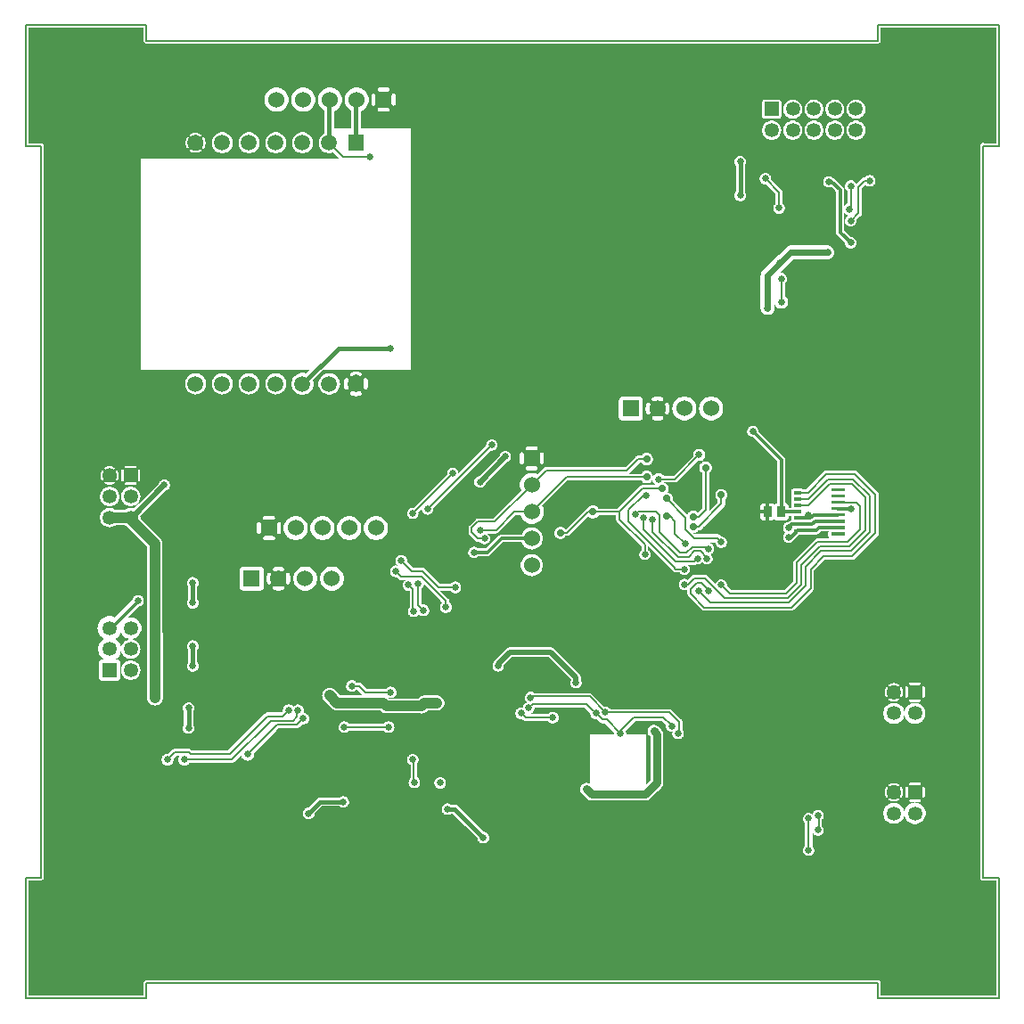
<source format=gbr>
G04 start of page 3 for group 5 idx 5 *
G04 Title: (unknown), bottom *
G04 Creator: pcb 20140316 *
G04 CreationDate: Δευ 14 Μάρ 2016 07:51:02 μμ GMT UTC *
G04 For: mobintu *
G04 Format: Gerber/RS-274X *
G04 PCB-Dimensions (mm): 100.00 100.00 *
G04 PCB-Coordinate-Origin: lower left *
%MOMM*%
%FSLAX43Y43*%
%LNBOTTOM*%
%ADD99C,0.965*%
%ADD98C,2.000*%
%ADD97C,0.300*%
%ADD96C,0.250*%
%ADD95C,3.100*%
%ADD94C,4.000*%
%ADD93C,0.700*%
%ADD92C,6.700*%
%ADD91C,6.900*%
%ADD90C,3.800*%
%ADD89C,0.650*%
%ADD88C,7.500*%
%ADD87R,0.300X0.300*%
%ADD86R,0.750X0.750*%
%ADD85C,1.500*%
%ADD84C,1.524*%
%ADD83C,1.350*%
%ADD82C,0.454*%
%ADD81C,0.250*%
%ADD80C,0.407*%
%ADD79C,0.500*%
%ADD78C,0.800*%
%ADD77C,1.000*%
%ADD76C,0.300*%
%ADD75C,0.400*%
%ADD74C,0.200*%
%ADD73C,0.600*%
%ADD72C,0.327*%
%ADD71C,0.002*%
%ADD70C,0.200*%
%ADD69C,0.200*%
G54D69*X3900Y84100D02*X5400D01*
X15400Y95600D02*Y94100D01*
X84900D01*
X3900Y84100D02*Y95600D01*
X15400D01*
X84900Y94100D02*Y95600D01*
X94900Y84100D02*Y14600D01*
Y84100D02*X96400D01*
G54D70*Y14600D02*X94900D01*
G54D69*X84900Y95600D02*X96400D01*
Y84100D01*
X5400Y14600D02*X3900D01*
X15400Y3100D02*Y4600D01*
X3900Y3100D02*X15400D01*
X3900D02*Y14600D01*
X5400Y84100D02*Y14600D01*
X15400Y4600D02*X84900D01*
Y3100D01*
X96400D01*
Y14600D01*
G54D71*G36*
X68400Y28400D02*X79400D01*
Y22600D01*
X68400D01*
Y28400D01*
G37*
G36*
X75462Y48522D02*X76126Y48524D01*
X76177Y48536D01*
X76225Y48556D01*
X76269Y48583D01*
X76308Y48617D01*
X76342Y48656D01*
X76369Y48700D01*
X76389Y48748D01*
X76401Y48799D01*
X76404Y48850D01*
X76403Y48965D01*
X76658D01*
X76652Y48943D01*
X76650Y48900D01*
X76652Y48557D01*
X76663Y48515D01*
X76665Y48509D01*
X76644Y48507D01*
X76644Y48507D01*
X76643Y48507D01*
X76626Y48503D01*
X76588Y48494D01*
X76588Y48494D01*
X76588Y48494D01*
X76570Y48486D01*
X76536Y48472D01*
X76536Y48472D01*
X76536Y48472D01*
X76515Y48459D01*
X76488Y48442D01*
X76488Y48442D01*
X76488Y48442D01*
X76445Y48406D01*
X76435Y48395D01*
X76425Y48385D01*
X76400Y48387D01*
X76316Y48380D01*
X76234Y48360D01*
X76156Y48328D01*
X76084Y48284D01*
X76020Y48230D01*
X75966Y48166D01*
X75922Y48094D01*
X75889Y48016D01*
X75870Y47934D01*
X75863Y47850D01*
X75870Y47766D01*
X75889Y47684D01*
X75922Y47606D01*
X75966Y47535D01*
X76020Y47471D01*
X76084Y47416D01*
X76110Y47400D01*
X76084Y47384D01*
X76020Y47330D01*
X75966Y47266D01*
X75922Y47194D01*
X75889Y47116D01*
X75870Y47034D01*
X75863Y46950D01*
X75870Y46866D01*
X75889Y46784D01*
X75922Y46706D01*
X75966Y46635D01*
X76020Y46571D01*
X76084Y46516D01*
X76156Y46472D01*
X76234Y46440D01*
X76316Y46420D01*
X76400Y46413D01*
X76484Y46420D01*
X76566Y46440D01*
X76643Y46472D01*
X76715Y46516D01*
X76779Y46571D01*
X76834Y46635D01*
X76840Y46644D01*
X76862Y46658D01*
X76905Y46695D01*
X76914Y46705D01*
X77399Y47190D01*
X78986D01*
X79000Y47189D01*
X79056Y47193D01*
X79056Y47193D01*
X79111Y47207D01*
X79164Y47228D01*
X79212Y47258D01*
X79255Y47295D01*
X79264Y47305D01*
X79449Y47490D01*
X80188D01*
X80178Y47447D01*
X80175Y47400D01*
X80178Y47053D01*
X80189Y47007D01*
X80207Y46964D01*
X80231Y46924D01*
X80262Y46888D01*
X80298Y46857D01*
X80338Y46832D01*
X80382Y46814D01*
X80399Y46810D01*
X79162D01*
X79150Y46811D01*
X79101Y46807D01*
X79054Y46796D01*
X79009Y46777D01*
X78967Y46752D01*
X78967Y46752D01*
X78930Y46720D01*
X78922Y46711D01*
X76939Y44728D01*
X76930Y44720D01*
X76898Y44683D01*
X76873Y44641D01*
X76854Y44596D01*
X76843Y44549D01*
X76843Y44549D01*
X76839Y44500D01*
X76840Y44488D01*
Y42729D01*
X76021Y41910D01*
X75462D01*
Y48522D01*
G37*
G36*
X89200Y95348D02*X96147D01*
Y84352D01*
X95043D01*
X95032Y84359D01*
X94990Y84377D01*
X94945Y84387D01*
X94900Y84391D01*
X94854Y84387D01*
X94810Y84377D01*
X94768Y84359D01*
X94729Y84335D01*
X94694Y84306D01*
X94664Y84271D01*
X94641Y84232D01*
X94623Y84190D01*
X94612Y84146D01*
X94610Y84100D01*
Y14710D01*
X94604Y14696D01*
X94593Y14649D01*
X94589Y14600D01*
X94593Y14551D01*
X94604Y14504D01*
X94623Y14459D01*
X94648Y14417D01*
X94680Y14380D01*
X94717Y14348D01*
X94759Y14323D01*
X94804Y14304D01*
X94851Y14293D01*
X94900Y14290D01*
X96147D01*
Y3352D01*
X89200D01*
Y20059D01*
X89232Y20096D01*
X89316Y20233D01*
X89378Y20382D01*
X89415Y20539D01*
X89425Y20700D01*
X89415Y20861D01*
X89378Y21018D01*
X89316Y21167D01*
X89232Y21304D01*
X89200Y21342D01*
Y22150D01*
X89219Y22151D01*
X89239Y22156D01*
X89257Y22163D01*
X89273Y22174D01*
X89288Y22186D01*
X89301Y22201D01*
X89311Y22218D01*
X89319Y22236D01*
X89324Y22255D01*
X89325Y22275D01*
Y23125D01*
X89324Y23145D01*
X89319Y23164D01*
X89311Y23182D01*
X89301Y23199D01*
X89288Y23214D01*
X89273Y23227D01*
X89257Y23237D01*
X89239Y23244D01*
X89219Y23249D01*
X89200Y23251D01*
Y29597D01*
X89211Y29611D01*
X89293Y29745D01*
X89354Y29890D01*
X89390Y30043D01*
X89400Y30200D01*
X89390Y30357D01*
X89354Y30510D01*
X89293Y30655D01*
X89211Y30790D01*
X89200Y30803D01*
Y31650D01*
X89219Y31651D01*
X89239Y31656D01*
X89257Y31663D01*
X89273Y31674D01*
X89288Y31686D01*
X89301Y31701D01*
X89311Y31718D01*
X89319Y31736D01*
X89324Y31755D01*
X89325Y31775D01*
Y32625D01*
X89324Y32645D01*
X89319Y32664D01*
X89311Y32682D01*
X89301Y32699D01*
X89288Y32714D01*
X89273Y32727D01*
X89257Y32737D01*
X89239Y32744D01*
X89219Y32749D01*
X89200Y32751D01*
Y95348D01*
G37*
G36*
Y21342D02*X89127Y21427D01*
X89004Y21532D01*
X88867Y21616D01*
X88717Y21678D01*
X88561Y21715D01*
X88400Y21728D01*
Y21775D01*
X88825D01*
X88844Y21776D01*
X88864Y21781D01*
X88882Y21788D01*
X88899Y21799D01*
X88914Y21811D01*
X88926Y21826D01*
X88937Y21843D01*
X88944Y21861D01*
X88949Y21881D01*
X88950Y21900D01*
X88949Y21920D01*
X88944Y21939D01*
X88937Y21957D01*
X88926Y21974D01*
X88914Y21989D01*
X88899Y22002D01*
X88882Y22012D01*
X88864Y22019D01*
X88844Y22024D01*
X88825Y22025D01*
X88400D01*
Y23375D01*
X88825D01*
X88844Y23376D01*
X88864Y23381D01*
X88882Y23388D01*
X88899Y23399D01*
X88914Y23411D01*
X88926Y23426D01*
X88937Y23443D01*
X88944Y23461D01*
X88949Y23480D01*
X88950Y23500D01*
X88949Y23520D01*
X88944Y23539D01*
X88937Y23557D01*
X88926Y23574D01*
X88914Y23589D01*
X88899Y23601D01*
X88882Y23612D01*
X88864Y23619D01*
X88844Y23624D01*
X88825Y23625D01*
X88400D01*
Y29197D01*
X88557Y29209D01*
X88710Y29246D01*
X88855Y29306D01*
X88989Y29389D01*
X89109Y29491D01*
X89200Y29597D01*
Y23251D01*
X89180Y23249D01*
X89161Y23244D01*
X89143Y23237D01*
X89126Y23227D01*
X89111Y23214D01*
X89098Y23199D01*
X89088Y23182D01*
X89081Y23164D01*
X89076Y23145D01*
X89075Y23125D01*
Y22275D01*
X89076Y22255D01*
X89081Y22236D01*
X89088Y22218D01*
X89098Y22201D01*
X89111Y22186D01*
X89126Y22174D01*
X89143Y22163D01*
X89161Y22156D01*
X89180Y22151D01*
X89200Y22150D01*
Y21342D01*
G37*
G36*
Y3352D02*X88400D01*
Y19672D01*
X88561Y19685D01*
X88717Y19722D01*
X88867Y19784D01*
X89004Y19868D01*
X89127Y19973D01*
X89200Y20059D01*
Y3352D01*
G37*
G36*
X88400Y95348D02*X89200D01*
Y32751D01*
X89180Y32749D01*
X89161Y32744D01*
X89143Y32737D01*
X89126Y32727D01*
X89111Y32714D01*
X89098Y32699D01*
X89088Y32682D01*
X89081Y32664D01*
X89076Y32645D01*
X89075Y32625D01*
Y31775D01*
X89076Y31755D01*
X89081Y31736D01*
X89088Y31718D01*
X89098Y31701D01*
X89111Y31686D01*
X89126Y31674D01*
X89143Y31663D01*
X89161Y31656D01*
X89180Y31651D01*
X89200Y31650D01*
Y30803D01*
X89109Y30909D01*
X88989Y31012D01*
X88855Y31094D01*
X88710Y31154D01*
X88557Y31191D01*
X88400Y31203D01*
Y31275D01*
X88825D01*
X88844Y31276D01*
X88864Y31281D01*
X88882Y31288D01*
X88899Y31299D01*
X88914Y31311D01*
X88926Y31326D01*
X88937Y31343D01*
X88944Y31361D01*
X88949Y31381D01*
X88950Y31400D01*
X88949Y31420D01*
X88944Y31439D01*
X88937Y31457D01*
X88926Y31474D01*
X88914Y31489D01*
X88899Y31502D01*
X88882Y31512D01*
X88864Y31519D01*
X88844Y31524D01*
X88825Y31525D01*
X88400D01*
Y32875D01*
X88825D01*
X88844Y32876D01*
X88864Y32881D01*
X88882Y32888D01*
X88899Y32899D01*
X88914Y32911D01*
X88926Y32926D01*
X88937Y32943D01*
X88944Y32961D01*
X88949Y32980D01*
X88950Y33000D01*
X88949Y33020D01*
X88944Y33039D01*
X88937Y33057D01*
X88926Y33074D01*
X88914Y33089D01*
X88899Y33101D01*
X88882Y33112D01*
X88864Y33119D01*
X88844Y33124D01*
X88825Y33125D01*
X88400D01*
Y95348D01*
G37*
G36*
X87600Y20059D02*X87673Y19973D01*
X87796Y19868D01*
X87933Y19784D01*
X88082Y19722D01*
X88239Y19685D01*
X88400Y19672D01*
X88400D01*
Y3352D01*
X87600D01*
Y20059D01*
G37*
G36*
Y29597D02*X87691Y29491D01*
X87810Y29389D01*
X87944Y29306D01*
X88090Y29246D01*
X88243Y29209D01*
X88400Y29197D01*
X88400D01*
Y23625D01*
X87975D01*
X87955Y23624D01*
X87936Y23619D01*
X87918Y23612D01*
X87901Y23601D01*
X87886Y23589D01*
X87873Y23574D01*
X87863Y23557D01*
X87856Y23539D01*
X87851Y23520D01*
X87849Y23500D01*
X87851Y23480D01*
X87856Y23461D01*
X87863Y23443D01*
X87873Y23426D01*
X87886Y23411D01*
X87901Y23399D01*
X87918Y23388D01*
X87936Y23381D01*
X87955Y23376D01*
X87975Y23375D01*
X88400D01*
Y22025D01*
X87975D01*
X87955Y22024D01*
X87936Y22019D01*
X87918Y22012D01*
X87901Y22002D01*
X87886Y21989D01*
X87873Y21974D01*
X87863Y21957D01*
X87856Y21939D01*
X87851Y21920D01*
X87849Y21900D01*
X87851Y21881D01*
X87856Y21861D01*
X87863Y21843D01*
X87873Y21826D01*
X87886Y21811D01*
X87901Y21799D01*
X87918Y21788D01*
X87936Y21781D01*
X87955Y21776D01*
X87975Y21775D01*
X88400D01*
Y21728D01*
X88400D01*
X88239Y21715D01*
X88082Y21678D01*
X87933Y21616D01*
X87796Y21532D01*
X87673Y21427D01*
X87600Y21342D01*
Y22150D01*
X87619Y22151D01*
X87639Y22156D01*
X87657Y22163D01*
X87674Y22174D01*
X87688Y22186D01*
X87701Y22201D01*
X87712Y22218D01*
X87719Y22236D01*
X87724Y22255D01*
X87725Y22275D01*
Y23125D01*
X87724Y23145D01*
X87719Y23164D01*
X87712Y23182D01*
X87701Y23199D01*
X87688Y23214D01*
X87674Y23227D01*
X87657Y23237D01*
X87639Y23244D01*
X87619Y23249D01*
X87600Y23251D01*
Y29597D01*
G37*
G36*
Y95348D02*X88400D01*
Y33125D01*
X87975D01*
X87955Y33124D01*
X87936Y33119D01*
X87918Y33112D01*
X87901Y33101D01*
X87886Y33089D01*
X87873Y33074D01*
X87863Y33057D01*
X87856Y33039D01*
X87851Y33020D01*
X87849Y33000D01*
X87851Y32980D01*
X87856Y32961D01*
X87863Y32943D01*
X87873Y32926D01*
X87886Y32911D01*
X87901Y32899D01*
X87918Y32888D01*
X87936Y32881D01*
X87955Y32876D01*
X87975Y32875D01*
X88400D01*
Y31525D01*
X87975D01*
X87955Y31524D01*
X87936Y31519D01*
X87918Y31512D01*
X87901Y31502D01*
X87886Y31489D01*
X87873Y31474D01*
X87863Y31457D01*
X87856Y31439D01*
X87851Y31420D01*
X87849Y31400D01*
X87851Y31381D01*
X87856Y31361D01*
X87863Y31343D01*
X87873Y31326D01*
X87886Y31311D01*
X87901Y31299D01*
X87918Y31288D01*
X87936Y31281D01*
X87955Y31276D01*
X87975Y31275D01*
X88400D01*
Y31203D01*
X88400D01*
X88243Y31191D01*
X88090Y31154D01*
X87944Y31094D01*
X87810Y31012D01*
X87691Y30909D01*
X87600Y30803D01*
Y31650D01*
X87619Y31651D01*
X87639Y31656D01*
X87657Y31663D01*
X87674Y31674D01*
X87688Y31686D01*
X87701Y31701D01*
X87712Y31718D01*
X87719Y31736D01*
X87724Y31755D01*
X87725Y31775D01*
Y32625D01*
X87724Y32645D01*
X87719Y32664D01*
X87712Y32682D01*
X87701Y32699D01*
X87688Y32714D01*
X87674Y32727D01*
X87657Y32737D01*
X87639Y32744D01*
X87619Y32749D01*
X87600Y32751D01*
Y95348D01*
G37*
G36*
X86400Y19697D02*X86557Y19709D01*
X86710Y19746D01*
X86855Y19806D01*
X86989Y19889D01*
X87109Y19991D01*
X87211Y20111D01*
X87293Y20245D01*
X87354Y20390D01*
X87387Y20529D01*
X87422Y20382D01*
X87484Y20233D01*
X87568Y20096D01*
X87600Y20059D01*
Y3352D01*
X86400D01*
Y19697D01*
G37*
G36*
X87122Y29506D02*X87211Y29611D01*
X87293Y29745D01*
X87354Y29890D01*
X87390Y30043D01*
X87398Y30179D01*
X87409Y30043D01*
X87446Y29890D01*
X87506Y29745D01*
X87588Y29611D01*
X87600Y29597D01*
Y23251D01*
X87580Y23249D01*
X87561Y23244D01*
X87543Y23237D01*
X87526Y23227D01*
X87511Y23214D01*
X87498Y23199D01*
X87488Y23182D01*
X87481Y23164D01*
X87476Y23145D01*
X87475Y23125D01*
Y22275D01*
X87476Y22255D01*
X87481Y22236D01*
X87488Y22218D01*
X87498Y22201D01*
X87511Y22186D01*
X87526Y22174D01*
X87543Y22163D01*
X87561Y22156D01*
X87580Y22151D01*
X87600Y22150D01*
Y21342D01*
X87568Y21304D01*
X87484Y21167D01*
X87422Y21018D01*
X87387Y20872D01*
X87354Y21010D01*
X87293Y21155D01*
X87211Y21290D01*
X87122Y21394D01*
Y22225D01*
X87124Y22226D01*
X87136Y22235D01*
X87147Y22247D01*
X87156Y22260D01*
X87192Y22327D01*
X87222Y22398D01*
X87245Y22472D01*
X87262Y22547D01*
X87272Y22623D01*
X87276Y22700D01*
X87272Y22777D01*
X87262Y22853D01*
X87245Y22928D01*
X87222Y23002D01*
X87192Y23073D01*
X87157Y23141D01*
X87148Y23154D01*
X87137Y23165D01*
X87124Y23175D01*
X87122Y23176D01*
Y29506D01*
G37*
G36*
X86400Y29197D02*X86557Y29209D01*
X86710Y29246D01*
X86855Y29306D01*
X86989Y29389D01*
X87109Y29491D01*
X87122Y29506D01*
Y23176D01*
X87110Y23183D01*
X87095Y23188D01*
X87080Y23191D01*
X87064Y23191D01*
X87048Y23189D01*
X87033Y23184D01*
X87019Y23177D01*
X87006Y23168D01*
X86994Y23157D01*
X86985Y23145D01*
X86977Y23131D01*
X86972Y23116D01*
X86969Y23100D01*
X86969Y23084D01*
X86971Y23069D01*
X86975Y23054D01*
X86983Y23040D01*
X87011Y22987D01*
X87034Y22933D01*
X87051Y22876D01*
X87064Y22818D01*
X87072Y22759D01*
X87075Y22700D01*
X87072Y22641D01*
X87064Y22582D01*
X87051Y22524D01*
X87034Y22468D01*
X87011Y22413D01*
X86983Y22360D01*
X86976Y22346D01*
X86971Y22331D01*
X86969Y22316D01*
X86970Y22300D01*
X86972Y22284D01*
X86978Y22270D01*
X86985Y22256D01*
X86995Y22243D01*
X87006Y22232D01*
X87019Y22223D01*
X87033Y22217D01*
X87048Y22212D01*
X87064Y22210D01*
X87080Y22210D01*
X87095Y22213D01*
X87110Y22218D01*
X87122Y22225D01*
Y21394D01*
X87109Y21409D01*
X86989Y21512D01*
X86855Y21594D01*
X86710Y21654D01*
X86557Y21691D01*
X86400Y21703D01*
Y21824D01*
X86477Y21828D01*
X86553Y21838D01*
X86628Y21855D01*
X86701Y21878D01*
X86772Y21908D01*
X86841Y21943D01*
X86854Y21952D01*
X86865Y21963D01*
X86875Y21976D01*
X86882Y21990D01*
X86887Y22005D01*
X86890Y22020D01*
X86891Y22036D01*
X86888Y22052D01*
X86884Y22067D01*
X86877Y22081D01*
X86868Y22094D01*
X86857Y22106D01*
X86844Y22115D01*
X86831Y22123D01*
X86816Y22128D01*
X86800Y22131D01*
X86784Y22131D01*
X86768Y22129D01*
X86753Y22125D01*
X86739Y22117D01*
X86687Y22089D01*
X86632Y22066D01*
X86576Y22048D01*
X86518Y22036D01*
X86459Y22028D01*
X86400Y22025D01*
Y23375D01*
X86459Y23372D01*
X86518Y23365D01*
X86576Y23352D01*
X86632Y23334D01*
X86687Y23311D01*
X86740Y23283D01*
X86754Y23276D01*
X86769Y23272D01*
X86784Y23270D01*
X86800Y23270D01*
X86815Y23273D01*
X86830Y23278D01*
X86844Y23285D01*
X86857Y23295D01*
X86868Y23306D01*
X86876Y23319D01*
X86883Y23333D01*
X86888Y23349D01*
X86890Y23364D01*
X86890Y23380D01*
X86887Y23395D01*
X86882Y23410D01*
X86874Y23424D01*
X86865Y23437D01*
X86853Y23447D01*
X86840Y23456D01*
X86772Y23493D01*
X86701Y23522D01*
X86628Y23546D01*
X86553Y23562D01*
X86477Y23572D01*
X86400Y23576D01*
Y29197D01*
G37*
G36*
X87122Y95348D02*X87600D01*
Y32751D01*
X87580Y32749D01*
X87561Y32744D01*
X87543Y32737D01*
X87526Y32727D01*
X87511Y32714D01*
X87498Y32699D01*
X87488Y32682D01*
X87481Y32664D01*
X87476Y32645D01*
X87475Y32625D01*
Y31775D01*
X87476Y31755D01*
X87481Y31736D01*
X87488Y31718D01*
X87498Y31701D01*
X87511Y31686D01*
X87526Y31674D01*
X87543Y31663D01*
X87561Y31656D01*
X87580Y31651D01*
X87600Y31650D01*
Y30803D01*
X87588Y30790D01*
X87506Y30655D01*
X87446Y30510D01*
X87409Y30357D01*
X87398Y30221D01*
X87390Y30357D01*
X87354Y30510D01*
X87293Y30655D01*
X87211Y30790D01*
X87122Y30894D01*
Y31725D01*
X87124Y31726D01*
X87136Y31735D01*
X87147Y31747D01*
X87156Y31760D01*
X87192Y31827D01*
X87222Y31898D01*
X87245Y31972D01*
X87262Y32047D01*
X87272Y32123D01*
X87276Y32200D01*
X87272Y32277D01*
X87262Y32353D01*
X87245Y32428D01*
X87222Y32502D01*
X87192Y32573D01*
X87157Y32641D01*
X87148Y32654D01*
X87137Y32665D01*
X87124Y32675D01*
X87122Y32676D01*
Y95348D01*
G37*
G36*
X86400D02*X87122D01*
Y32676D01*
X87110Y32683D01*
X87095Y32688D01*
X87080Y32691D01*
X87064Y32691D01*
X87048Y32689D01*
X87033Y32684D01*
X87019Y32677D01*
X87006Y32668D01*
X86994Y32657D01*
X86985Y32645D01*
X86977Y32631D01*
X86972Y32616D01*
X86969Y32600D01*
X86969Y32584D01*
X86971Y32569D01*
X86975Y32554D01*
X86983Y32540D01*
X87011Y32487D01*
X87034Y32433D01*
X87051Y32376D01*
X87064Y32318D01*
X87072Y32259D01*
X87075Y32200D01*
X87072Y32141D01*
X87064Y32082D01*
X87051Y32024D01*
X87034Y31968D01*
X87011Y31913D01*
X86983Y31860D01*
X86976Y31846D01*
X86971Y31831D01*
X86969Y31816D01*
X86970Y31800D01*
X86972Y31784D01*
X86978Y31770D01*
X86985Y31756D01*
X86995Y31743D01*
X87006Y31732D01*
X87019Y31723D01*
X87033Y31717D01*
X87048Y31712D01*
X87064Y31710D01*
X87080Y31710D01*
X87095Y31713D01*
X87110Y31718D01*
X87122Y31725D01*
Y30894D01*
X87109Y30909D01*
X86989Y31012D01*
X86855Y31094D01*
X86710Y31154D01*
X86557Y31191D01*
X86400Y31203D01*
Y31324D01*
X86477Y31328D01*
X86553Y31338D01*
X86628Y31355D01*
X86701Y31378D01*
X86772Y31408D01*
X86841Y31443D01*
X86854Y31452D01*
X86865Y31463D01*
X86875Y31476D01*
X86882Y31490D01*
X86887Y31505D01*
X86890Y31520D01*
X86891Y31536D01*
X86888Y31552D01*
X86884Y31567D01*
X86877Y31581D01*
X86868Y31594D01*
X86857Y31606D01*
X86844Y31615D01*
X86831Y31623D01*
X86816Y31628D01*
X86800Y31631D01*
X86784Y31631D01*
X86768Y31629D01*
X86753Y31625D01*
X86739Y31617D01*
X86687Y31589D01*
X86632Y31566D01*
X86576Y31548D01*
X86518Y31536D01*
X86459Y31528D01*
X86400Y31525D01*
Y32875D01*
X86459Y32872D01*
X86518Y32865D01*
X86576Y32852D01*
X86632Y32834D01*
X86687Y32811D01*
X86740Y32783D01*
X86754Y32776D01*
X86769Y32772D01*
X86784Y32770D01*
X86800Y32770D01*
X86815Y32773D01*
X86830Y32778D01*
X86844Y32785D01*
X86857Y32795D01*
X86868Y32806D01*
X86876Y32819D01*
X86883Y32833D01*
X86888Y32849D01*
X86890Y32864D01*
X86890Y32880D01*
X86887Y32895D01*
X86882Y32910D01*
X86874Y32924D01*
X86865Y32937D01*
X86853Y32947D01*
X86840Y32956D01*
X86772Y32993D01*
X86701Y33022D01*
X86628Y33046D01*
X86553Y33062D01*
X86477Y33072D01*
X86400Y33076D01*
Y95348D01*
G37*
G36*
X85677Y20006D02*X85691Y19991D01*
X85810Y19889D01*
X85944Y19806D01*
X86090Y19746D01*
X86243Y19709D01*
X86400Y19697D01*
X86400Y19697D01*
Y3352D01*
X85677D01*
Y20006D01*
G37*
G36*
Y29506D02*X85691Y29491D01*
X85810Y29389D01*
X85944Y29306D01*
X86090Y29246D01*
X86243Y29209D01*
X86400Y29197D01*
X86400Y29197D01*
Y23576D01*
X86400Y23576D01*
X86323Y23572D01*
X86247Y23562D01*
X86172Y23546D01*
X86098Y23522D01*
X86027Y23493D01*
X85959Y23457D01*
X85946Y23448D01*
X85934Y23437D01*
X85925Y23424D01*
X85917Y23410D01*
X85912Y23395D01*
X85909Y23380D01*
X85909Y23364D01*
X85911Y23348D01*
X85916Y23333D01*
X85923Y23319D01*
X85932Y23306D01*
X85943Y23294D01*
X85955Y23285D01*
X85969Y23277D01*
X85984Y23272D01*
X86000Y23269D01*
X86015Y23269D01*
X86031Y23271D01*
X86046Y23276D01*
X86060Y23283D01*
X86113Y23311D01*
X86167Y23334D01*
X86224Y23352D01*
X86282Y23365D01*
X86341Y23372D01*
X86400Y23375D01*
X86400Y23375D01*
Y22025D01*
X86400Y22025D01*
X86341Y22028D01*
X86282Y22036D01*
X86224Y22048D01*
X86167Y22066D01*
X86113Y22089D01*
X86060Y22117D01*
X86046Y22124D01*
X86031Y22128D01*
X86015Y22131D01*
X86000Y22130D01*
X85984Y22127D01*
X85969Y22122D01*
X85955Y22115D01*
X85943Y22105D01*
X85932Y22094D01*
X85923Y22081D01*
X85916Y22067D01*
X85912Y22052D01*
X85910Y22036D01*
X85910Y22020D01*
X85913Y22005D01*
X85918Y21990D01*
X85925Y21976D01*
X85935Y21964D01*
X85946Y21953D01*
X85959Y21944D01*
X86027Y21908D01*
X86098Y21878D01*
X86172Y21855D01*
X86247Y21838D01*
X86323Y21828D01*
X86400Y21824D01*
X86400Y21824D01*
Y21703D01*
X86400Y21703D01*
X86243Y21691D01*
X86090Y21654D01*
X85944Y21594D01*
X85810Y21512D01*
X85691Y21409D01*
X85677Y21394D01*
Y22224D01*
X85689Y22218D01*
X85704Y22212D01*
X85720Y22210D01*
X85736Y22209D01*
X85752Y22211D01*
X85767Y22216D01*
X85781Y22223D01*
X85794Y22232D01*
X85805Y22243D01*
X85815Y22255D01*
X85823Y22269D01*
X85828Y22284D01*
X85831Y22300D01*
X85831Y22316D01*
X85829Y22331D01*
X85824Y22347D01*
X85817Y22361D01*
X85789Y22413D01*
X85766Y22468D01*
X85748Y22524D01*
X85735Y22582D01*
X85727Y22641D01*
X85725Y22700D01*
X85727Y22759D01*
X85735Y22818D01*
X85748Y22876D01*
X85766Y22933D01*
X85789Y22987D01*
X85817Y23040D01*
X85824Y23054D01*
X85828Y23069D01*
X85830Y23085D01*
X85830Y23100D01*
X85827Y23116D01*
X85822Y23131D01*
X85814Y23144D01*
X85805Y23157D01*
X85794Y23168D01*
X85781Y23177D01*
X85766Y23184D01*
X85751Y23188D01*
X85736Y23190D01*
X85720Y23190D01*
X85705Y23187D01*
X85690Y23182D01*
X85677Y23175D01*
Y29506D01*
G37*
G36*
Y95348D02*X86400D01*
Y33076D01*
X86400Y33076D01*
X86323Y33072D01*
X86247Y33062D01*
X86172Y33046D01*
X86098Y33022D01*
X86027Y32993D01*
X85959Y32957D01*
X85946Y32948D01*
X85934Y32937D01*
X85925Y32924D01*
X85917Y32910D01*
X85912Y32895D01*
X85909Y32880D01*
X85909Y32864D01*
X85911Y32848D01*
X85916Y32833D01*
X85923Y32819D01*
X85932Y32806D01*
X85943Y32794D01*
X85955Y32785D01*
X85969Y32777D01*
X85984Y32772D01*
X86000Y32769D01*
X86015Y32769D01*
X86031Y32771D01*
X86046Y32776D01*
X86060Y32783D01*
X86113Y32811D01*
X86167Y32834D01*
X86224Y32852D01*
X86282Y32865D01*
X86341Y32872D01*
X86400Y32875D01*
X86400Y32875D01*
Y31525D01*
X86400Y31525D01*
X86341Y31528D01*
X86282Y31536D01*
X86224Y31548D01*
X86167Y31566D01*
X86113Y31589D01*
X86060Y31617D01*
X86046Y31624D01*
X86031Y31628D01*
X86015Y31631D01*
X86000Y31630D01*
X85984Y31627D01*
X85969Y31622D01*
X85955Y31615D01*
X85943Y31605D01*
X85932Y31594D01*
X85923Y31581D01*
X85916Y31567D01*
X85912Y31552D01*
X85910Y31536D01*
X85910Y31520D01*
X85913Y31505D01*
X85918Y31490D01*
X85925Y31476D01*
X85935Y31464D01*
X85946Y31453D01*
X85959Y31444D01*
X86027Y31408D01*
X86098Y31378D01*
X86172Y31355D01*
X86247Y31338D01*
X86323Y31328D01*
X86400Y31324D01*
X86400Y31324D01*
Y31203D01*
X86400Y31203D01*
X86243Y31191D01*
X86090Y31154D01*
X85944Y31094D01*
X85810Y31012D01*
X85691Y30909D01*
X85677Y30894D01*
Y31724D01*
X85689Y31718D01*
X85704Y31712D01*
X85720Y31710D01*
X85736Y31709D01*
X85752Y31711D01*
X85767Y31716D01*
X85781Y31723D01*
X85794Y31732D01*
X85805Y31743D01*
X85815Y31755D01*
X85823Y31769D01*
X85828Y31784D01*
X85831Y31800D01*
X85831Y31816D01*
X85829Y31831D01*
X85824Y31847D01*
X85817Y31861D01*
X85789Y31913D01*
X85766Y31968D01*
X85748Y32024D01*
X85735Y32082D01*
X85727Y32141D01*
X85725Y32200D01*
X85727Y32259D01*
X85735Y32318D01*
X85748Y32376D01*
X85766Y32433D01*
X85789Y32487D01*
X85817Y32540D01*
X85824Y32554D01*
X85828Y32569D01*
X85830Y32585D01*
X85830Y32600D01*
X85827Y32616D01*
X85822Y32631D01*
X85814Y32644D01*
X85805Y32657D01*
X85794Y32668D01*
X85781Y32677D01*
X85766Y32684D01*
X85751Y32688D01*
X85736Y32690D01*
X85720Y32690D01*
X85705Y32687D01*
X85690Y32682D01*
X85677Y32675D01*
Y95348D01*
G37*
G36*
X82798Y93848D02*X84890D01*
X84900Y93847D01*
X84939Y93850D01*
X84939Y93850D01*
X84978Y93859D01*
X85015Y93875D01*
X85049Y93895D01*
X85079Y93921D01*
X85105Y93951D01*
X85125Y93985D01*
X85141Y94022D01*
X85150Y94060D01*
X85153Y94100D01*
X85152Y94110D01*
Y95348D01*
X85677D01*
Y32675D01*
X85676Y32674D01*
X85663Y32665D01*
X85652Y32654D01*
X85644Y32640D01*
X85607Y32573D01*
X85578Y32502D01*
X85554Y32428D01*
X85538Y32353D01*
X85527Y32277D01*
X85524Y32200D01*
X85527Y32123D01*
X85538Y32047D01*
X85554Y31972D01*
X85578Y31898D01*
X85607Y31827D01*
X85643Y31759D01*
X85652Y31746D01*
X85663Y31735D01*
X85676Y31725D01*
X85677Y31724D01*
Y30894D01*
X85588Y30790D01*
X85506Y30655D01*
X85446Y30510D01*
X85409Y30357D01*
X85397Y30200D01*
X85409Y30043D01*
X85446Y29890D01*
X85506Y29745D01*
X85588Y29611D01*
X85677Y29506D01*
Y23175D01*
X85676Y23174D01*
X85663Y23165D01*
X85652Y23154D01*
X85644Y23140D01*
X85607Y23073D01*
X85578Y23002D01*
X85554Y22928D01*
X85538Y22853D01*
X85527Y22777D01*
X85524Y22700D01*
X85527Y22623D01*
X85538Y22547D01*
X85554Y22472D01*
X85578Y22398D01*
X85607Y22327D01*
X85643Y22259D01*
X85652Y22246D01*
X85663Y22235D01*
X85676Y22225D01*
X85677Y22224D01*
Y21394D01*
X85588Y21290D01*
X85506Y21155D01*
X85446Y21010D01*
X85409Y20857D01*
X85397Y20700D01*
X85409Y20543D01*
X85446Y20390D01*
X85506Y20245D01*
X85588Y20111D01*
X85677Y20006D01*
Y3352D01*
X85152D01*
Y4590D01*
X85153Y4600D01*
X85150Y4640D01*
X85141Y4678D01*
X85125Y4715D01*
X85105Y4749D01*
X85079Y4779D01*
X85049Y4805D01*
X85015Y4826D01*
X84978Y4841D01*
X84939Y4850D01*
X84900Y4853D01*
X84890Y4852D01*
X82798D01*
Y44989D01*
X84844Y47036D01*
X84855Y47045D01*
X84892Y47088D01*
X84892Y47088D01*
X84922Y47136D01*
X84943Y47188D01*
X84957Y47244D01*
X84961Y47300D01*
X84960Y47314D01*
Y50986D01*
X84961Y51000D01*
X84957Y51057D01*
X84957Y51057D01*
X84943Y51112D01*
X84922Y51164D01*
X84922Y51164D01*
X84892Y51212D01*
X84855Y51255D01*
X84844Y51265D01*
X82964Y53145D01*
X82955Y53155D01*
X82912Y53192D01*
X82912Y53192D01*
X82912Y53192D01*
X82912Y53192D01*
X82864Y53222D01*
X82820Y53240D01*
X82811Y53244D01*
X82811D01*
X82811Y53244D01*
X82798Y53247D01*
Y74666D01*
X82825Y74730D01*
X82845Y74814D01*
X82850Y74900D01*
X82845Y74987D01*
X82825Y75071D01*
X82798Y75134D01*
Y76767D01*
X82824Y76830D01*
X82845Y76914D01*
X82850Y77000D01*
X82845Y77086D01*
X83137Y77378D01*
X83159Y77387D01*
X83206Y77416D01*
X83248Y77452D01*
X83284Y77494D01*
X83313Y77541D01*
X83334Y77592D01*
X83347Y77645D01*
X83350Y77700D01*
Y80091D01*
X83691Y80431D01*
X83710Y80410D01*
X83775Y80354D01*
X83849Y80308D01*
X83929Y80275D01*
X84013Y80255D01*
X84100Y80248D01*
X84186Y80255D01*
X84270Y80275D01*
X84350Y80308D01*
X84424Y80354D01*
X84490Y80410D01*
X84546Y80476D01*
X84591Y80550D01*
X84625Y80630D01*
X84645Y80714D01*
X84650Y80800D01*
X84645Y80886D01*
X84625Y80971D01*
X84591Y81051D01*
X84546Y81124D01*
X84490Y81190D01*
X84424Y81247D01*
X84350Y81292D01*
X84270Y81325D01*
X84186Y81345D01*
X84100Y81352D01*
X84013Y81345D01*
X83929Y81325D01*
X83849Y81292D01*
X83775Y81247D01*
X83710Y81190D01*
X83653Y81124D01*
X83652Y81122D01*
X83651Y81122D01*
X83600Y81126D01*
X83549Y81122D01*
X83499Y81110D01*
X83452Y81091D01*
X83408Y81064D01*
X83370Y81030D01*
X82862Y80522D01*
X82840Y80513D01*
X82814Y80497D01*
X82798Y80534D01*
Y84698D01*
X82800Y84697D01*
X82941Y84709D01*
X83079Y84742D01*
X83210Y84796D01*
X83330Y84870D01*
X83438Y84962D01*
X83530Y85070D01*
X83604Y85190D01*
X83658Y85321D01*
X83691Y85459D01*
X83700Y85600D01*
X83691Y85741D01*
X83658Y85879D01*
X83604Y86010D01*
X83530Y86131D01*
X83438Y86238D01*
X83330Y86330D01*
X83210Y86404D01*
X83079Y86459D01*
X82941Y86492D01*
X82800Y86503D01*
X82798Y86503D01*
Y86698D01*
X82800Y86697D01*
X82941Y86709D01*
X83079Y86742D01*
X83210Y86796D01*
X83330Y86870D01*
X83438Y86962D01*
X83530Y87070D01*
X83604Y87190D01*
X83658Y87321D01*
X83691Y87459D01*
X83700Y87600D01*
X83691Y87741D01*
X83658Y87879D01*
X83604Y88010D01*
X83530Y88131D01*
X83438Y88238D01*
X83330Y88330D01*
X83210Y88404D01*
X83079Y88459D01*
X82941Y88492D01*
X82800Y88503D01*
X82798Y88503D01*
Y93848D01*
G37*
G36*
Y75134D02*X82791Y75151D01*
X82746Y75225D01*
X82690Y75290D01*
X82624Y75347D01*
X82550Y75392D01*
X82470Y75425D01*
X82386Y75445D01*
X82300Y75452D01*
X82298Y75452D01*
X81664Y76086D01*
Y77826D01*
X81713Y77746D01*
X81774Y77674D01*
X81846Y77613D01*
X81926Y77564D01*
X82014Y77528D01*
X82091Y77509D01*
X82049Y77492D01*
X81976Y77446D01*
X81910Y77390D01*
X81854Y77324D01*
X81808Y77251D01*
X81775Y77171D01*
X81755Y77086D01*
X81748Y77000D01*
X81755Y76914D01*
X81775Y76830D01*
X81808Y76750D01*
X81854Y76676D01*
X81910Y76610D01*
X81976Y76554D01*
X82049Y76509D01*
X82129Y76476D01*
X82214Y76455D01*
X82300Y76449D01*
X82386Y76455D01*
X82470Y76476D01*
X82550Y76509D01*
X82624Y76554D01*
X82690Y76610D01*
X82746Y76676D01*
X82791Y76750D01*
X82798Y76767D01*
Y75134D01*
G37*
G36*
Y53247D02*X82756Y53257D01*
X82756Y53257D01*
X82700Y53261D01*
X82686Y53260D01*
X80798D01*
Y79887D01*
X80936Y79750D01*
Y76038D01*
X80929Y76021D01*
X80915Y75961D01*
X80910Y75900D01*
X80915Y75839D01*
X80929Y75780D01*
X80953Y75723D01*
X80985Y75671D01*
X81025Y75625D01*
X81748Y74902D01*
X81748Y74900D01*
X81755Y74814D01*
X81775Y74730D01*
X81808Y74650D01*
X81853Y74576D01*
X81910Y74510D01*
X81975Y74454D01*
X82049Y74409D01*
X82129Y74375D01*
X82213Y74355D01*
X82300Y74348D01*
X82386Y74355D01*
X82470Y74375D01*
X82550Y74409D01*
X82624Y74454D01*
X82690Y74510D01*
X82746Y74576D01*
X82791Y74650D01*
X82798Y74666D01*
Y53247D01*
G37*
G36*
Y4852D02*X80798D01*
Y44790D01*
X82436D01*
X82450Y44789D01*
X82506Y44793D01*
X82506Y44793D01*
X82561Y44807D01*
X82614Y44828D01*
X82662Y44858D01*
X82705Y44895D01*
X82714Y44905D01*
X82798Y44989D01*
Y4852D01*
G37*
G36*
X80798Y93848D02*X82798D01*
Y88503D01*
X82659Y88492D01*
X82521Y88459D01*
X82390Y88404D01*
X82269Y88330D01*
X82162Y88238D01*
X82070Y88131D01*
X81995Y88010D01*
X81941Y87879D01*
X81908Y87741D01*
X81897Y87600D01*
X81908Y87459D01*
X81941Y87321D01*
X81995Y87190D01*
X82070Y87070D01*
X82162Y86962D01*
X82269Y86870D01*
X82390Y86796D01*
X82521Y86742D01*
X82659Y86709D01*
X82798Y86698D01*
Y86503D01*
X82659Y86492D01*
X82521Y86459D01*
X82390Y86404D01*
X82269Y86330D01*
X82162Y86238D01*
X82070Y86131D01*
X81995Y86010D01*
X81941Y85879D01*
X81908Y85741D01*
X81897Y85600D01*
X81908Y85459D01*
X81941Y85321D01*
X81995Y85190D01*
X82070Y85070D01*
X82162Y84962D01*
X82269Y84870D01*
X82390Y84796D01*
X82521Y84742D01*
X82659Y84709D01*
X82798Y84698D01*
Y80534D01*
X82792Y80551D01*
X82746Y80624D01*
X82690Y80690D01*
X82624Y80746D01*
X82550Y80792D01*
X82470Y80825D01*
X82386Y80845D01*
X82300Y80852D01*
X82214Y80845D01*
X82129Y80825D01*
X82049Y80792D01*
X81976Y80746D01*
X81910Y80690D01*
X81853Y80624D01*
X81808Y80551D01*
X81775Y80471D01*
X81755Y80386D01*
X81748Y80300D01*
X81755Y80214D01*
X81775Y80129D01*
X81808Y80049D01*
X81853Y79976D01*
X81910Y79910D01*
X81976Y79854D01*
X82000Y79839D01*
Y78667D01*
X81926Y78637D01*
X81846Y78587D01*
X81774Y78526D01*
X81713Y78454D01*
X81664Y78374D01*
Y79886D01*
X81665Y79900D01*
X81660Y79957D01*
X81660Y79957D01*
X81660Y79957D01*
X81660Y79957D01*
X81655Y79981D01*
X81647Y80013D01*
X81647Y80013D01*
X81647Y80013D01*
X81638Y80035D01*
X81625Y80066D01*
X81625Y80066D01*
X81625Y80066D01*
X81612Y80087D01*
X81595Y80115D01*
X81595Y80115D01*
X81595Y80115D01*
X81595Y80115D01*
X81558Y80158D01*
X81547Y80168D01*
X80798Y80916D01*
Y84698D01*
X80800Y84697D01*
X80941Y84709D01*
X81079Y84742D01*
X81210Y84796D01*
X81330Y84870D01*
X81438Y84962D01*
X81530Y85070D01*
X81604Y85190D01*
X81658Y85321D01*
X81691Y85459D01*
X81700Y85600D01*
X81691Y85741D01*
X81658Y85879D01*
X81604Y86010D01*
X81530Y86131D01*
X81438Y86238D01*
X81330Y86330D01*
X81210Y86404D01*
X81079Y86459D01*
X80941Y86492D01*
X80800Y86503D01*
X80798Y86503D01*
Y86698D01*
X80800Y86697D01*
X80941Y86709D01*
X81079Y86742D01*
X81210Y86796D01*
X81330Y86870D01*
X81438Y86962D01*
X81530Y87070D01*
X81604Y87190D01*
X81658Y87321D01*
X81691Y87459D01*
X81700Y87600D01*
X81691Y87741D01*
X81658Y87879D01*
X81604Y88010D01*
X81530Y88131D01*
X81438Y88238D01*
X81330Y88330D01*
X81210Y88404D01*
X81079Y88459D01*
X80941Y88492D01*
X80800Y88503D01*
X80798Y88503D01*
Y93848D01*
G37*
G36*
Y4852D02*X78798D01*
Y17006D01*
X78810Y17034D01*
X78830Y17116D01*
X78835Y17200D01*
X78830Y17284D01*
X78810Y17366D01*
X78798Y17394D01*
Y18746D01*
X78820Y18721D01*
X78884Y18666D01*
X78956Y18622D01*
X79034Y18590D01*
X79116Y18570D01*
X79200Y18563D01*
X79284Y18570D01*
X79366Y18590D01*
X79443Y18622D01*
X79515Y18666D01*
X79579Y18721D01*
X79634Y18785D01*
X79678Y18856D01*
X79710Y18934D01*
X79730Y19016D01*
X79735Y19100D01*
X79730Y19184D01*
X79710Y19266D01*
X79678Y19344D01*
X79634Y19416D01*
X79579Y19480D01*
X79560Y19496D01*
Y20104D01*
X79579Y20121D01*
X79634Y20185D01*
X79678Y20256D01*
X79710Y20334D01*
X79730Y20416D01*
X79735Y20500D01*
X79730Y20584D01*
X79710Y20666D01*
X79678Y20744D01*
X79634Y20816D01*
X79579Y20880D01*
X79515Y20934D01*
X79443Y20978D01*
X79366Y21010D01*
X79284Y21030D01*
X79200Y21037D01*
X79116Y21030D01*
X79034Y21010D01*
X78956Y20978D01*
X78884Y20934D01*
X78820Y20880D01*
X78798Y20854D01*
Y42016D01*
X78807Y42051D01*
X78811Y42100D01*
X78810Y42112D01*
Y43772D01*
X79828Y44790D01*
X80798D01*
Y4852D01*
G37*
G36*
X78798Y93848D02*X80798D01*
Y88503D01*
X80659Y88492D01*
X80521Y88459D01*
X80390Y88404D01*
X80269Y88330D01*
X80162Y88238D01*
X80070Y88131D01*
X79996Y88010D01*
X79941Y87879D01*
X79908Y87741D01*
X79897Y87600D01*
X79908Y87459D01*
X79941Y87321D01*
X79996Y87190D01*
X80070Y87070D01*
X80162Y86962D01*
X80269Y86870D01*
X80390Y86796D01*
X80521Y86742D01*
X80659Y86709D01*
X80798Y86698D01*
Y86503D01*
X80659Y86492D01*
X80521Y86459D01*
X80390Y86404D01*
X80269Y86330D01*
X80162Y86238D01*
X80070Y86131D01*
X79996Y86010D01*
X79941Y85879D01*
X79908Y85741D01*
X79897Y85600D01*
X79908Y85459D01*
X79941Y85321D01*
X79996Y85190D01*
X80070Y85070D01*
X80162Y84962D01*
X80269Y84870D01*
X80390Y84796D01*
X80521Y84742D01*
X80659Y84709D01*
X80798Y84698D01*
Y80916D01*
X80767Y80947D01*
X80758Y80958D01*
X80714Y80995D01*
X80714Y80995D01*
X80714Y80995D01*
X80695Y81007D01*
X80665Y81025D01*
X80665Y81025D01*
X80665Y81025D01*
X80642Y81035D01*
X80613Y81047D01*
X80612Y81047D01*
X80612Y81047D01*
X80589Y81053D01*
X80572Y81073D01*
X80509Y81126D01*
X80439Y81169D01*
X80363Y81201D01*
X80282Y81220D01*
X80200Y81227D01*
X80117Y81220D01*
X80037Y81201D01*
X79961Y81169D01*
X79890Y81126D01*
X79827Y81073D01*
X79774Y81010D01*
X79730Y80939D01*
X79699Y80863D01*
X79680Y80783D01*
X79673Y80700D01*
X79680Y80618D01*
X79699Y80537D01*
X79730Y80461D01*
X79774Y80390D01*
X79827Y80328D01*
X79890Y80274D01*
X79961Y80231D01*
X80037Y80199D01*
X80117Y80180D01*
X80200Y80173D01*
X80282Y80180D01*
X80363Y80199D01*
X80439Y80231D01*
X80449Y80237D01*
X80798Y79887D01*
Y53260D01*
X80014D01*
X80000Y53261D01*
X79943Y53257D01*
X79888Y53244D01*
X79888Y53244D01*
X79888D01*
X79881Y53240D01*
X79836Y53222D01*
X79836Y53222D01*
X79836Y53222D01*
X79826Y53216D01*
X79788Y53192D01*
X79788Y53192D01*
X79788Y53192D01*
X79744Y53155D01*
X79735Y53145D01*
X78798Y52208D01*
Y73350D01*
X80100D01*
X80202Y73356D01*
X80301Y73380D01*
X80396Y73419D01*
X80483Y73472D01*
X80561Y73539D01*
X80627Y73617D01*
X80681Y73704D01*
X80720Y73799D01*
X80744Y73898D01*
X80752Y74000D01*
X80744Y74102D01*
X80720Y74202D01*
X80681Y74296D01*
X80627Y74383D01*
X80561Y74461D01*
X80483Y74528D01*
X80396Y74581D01*
X80301Y74620D01*
X80202Y74644D01*
X80100Y74650D01*
X78798D01*
Y84698D01*
X78800Y84697D01*
X78941Y84709D01*
X79079Y84742D01*
X79210Y84796D01*
X79330Y84870D01*
X79438Y84962D01*
X79530Y85070D01*
X79604Y85190D01*
X79658Y85321D01*
X79691Y85459D01*
X79700Y85600D01*
X79691Y85741D01*
X79658Y85879D01*
X79604Y86010D01*
X79530Y86131D01*
X79438Y86238D01*
X79330Y86330D01*
X79210Y86404D01*
X79079Y86459D01*
X78941Y86492D01*
X78800Y86503D01*
X78798Y86503D01*
Y86698D01*
X78800Y86697D01*
X78941Y86709D01*
X79079Y86742D01*
X79210Y86796D01*
X79330Y86870D01*
X79438Y86962D01*
X79530Y87070D01*
X79604Y87190D01*
X79658Y87321D01*
X79691Y87459D01*
X79700Y87600D01*
X79691Y87741D01*
X79658Y87879D01*
X79604Y88010D01*
X79530Y88131D01*
X79438Y88238D01*
X79330Y88330D01*
X79210Y88404D01*
X79079Y88459D01*
X78941Y88492D01*
X78800Y88503D01*
X78798Y88503D01*
Y93848D01*
G37*
G36*
X78685Y17573D02*Y18953D01*
X78689Y18934D01*
X78722Y18856D01*
X78766Y18785D01*
X78798Y18746D01*
Y17394D01*
X78778Y17444D01*
X78734Y17516D01*
X78685Y17573D01*
G37*
G36*
X78798Y52208D02*X78101Y51510D01*
X77752D01*
X77737Y51523D01*
X77700Y51546D01*
X77660Y51562D01*
X77618Y51573D01*
X77575Y51575D01*
X76882Y51573D01*
X76840Y51562D01*
X76800Y51546D01*
X76798Y51545D01*
Y73279D01*
X76869Y73350D01*
X78798D01*
Y52208D01*
G37*
G36*
Y4852D02*X76798D01*
Y39978D01*
X76833Y39998D01*
X76870Y40030D01*
X76878Y40039D01*
X78710Y41872D01*
X78720Y41880D01*
X78751Y41917D01*
X78751Y41917D01*
X78777Y41959D01*
X78796Y42004D01*
X78798Y42016D01*
Y20854D01*
X78766Y20816D01*
X78722Y20744D01*
X78689Y20666D01*
X78670Y20587D01*
X78615Y20634D01*
X78543Y20678D01*
X78466Y20710D01*
X78384Y20730D01*
X78300Y20737D01*
X78216Y20730D01*
X78134Y20710D01*
X78056Y20678D01*
X77984Y20634D01*
X77920Y20580D01*
X77866Y20516D01*
X77822Y20444D01*
X77789Y20366D01*
X77770Y20284D01*
X77763Y20200D01*
X77770Y20116D01*
X77789Y20034D01*
X77822Y19956D01*
X77866Y19885D01*
X77915Y19827D01*
Y17573D01*
X77866Y17516D01*
X77822Y17444D01*
X77789Y17366D01*
X77770Y17284D01*
X77763Y17200D01*
X77770Y17116D01*
X77789Y17034D01*
X77822Y16956D01*
X77866Y16885D01*
X77920Y16821D01*
X77984Y16766D01*
X78056Y16722D01*
X78134Y16690D01*
X78216Y16670D01*
X78300Y16663D01*
X78384Y16670D01*
X78466Y16690D01*
X78543Y16722D01*
X78615Y16766D01*
X78679Y16821D01*
X78734Y16885D01*
X78778Y16956D01*
X78798Y17006D01*
Y4852D01*
G37*
G36*
X76798Y93848D02*X78798D01*
Y88503D01*
X78659Y88492D01*
X78521Y88459D01*
X78390Y88404D01*
X78269Y88330D01*
X78162Y88238D01*
X78070Y88131D01*
X77996Y88010D01*
X77941Y87879D01*
X77908Y87741D01*
X77897Y87600D01*
X77908Y87459D01*
X77941Y87321D01*
X77996Y87190D01*
X78070Y87070D01*
X78162Y86962D01*
X78269Y86870D01*
X78390Y86796D01*
X78521Y86742D01*
X78659Y86709D01*
X78798Y86698D01*
Y86503D01*
X78659Y86492D01*
X78521Y86459D01*
X78390Y86404D01*
X78269Y86330D01*
X78162Y86238D01*
X78070Y86131D01*
X77996Y86010D01*
X77941Y85879D01*
X77908Y85741D01*
X77897Y85600D01*
X77908Y85459D01*
X77941Y85321D01*
X77996Y85190D01*
X78070Y85070D01*
X78162Y84962D01*
X78269Y84870D01*
X78390Y84796D01*
X78521Y84742D01*
X78659Y84709D01*
X78798Y84698D01*
Y74650D01*
X76798D01*
Y84698D01*
X76800Y84697D01*
X76941Y84709D01*
X77079Y84742D01*
X77210Y84796D01*
X77330Y84870D01*
X77438Y84962D01*
X77530Y85070D01*
X77604Y85190D01*
X77658Y85321D01*
X77691Y85459D01*
X77700Y85600D01*
X77691Y85741D01*
X77658Y85879D01*
X77604Y86010D01*
X77530Y86131D01*
X77438Y86238D01*
X77330Y86330D01*
X77210Y86404D01*
X77079Y86459D01*
X76941Y86492D01*
X76800Y86503D01*
X76798Y86503D01*
Y86698D01*
X76800Y86697D01*
X76941Y86709D01*
X77079Y86742D01*
X77210Y86796D01*
X77330Y86870D01*
X77438Y86962D01*
X77530Y87070D01*
X77604Y87190D01*
X77658Y87321D01*
X77691Y87459D01*
X77700Y87600D01*
X77691Y87741D01*
X77658Y87879D01*
X77604Y88010D01*
X77530Y88131D01*
X77438Y88238D01*
X77330Y88330D01*
X77210Y88404D01*
X77079Y88459D01*
X76941Y88492D01*
X76800Y88503D01*
X76798Y88503D01*
Y93848D01*
G37*
G36*
Y51545D02*X76763Y51523D01*
X76730Y51495D01*
X76702Y51462D01*
X76679Y51425D01*
X76663Y51385D01*
X76652Y51343D01*
X76650Y51300D01*
X76652Y50957D01*
X76663Y50915D01*
X76679Y50875D01*
X76694Y50850D01*
X76679Y50825D01*
X76663Y50785D01*
X76652Y50743D01*
X76650Y50700D01*
X76652Y50357D01*
X76663Y50315D01*
X76679Y50275D01*
X76680Y50274D01*
X76657Y50237D01*
X76639Y50193D01*
X76628Y50147D01*
X76625Y50100D01*
X76628Y49753D01*
X76632Y49735D01*
X76401D01*
X76401Y49902D01*
X76389Y49952D01*
X76369Y50000D01*
X76342Y50044D01*
X76308Y50083D01*
X76269Y50117D01*
X76225Y50144D01*
X76177Y50164D01*
X76126Y50176D01*
X76075Y50179D01*
X76060Y50179D01*
Y54286D01*
X76061Y54300D01*
X76057Y54357D01*
X76054Y54367D01*
X76043Y54412D01*
X76022Y54464D01*
X75992Y54512D01*
X75955Y54556D01*
X75944Y54565D01*
X75462Y55047D01*
Y68684D01*
X75495Y68670D01*
X75596Y68646D01*
X75700Y68638D01*
X75803Y68646D01*
X75904Y68670D01*
X76000Y68710D01*
X76089Y68765D01*
X76168Y68832D01*
X76235Y68911D01*
X76290Y69000D01*
X76329Y69096D01*
X76354Y69197D01*
X76360Y69300D01*
X76354Y69404D01*
X76329Y69505D01*
X76290Y69601D01*
X76235Y69689D01*
X76168Y69768D01*
X76110Y69818D01*
Y71118D01*
X76154Y71170D01*
X76200Y71245D01*
X76234Y71327D01*
X76255Y71412D01*
X76260Y71500D01*
X76255Y71588D01*
X76234Y71674D01*
X76200Y71755D01*
X76154Y71830D01*
X76097Y71897D01*
X76030Y71955D01*
X75955Y72001D01*
X75873Y72034D01*
X75788Y72055D01*
X75700Y72062D01*
X75612Y72055D01*
X75581Y72047D01*
X76067Y72533D01*
X76135Y72611D01*
X76144Y72625D01*
X76798Y73279D01*
Y51545D01*
G37*
G36*
Y4852D02*X75462D01*
Y39940D01*
X76638D01*
X76650Y39939D01*
X76698Y39943D01*
X76698Y39943D01*
X76746Y39954D01*
X76791Y39973D01*
X76798Y39978D01*
Y4852D01*
G37*
G36*
X75462Y93848D02*X76798D01*
Y88503D01*
X76659Y88492D01*
X76521Y88459D01*
X76390Y88404D01*
X76269Y88330D01*
X76162Y88238D01*
X76070Y88131D01*
X75996Y88010D01*
X75941Y87879D01*
X75908Y87741D01*
X75897Y87600D01*
X75908Y87459D01*
X75941Y87321D01*
X75996Y87190D01*
X76070Y87070D01*
X76162Y86962D01*
X76269Y86870D01*
X76390Y86796D01*
X76521Y86742D01*
X76659Y86709D01*
X76798Y86698D01*
Y86503D01*
X76659Y86492D01*
X76521Y86459D01*
X76390Y86404D01*
X76269Y86330D01*
X76162Y86238D01*
X76070Y86131D01*
X75996Y86010D01*
X75941Y85879D01*
X75908Y85741D01*
X75897Y85600D01*
X75908Y85459D01*
X75941Y85321D01*
X75996Y85190D01*
X76070Y85070D01*
X76162Y84962D01*
X76269Y84870D01*
X76390Y84796D01*
X76521Y84742D01*
X76659Y84709D01*
X76798Y84698D01*
Y74650D01*
X76625D01*
X76600Y74652D01*
X76498Y74644D01*
X76398Y74620D01*
X76304Y74581D01*
X76216Y74528D01*
X76216Y74528D01*
X76139Y74461D01*
X76122Y74442D01*
X75462Y73782D01*
Y77651D01*
X75500Y77648D01*
X75586Y77655D01*
X75670Y77675D01*
X75750Y77709D01*
X75824Y77754D01*
X75890Y77810D01*
X75946Y77876D01*
X75991Y77950D01*
X76025Y78030D01*
X76045Y78114D01*
X76050Y78200D01*
X76045Y78287D01*
X76025Y78371D01*
X75991Y78451D01*
X75946Y78525D01*
X75890Y78590D01*
X75825Y78646D01*
Y79687D01*
X75826Y79700D01*
X75822Y79751D01*
Y79751D01*
X75822Y79751D01*
X75811Y79797D01*
X75810Y79801D01*
X75810Y79801D01*
X75794Y79840D01*
X75790Y79848D01*
X75790Y79848D01*
X75790Y79848D01*
X75764Y79892D01*
X75730Y79931D01*
X75721Y79939D01*
X75462Y80198D01*
Y84990D01*
X75530Y85070D01*
X75604Y85190D01*
X75658Y85321D01*
X75691Y85459D01*
X75700Y85600D01*
X75691Y85741D01*
X75658Y85879D01*
X75604Y86010D01*
X75530Y86131D01*
X75462Y86210D01*
Y86702D01*
X75510Y86702D01*
X75545Y86711D01*
X75577Y86724D01*
X75607Y86743D01*
X75634Y86766D01*
X75657Y86792D01*
X75676Y86823D01*
X75689Y86855D01*
X75698Y86890D01*
X75700Y86925D01*
X75698Y88310D01*
X75689Y88345D01*
X75676Y88378D01*
X75657Y88408D01*
X75634Y88435D01*
X75607Y88458D01*
X75577Y88476D01*
X75545Y88490D01*
X75510Y88498D01*
X75475Y88500D01*
X75462Y88500D01*
Y93848D01*
G37*
G36*
X61420Y52347D02*X62392D01*
X62425Y52293D01*
X62486Y52221D01*
X62558Y52160D01*
X62638Y52111D01*
X62725Y52075D01*
X62817Y52052D01*
X62911Y52045D01*
X63006Y52052D01*
X63097Y52075D01*
X63185Y52111D01*
X63265Y52160D01*
X63337Y52221D01*
X63398Y52293D01*
X63448Y52374D01*
X63466Y52417D01*
X63470Y52358D01*
X63492Y52269D01*
X63527Y52184D01*
X63575Y52105D01*
X63635Y52035D01*
X63705Y51975D01*
X63783Y51927D01*
X63856Y51897D01*
X62525D01*
X62511Y51898D01*
X62456Y51894D01*
X62403Y51881D01*
X62352Y51860D01*
X62305Y51831D01*
X62305Y51831D01*
X62263Y51795D01*
X62254Y51785D01*
X61420Y50950D01*
Y52347D01*
G37*
G36*
X66498Y41914D02*X66500Y41913D01*
X66584Y41920D01*
X66666Y41940D01*
X66743Y41972D01*
X66789Y42000D01*
X66790Y41988D01*
Y41562D01*
X66789Y41550D01*
X66793Y41501D01*
Y41501D01*
X66804Y41454D01*
X66823Y41409D01*
X66848Y41367D01*
X66880Y41330D01*
X66889Y41322D01*
X68172Y40039D01*
X68180Y40030D01*
X68217Y39998D01*
X68233Y39989D01*
X68259Y39973D01*
X68304Y39954D01*
X68351Y39943D01*
X68400Y39939D01*
X68412Y39940D01*
X75462D01*
Y4852D01*
X66498D01*
Y41914D01*
G37*
G36*
X71799Y93848D02*X75462D01*
Y88500D01*
X74090Y88498D01*
X74055Y88490D01*
X74022Y88476D01*
X73992Y88458D01*
X73965Y88435D01*
X73942Y88408D01*
X73924Y88378D01*
X73910Y88345D01*
X73902Y88310D01*
X73900Y88275D01*
X73902Y86890D01*
X73910Y86855D01*
X73924Y86823D01*
X73942Y86792D01*
X73965Y86766D01*
X73992Y86743D01*
X74022Y86724D01*
X74055Y86711D01*
X74090Y86702D01*
X74125Y86700D01*
X75462Y86702D01*
Y86210D01*
X75438Y86238D01*
X75330Y86330D01*
X75210Y86404D01*
X75079Y86459D01*
X74941Y86492D01*
X74800Y86503D01*
X74659Y86492D01*
X74521Y86459D01*
X74390Y86404D01*
X74269Y86330D01*
X74162Y86238D01*
X74070Y86131D01*
X73996Y86010D01*
X73941Y85879D01*
X73908Y85741D01*
X73897Y85600D01*
X73908Y85459D01*
X73941Y85321D01*
X73996Y85190D01*
X74070Y85070D01*
X74162Y84962D01*
X74269Y84870D01*
X74390Y84796D01*
X74521Y84742D01*
X74659Y84709D01*
X74800Y84697D01*
X74941Y84709D01*
X75079Y84742D01*
X75210Y84796D01*
X75330Y84870D01*
X75438Y84962D01*
X75462Y84990D01*
Y80198D01*
X74745Y80915D01*
X74750Y81000D01*
X74745Y81086D01*
X74725Y81171D01*
X74692Y81251D01*
X74646Y81324D01*
X74590Y81390D01*
X74524Y81447D01*
X74450Y81492D01*
X74370Y81525D01*
X74286Y81545D01*
X74200Y81552D01*
X74114Y81545D01*
X74029Y81525D01*
X73949Y81492D01*
X73876Y81447D01*
X73810Y81390D01*
X73753Y81324D01*
X73708Y81251D01*
X73675Y81171D01*
X73655Y81086D01*
X73648Y81000D01*
X73655Y80914D01*
X73675Y80830D01*
X73708Y80750D01*
X73753Y80676D01*
X73810Y80610D01*
X73876Y80554D01*
X73949Y80508D01*
X74029Y80475D01*
X74114Y80455D01*
X74200Y80448D01*
X74285Y80455D01*
X75175Y79565D01*
Y78646D01*
X75110Y78590D01*
X75053Y78525D01*
X75008Y78451D01*
X74975Y78371D01*
X74955Y78287D01*
X74948Y78200D01*
X74955Y78114D01*
X74975Y78030D01*
X75008Y77950D01*
X75053Y77876D01*
X75110Y77810D01*
X75175Y77754D01*
X75249Y77709D01*
X75329Y77675D01*
X75413Y77655D01*
X75462Y77651D01*
Y73782D01*
X75224Y73544D01*
X75211Y73536D01*
X75133Y73467D01*
X73951Y72285D01*
X73932Y72268D01*
X73864Y72189D01*
X73810Y72101D01*
X73770Y72005D01*
X73746Y71904D01*
X73746Y71904D01*
X73738Y71800D01*
X73740Y71774D01*
Y68700D01*
X73746Y68597D01*
X73770Y68495D01*
X73810Y68399D01*
X73864Y68311D01*
X73932Y68232D01*
X74011Y68164D01*
X74099Y68110D01*
X74195Y68070D01*
X74296Y68046D01*
X74400Y68038D01*
X74503Y68046D01*
X74604Y68070D01*
X74700Y68110D01*
X74789Y68164D01*
X74868Y68232D01*
X74935Y68311D01*
X74990Y68399D01*
X75030Y68495D01*
X75054Y68597D01*
X75060Y68700D01*
Y69138D01*
X75070Y69096D01*
X75110Y69000D01*
X75164Y68911D01*
X75232Y68832D01*
X75311Y68765D01*
X75399Y68710D01*
X75462Y68684D01*
Y55047D01*
X73533Y56976D01*
X73535Y57000D01*
X73530Y57084D01*
X73510Y57166D01*
X73478Y57244D01*
X73434Y57316D01*
X73379Y57380D01*
X73315Y57434D01*
X73243Y57478D01*
X73166Y57510D01*
X73084Y57530D01*
X73000Y57537D01*
X72916Y57530D01*
X72834Y57510D01*
X72756Y57478D01*
X72684Y57434D01*
X72620Y57380D01*
X72566Y57316D01*
X72522Y57244D01*
X72489Y57166D01*
X72470Y57084D01*
X72463Y57000D01*
X72470Y56916D01*
X72489Y56834D01*
X72522Y56756D01*
X72566Y56685D01*
X72620Y56621D01*
X72684Y56566D01*
X72756Y56522D01*
X72834Y56490D01*
X72916Y56470D01*
X73000Y56463D01*
X73025Y56465D01*
X75340Y54151D01*
Y50176D01*
X75273Y50176D01*
X75223Y50164D01*
X75175Y50144D01*
X75131Y50117D01*
X75092Y50083D01*
X75058Y50044D01*
X75035Y50007D01*
X75021Y50029D01*
X74990Y50066D01*
X74954Y50097D01*
X74913Y50122D01*
X74869Y50140D01*
X74822Y50151D01*
X74775Y50154D01*
X73977Y50151D01*
X73931Y50140D01*
X73886Y50122D01*
X73846Y50097D01*
X73809Y50066D01*
X73778Y50029D01*
X73753Y49988D01*
X73735Y49944D01*
X73724Y49898D01*
X73721Y49850D01*
X73724Y48803D01*
X73735Y48756D01*
X73753Y48712D01*
X73778Y48671D01*
X73809Y48635D01*
X73846Y48604D01*
X73886Y48579D01*
X73931Y48560D01*
X73977Y48549D01*
X74025Y48546D01*
X74822Y48549D01*
X74869Y48560D01*
X74913Y48579D01*
X74954Y48604D01*
X74990Y48635D01*
X75021Y48671D01*
X75035Y48693D01*
X75058Y48656D01*
X75092Y48617D01*
X75131Y48583D01*
X75175Y48556D01*
X75223Y48536D01*
X75273Y48524D01*
X75325Y48521D01*
X75462Y48522D01*
Y41910D01*
X71799D01*
Y78848D01*
X71800Y78848D01*
X71886Y78855D01*
X71970Y78875D01*
X72050Y78908D01*
X72124Y78954D01*
X72190Y79010D01*
X72246Y79076D01*
X72291Y79150D01*
X72325Y79230D01*
X72345Y79314D01*
X72350Y79400D01*
X72345Y79486D01*
X72325Y79571D01*
X72291Y79651D01*
X72246Y79724D01*
X72225Y79749D01*
Y82236D01*
X72254Y82270D01*
X72300Y82345D01*
X72334Y82427D01*
X72355Y82512D01*
X72360Y82600D01*
X72355Y82688D01*
X72334Y82774D01*
X72300Y82855D01*
X72254Y82930D01*
X72197Y82997D01*
X72130Y83055D01*
X72055Y83101D01*
X71973Y83135D01*
X71888Y83155D01*
X71800Y83162D01*
X71799Y83162D01*
Y93848D01*
G37*
G36*
X69038D02*X71799D01*
Y83162D01*
X71712Y83155D01*
X71626Y83135D01*
X71545Y83101D01*
X71470Y83055D01*
X71403Y82997D01*
X71345Y82930D01*
X71299Y82855D01*
X71266Y82774D01*
X71245Y82688D01*
X71238Y82600D01*
X71245Y82512D01*
X71266Y82427D01*
X71299Y82345D01*
X71345Y82270D01*
X71375Y82236D01*
Y79749D01*
X71353Y79724D01*
X71308Y79651D01*
X71275Y79571D01*
X71255Y79486D01*
X71248Y79400D01*
X71255Y79314D01*
X71275Y79230D01*
X71308Y79150D01*
X71353Y79076D01*
X71410Y79010D01*
X71475Y78954D01*
X71549Y78908D01*
X71629Y78875D01*
X71713Y78855D01*
X71799Y78848D01*
Y41910D01*
X70928D01*
X70528Y42310D01*
X70530Y42316D01*
X70535Y42400D01*
X70530Y42484D01*
X70510Y42566D01*
X70478Y42644D01*
X70434Y42716D01*
X70379Y42780D01*
X70315Y42834D01*
X70243Y42878D01*
X70166Y42910D01*
X70084Y42930D01*
X70000Y42937D01*
X69916Y42930D01*
X69834Y42910D01*
X69756Y42878D01*
X69684Y42834D01*
X69620Y42780D01*
X69566Y42716D01*
X69522Y42644D01*
X69489Y42566D01*
X69470Y42484D01*
X69469Y42470D01*
X69038Y42900D01*
Y44531D01*
X69084Y44585D01*
X69128Y44656D01*
X69160Y44734D01*
X69180Y44816D01*
X69185Y44900D01*
X69180Y44984D01*
X69160Y45066D01*
X69128Y45144D01*
X69084Y45216D01*
X69038Y45269D01*
Y45370D01*
X69043Y45372D01*
X69115Y45416D01*
X69179Y45471D01*
X69234Y45535D01*
X69278Y45606D01*
X69310Y45684D01*
X69330Y45766D01*
X69335Y45850D01*
X69330Y45934D01*
X69310Y46016D01*
X69278Y46094D01*
X69234Y46166D01*
X69179Y46230D01*
X69115Y46284D01*
X69043Y46328D01*
X69038Y46331D01*
Y46365D01*
X69484D01*
X69503Y46283D01*
X69536Y46206D01*
X69580Y46134D01*
X69634Y46070D01*
X69698Y46015D01*
X69770Y45971D01*
X69848Y45939D01*
X69930Y45919D01*
X70014Y45913D01*
X70098Y45919D01*
X70180Y45939D01*
X70257Y45971D01*
X70329Y46015D01*
X70393Y46070D01*
X70448Y46134D01*
X70492Y46206D01*
X70524Y46283D01*
X70544Y46365D01*
X70549Y46449D01*
X70544Y46533D01*
X70524Y46615D01*
X70492Y46693D01*
X70448Y46765D01*
X70393Y46829D01*
X70329Y46883D01*
X70257Y46927D01*
X70180Y46960D01*
X70098Y46979D01*
X70014Y46986D01*
X69994Y46984D01*
X69989Y46998D01*
X69953Y47057D01*
X69908Y47109D01*
X69856Y47153D01*
X69798Y47189D01*
X69735Y47215D01*
X69668Y47231D01*
X69600Y47235D01*
X69038D01*
Y48593D01*
X70266Y49821D01*
X70277Y49831D01*
X70316Y49876D01*
X70316Y49876D01*
X70347Y49926D01*
X70369Y49981D01*
X70383Y50038D01*
X70388Y50097D01*
X70386Y50112D01*
Y50511D01*
X70419Y50539D01*
X70478Y50608D01*
X70525Y50685D01*
X70560Y50769D01*
X70581Y50857D01*
X70586Y50947D01*
X70581Y51037D01*
X70560Y51125D01*
X70525Y51209D01*
X70478Y51286D01*
X70419Y51355D01*
X70350Y51413D01*
X70273Y51461D01*
X70190Y51495D01*
X70102Y51516D01*
X70012Y51523D01*
X69921Y51516D01*
X69833Y51495D01*
X69750Y51461D01*
X69673Y51413D01*
X69604Y51355D01*
X69545Y51286D01*
X69498Y51209D01*
X69463Y51125D01*
X69442Y51037D01*
X69435Y50947D01*
X69442Y50857D01*
X69463Y50769D01*
X69498Y50685D01*
X69545Y50608D01*
X69604Y50539D01*
X69637Y50511D01*
Y50252D01*
X69038Y49654D01*
Y53258D01*
X69048Y53274D01*
X69084Y53361D01*
X69106Y53453D01*
X69111Y53547D01*
X69106Y53641D01*
X69084Y53733D01*
X69048Y53820D01*
X69038Y53836D01*
Y58004D01*
X69040Y58004D01*
X69219Y58018D01*
X69394Y58060D01*
X69560Y58129D01*
X69714Y58223D01*
X69850Y58339D01*
X69967Y58476D01*
X70061Y58630D01*
X70130Y58796D01*
X70172Y58971D01*
X70183Y59150D01*
X70172Y59329D01*
X70130Y59504D01*
X70061Y59671D01*
X69967Y59824D01*
X69850Y59961D01*
X69714Y60078D01*
X69560Y60172D01*
X69394Y60241D01*
X69219Y60283D01*
X69040Y60297D01*
X69038Y60296D01*
Y93848D01*
G37*
G36*
Y49654D02*X68852Y49468D01*
X68858Y49492D01*
X68862Y49547D01*
X68861Y49561D01*
Y53058D01*
X68865Y53060D01*
X68937Y53121D01*
X68998Y53193D01*
X69038Y53258D01*
Y49654D01*
G37*
G36*
Y47235D02*X67462D01*
X67349Y47347D01*
X67406Y47352D01*
X67498Y47374D01*
X67585Y47410D01*
X67666Y47459D01*
X67738Y47521D01*
X67787Y47579D01*
X67803Y47575D01*
X67861Y47571D01*
X67920Y47575D01*
X67978Y47589D01*
X68032Y47612D01*
X68082Y47643D01*
X68126Y47682D01*
X69038Y48593D01*
Y47235D01*
G37*
G36*
Y46331D02*X68966Y46360D01*
X68947Y46365D01*
X69038D01*
Y46331D01*
G37*
G36*
Y45269D02*X69029Y45280D01*
X68965Y45334D01*
X68959Y45338D01*
X68966Y45340D01*
X69038Y45370D01*
Y45269D01*
G37*
G36*
Y42900D02*X68678Y43261D01*
X68670Y43270D01*
X68633Y43302D01*
X68633Y43302D01*
X68617Y43311D01*
X68591Y43327D01*
X68559Y43340D01*
X68546Y43346D01*
X68535Y43349D01*
X68498Y43357D01*
X68498Y43357D01*
X68450Y43361D01*
X68438Y43360D01*
X67462D01*
X67450Y43361D01*
X67401Y43357D01*
X67354Y43346D01*
X67308Y43327D01*
X67271Y43304D01*
X67267Y43302D01*
X67267Y43302D01*
X67267Y43302D01*
X67267Y43302D01*
X67230Y43270D01*
X67222Y43261D01*
X66831Y42870D01*
X66815Y42884D01*
X66743Y42928D01*
X66666Y42960D01*
X66584Y42980D01*
X66500Y42987D01*
X66498Y42987D01*
Y43364D01*
X66500Y43363D01*
X66584Y43370D01*
X66666Y43390D01*
X66743Y43422D01*
X66815Y43466D01*
X66879Y43521D01*
X66934Y43585D01*
X66978Y43656D01*
X67010Y43734D01*
X67030Y43816D01*
X67035Y43900D01*
X67030Y43984D01*
X67010Y44066D01*
X66978Y44144D01*
X66934Y44216D01*
X66879Y44280D01*
X66867Y44290D01*
X67438D01*
X67450Y44289D01*
X67498Y44293D01*
X67498Y44293D01*
X67498Y44293D01*
X67523Y44299D01*
X67546Y44304D01*
X67546Y44304D01*
X67546Y44304D01*
X67571Y44315D01*
X67591Y44323D01*
X67591Y44323D01*
X67591Y44323D01*
X67612Y44336D01*
X67632Y44348D01*
X67632Y44348D01*
X67633Y44348D01*
X67660Y44372D01*
X67666Y44370D01*
X67750Y44363D01*
X67834Y44370D01*
X67916Y44390D01*
X67993Y44422D01*
X68065Y44466D01*
X68129Y44521D01*
X68184Y44585D01*
X68200Y44611D01*
X68216Y44585D01*
X68270Y44521D01*
X68334Y44466D01*
X68406Y44422D01*
X68484Y44390D01*
X68566Y44370D01*
X68650Y44363D01*
X68734Y44370D01*
X68816Y44390D01*
X68893Y44422D01*
X68965Y44466D01*
X69029Y44521D01*
X69038Y44531D01*
Y42900D01*
G37*
G36*
X66498Y93848D02*X69038D01*
Y60296D01*
X68860Y60283D01*
X68685Y60241D01*
X68519Y60172D01*
X68366Y60078D01*
X68229Y59961D01*
X68112Y59824D01*
X68018Y59671D01*
X67949Y59504D01*
X67907Y59329D01*
X67893Y59150D01*
X67907Y58971D01*
X67949Y58796D01*
X68018Y58630D01*
X68112Y58476D01*
X68229Y58339D01*
X68366Y58223D01*
X68519Y58129D01*
X68685Y58060D01*
X68860Y58018D01*
X69038Y58004D01*
Y53836D01*
X68998Y53901D01*
X68937Y53973D01*
X68865Y54034D01*
X68785Y54083D01*
X68697Y54119D01*
X68606Y54141D01*
X68511Y54149D01*
X68417Y54141D01*
X68325Y54119D01*
X68238Y54083D01*
X68158Y54034D01*
X68086Y53973D01*
X68025Y53901D01*
X67975Y53820D01*
X67939Y53733D01*
X67917Y53641D01*
X67910Y53547D01*
X67917Y53453D01*
X67939Y53361D01*
X67975Y53274D01*
X68025Y53193D01*
X68086Y53121D01*
X68158Y53060D01*
X68162Y53058D01*
Y49692D01*
X67789Y49320D01*
X67787Y49322D01*
X67715Y49384D01*
X67635Y49433D01*
X67547Y49469D01*
X67456Y49491D01*
X67362Y49499D01*
X67267Y49491D01*
X67176Y49469D01*
X67088Y49433D01*
X67008Y49384D01*
X66936Y49322D01*
X66875Y49251D01*
X66825Y49170D01*
X66789Y49083D01*
X66788Y49080D01*
X66498Y49370D01*
Y52910D01*
X67768Y54180D01*
X67808Y54171D01*
X67900Y54163D01*
X67992Y54171D01*
X68081Y54192D01*
X68166Y54227D01*
X68245Y54275D01*
X68315Y54335D01*
X68375Y54405D01*
X68423Y54484D01*
X68458Y54569D01*
X68479Y54658D01*
X68485Y54750D01*
X68479Y54842D01*
X68458Y54931D01*
X68423Y55016D01*
X68375Y55095D01*
X68315Y55165D01*
X68245Y55225D01*
X68166Y55273D01*
X68081Y55308D01*
X67992Y55330D01*
X67900Y55337D01*
X67808Y55330D01*
X67718Y55308D01*
X67633Y55273D01*
X67555Y55225D01*
X67485Y55165D01*
X67425Y55095D01*
X67377Y55016D01*
X67342Y54931D01*
X67320Y54842D01*
X67313Y54750D01*
X67320Y54658D01*
X67330Y54619D01*
X66498Y53787D01*
Y58004D01*
X66500Y58004D01*
X66679Y58018D01*
X66854Y58060D01*
X67020Y58129D01*
X67174Y58223D01*
X67310Y58339D01*
X67427Y58476D01*
X67521Y58630D01*
X67590Y58796D01*
X67632Y58971D01*
X67643Y59150D01*
X67632Y59329D01*
X67590Y59504D01*
X67521Y59671D01*
X67427Y59824D01*
X67310Y59961D01*
X67174Y60078D01*
X67020Y60172D01*
X66854Y60241D01*
X66679Y60283D01*
X66500Y60297D01*
X66498Y60296D01*
Y93848D01*
G37*
G36*
Y49370D02*X65398Y50470D01*
X65406Y50503D01*
X65411Y50597D01*
X65406Y50691D01*
X65384Y50783D01*
X65348Y50870D01*
X65298Y50951D01*
X65237Y51022D01*
X65165Y51084D01*
X65085Y51133D01*
X64997Y51169D01*
X64905Y51191D01*
X64897Y51192D01*
X64898Y51193D01*
X64948Y51274D01*
X64984Y51361D01*
X65006Y51453D01*
X65011Y51547D01*
X65006Y51641D01*
X64984Y51733D01*
X64948Y51820D01*
X64898Y51901D01*
X64877Y51925D01*
Y52140D01*
X65588D01*
X65600Y52139D01*
X65648Y52143D01*
X65648Y52143D01*
X65696Y52154D01*
X65741Y52173D01*
X65783Y52198D01*
X65820Y52230D01*
X65828Y52239D01*
X66498Y52910D01*
Y49370D01*
G37*
G36*
Y42987D02*X66416Y42980D01*
X66334Y42960D01*
X66256Y42928D01*
X66184Y42884D01*
X66120Y42830D01*
X66066Y42766D01*
X66022Y42694D01*
X65989Y42616D01*
X65970Y42534D01*
X65963Y42450D01*
X65970Y42366D01*
X65989Y42284D01*
X66022Y42206D01*
X66066Y42135D01*
X66120Y42071D01*
X66184Y42016D01*
X66256Y41972D01*
X66334Y41940D01*
X66416Y41920D01*
X66498Y41914D01*
Y4852D01*
X64877D01*
Y28648D01*
X64910Y28610D01*
X64976Y28554D01*
X65049Y28508D01*
X65129Y28475D01*
X65214Y28455D01*
X65300Y28448D01*
X65371Y28454D01*
X65355Y28386D01*
X65348Y28300D01*
X65355Y28214D01*
X65375Y28129D01*
X65408Y28049D01*
X65453Y27976D01*
X65510Y27910D01*
X65576Y27854D01*
X65649Y27808D01*
X65729Y27775D01*
X65814Y27755D01*
X65900Y27748D01*
X65986Y27755D01*
X66070Y27775D01*
X66150Y27808D01*
X66224Y27854D01*
X66290Y27910D01*
X66346Y27976D01*
X66392Y28049D01*
X66425Y28129D01*
X66445Y28214D01*
X66450Y28300D01*
X66445Y28386D01*
X66425Y28471D01*
X66392Y28551D01*
X66346Y28624D01*
X66300Y28679D01*
Y29388D01*
X66301Y29400D01*
X66297Y29447D01*
X66297Y29447D01*
X66286Y29493D01*
X66268Y29537D01*
X66243Y29577D01*
X66213Y29613D01*
X66204Y29621D01*
X65320Y30504D01*
X65313Y30513D01*
X65277Y30544D01*
X65237Y30568D01*
X65193Y30586D01*
X65147Y30597D01*
X65147Y30597D01*
X65100Y30601D01*
X65088Y30600D01*
X64877D01*
Y44284D01*
X65472Y43689D01*
X65480Y43680D01*
X65517Y43648D01*
X65559Y43623D01*
X65604Y43604D01*
X65651Y43593D01*
X65651D01*
X65700Y43589D01*
X65712Y43590D01*
X66062D01*
X66066Y43585D01*
X66120Y43521D01*
X66184Y43466D01*
X66256Y43422D01*
X66334Y43390D01*
X66416Y43370D01*
X66498Y43364D01*
Y42987D01*
G37*
G36*
X64877Y93848D02*X66498D01*
Y60296D01*
X66320Y60283D01*
X66145Y60241D01*
X65979Y60172D01*
X65826Y60078D01*
X65689Y59961D01*
X65572Y59824D01*
X65478Y59671D01*
X65409Y59504D01*
X65367Y59329D01*
X65353Y59150D01*
X65367Y58971D01*
X65409Y58796D01*
X65478Y58630D01*
X65572Y58476D01*
X65689Y58339D01*
X65826Y58223D01*
X65979Y58129D01*
X66145Y58060D01*
X66320Y58018D01*
X66498Y58004D01*
Y53787D01*
X65471Y52760D01*
X64877D01*
Y58605D01*
X64888Y58607D01*
X64917Y58616D01*
X64943Y58630D01*
X64968Y58648D01*
X64989Y58669D01*
X65006Y58693D01*
X65019Y58720D01*
X65057Y58824D01*
X65083Y58931D01*
X65099Y59040D01*
X65104Y59150D01*
X65099Y59260D01*
X65083Y59369D01*
X65057Y59476D01*
X65020Y59580D01*
X65007Y59607D01*
X64989Y59632D01*
X64968Y59653D01*
X64944Y59671D01*
X64917Y59685D01*
X64889Y59695D01*
X64877Y59696D01*
Y93848D01*
G37*
G36*
Y51925D02*X64837Y51973D01*
X64765Y52034D01*
X64685Y52083D01*
X64597Y52119D01*
X64541Y52133D01*
X64546Y52140D01*
X64877D01*
Y51925D01*
G37*
G36*
Y30600D02*X63960D01*
Y45201D01*
X64877Y44284D01*
Y30600D01*
G37*
G36*
Y4852D02*X63960D01*
Y22811D01*
X64308Y23159D01*
X64326Y23174D01*
X64387Y23246D01*
X64436Y23327D01*
X64472Y23414D01*
X64495Y23506D01*
X64502Y23600D01*
X64500Y23624D01*
Y28176D01*
X64502Y28200D01*
X64495Y28294D01*
X64495Y28294D01*
X64472Y28386D01*
X64436Y28473D01*
X64387Y28554D01*
X64326Y28626D01*
X64308Y28641D01*
X64024Y28924D01*
X63960Y28981D01*
Y29475D01*
X64365D01*
X64755Y29085D01*
X64748Y29000D01*
X64755Y28914D01*
X64775Y28829D01*
X64808Y28749D01*
X64853Y28676D01*
X64877Y28648D01*
Y4852D01*
G37*
G36*
X63960Y93848D02*X64877D01*
Y59696D01*
X64859Y59699D01*
X64829Y59700D01*
X64799Y59695D01*
X64770Y59686D01*
X64743Y59673D01*
X64719Y59655D01*
X64697Y59634D01*
X64679Y59610D01*
X64666Y59583D01*
X64656Y59554D01*
X64651Y59525D01*
X64651Y59495D01*
X64655Y59465D01*
X64665Y59436D01*
X64690Y59367D01*
X64708Y59296D01*
X64718Y59223D01*
X64722Y59150D01*
X64718Y59077D01*
X64708Y59004D01*
X64690Y58933D01*
X64666Y58864D01*
X64656Y58835D01*
X64652Y58806D01*
X64652Y58776D01*
X64657Y58746D01*
X64666Y58718D01*
X64680Y58691D01*
X64698Y58667D01*
X64719Y58646D01*
X64744Y58628D01*
X64771Y58615D01*
X64799Y58606D01*
X64829Y58601D01*
X64859Y58602D01*
X64877Y58605D01*
Y52760D01*
X64546D01*
X64525Y52795D01*
X64465Y52865D01*
X64395Y52925D01*
X64316Y52973D01*
X64231Y53008D01*
X64142Y53030D01*
X64050Y53037D01*
X63960Y53030D01*
Y58006D01*
X64070Y58011D01*
X64179Y58027D01*
X64286Y58053D01*
X64390Y58090D01*
X64417Y58103D01*
X64441Y58121D01*
X64463Y58142D01*
X64481Y58166D01*
X64495Y58193D01*
X64504Y58221D01*
X64509Y58251D01*
X64509Y58281D01*
X64505Y58311D01*
X64496Y58340D01*
X64482Y58367D01*
X64465Y58391D01*
X64444Y58413D01*
X64419Y58430D01*
X64393Y58444D01*
X64364Y58454D01*
X64334Y58459D01*
X64304Y58459D01*
X64274Y58454D01*
X64246Y58445D01*
X64177Y58420D01*
X64106Y58402D01*
X64033Y58392D01*
X63960Y58388D01*
Y59912D01*
X64033Y59909D01*
X64106Y59898D01*
X64177Y59880D01*
X64246Y59856D01*
X64275Y59847D01*
X64304Y59842D01*
X64334Y59842D01*
X64364Y59847D01*
X64392Y59857D01*
X64419Y59871D01*
X64443Y59888D01*
X64464Y59910D01*
X64481Y59934D01*
X64495Y59961D01*
X64504Y59989D01*
X64508Y60019D01*
X64508Y60049D01*
X64503Y60079D01*
X64494Y60107D01*
X64480Y60134D01*
X64462Y60158D01*
X64441Y60179D01*
X64416Y60196D01*
X64389Y60209D01*
X64286Y60247D01*
X64179Y60273D01*
X64070Y60289D01*
X63960Y60294D01*
Y93848D01*
G37*
G36*
Y30600D02*X61420D01*
Y47092D01*
X62440Y46072D01*
Y45738D01*
X62434Y45734D01*
X62370Y45680D01*
X62316Y45616D01*
X62272Y45544D01*
X62239Y45466D01*
X62220Y45384D01*
X62213Y45300D01*
X62220Y45216D01*
X62239Y45134D01*
X62272Y45056D01*
X62316Y44985D01*
X62370Y44921D01*
X62434Y44866D01*
X62506Y44822D01*
X62584Y44790D01*
X62666Y44770D01*
X62750Y44763D01*
X62834Y44770D01*
X62916Y44790D01*
X62993Y44822D01*
X63065Y44866D01*
X63129Y44921D01*
X63184Y44985D01*
X63228Y45056D01*
X63260Y45134D01*
X63280Y45216D01*
X63285Y45300D01*
X63280Y45384D01*
X63260Y45466D01*
X63228Y45544D01*
X63184Y45616D01*
X63129Y45680D01*
X63065Y45734D01*
X63060Y45738D01*
Y46102D01*
X63960Y45201D01*
Y30600D01*
G37*
G36*
Y28981D02*X63954Y28987D01*
X63873Y29036D01*
X63786Y29072D01*
X63694Y29095D01*
X63600Y29102D01*
X63506Y29095D01*
X63414Y29072D01*
X63327Y29036D01*
X63246Y28987D01*
X63174Y28926D01*
X63113Y28854D01*
X63064Y28773D01*
X63027Y28686D01*
X63005Y28594D01*
X62998Y28500D01*
X63005Y28406D01*
X63027Y28314D01*
X63064Y28227D01*
X63113Y28146D01*
X63176Y28075D01*
X63300Y27951D01*
Y23849D01*
X62900Y23449D01*
Y28200D01*
X61420D01*
Y29024D01*
X61870Y29475D01*
X63960D01*
Y28981D01*
G37*
G36*
Y4852D02*X61420D01*
Y21900D01*
X62776D01*
X62800Y21898D01*
X62894Y21905D01*
X62894Y21905D01*
X62986Y21927D01*
X63073Y21963D01*
X63154Y22013D01*
X63226Y22074D01*
X63241Y22092D01*
X63960Y22811D01*
Y4852D01*
G37*
G36*
X63042Y93848D02*X63960D01*
Y60294D01*
X63960Y60294D01*
X63850Y60289D01*
X63741Y60273D01*
X63634Y60247D01*
X63530Y60210D01*
X63503Y60197D01*
X63478Y60180D01*
X63457Y60158D01*
X63439Y60134D01*
X63425Y60107D01*
X63415Y60079D01*
X63410Y60049D01*
X63410Y60019D01*
X63415Y59989D01*
X63424Y59961D01*
X63437Y59934D01*
X63455Y59909D01*
X63476Y59888D01*
X63500Y59870D01*
X63527Y59856D01*
X63555Y59846D01*
X63585Y59841D01*
X63615Y59841D01*
X63645Y59846D01*
X63674Y59855D01*
X63743Y59880D01*
X63814Y59898D01*
X63886Y59909D01*
X63960Y59912D01*
X63960Y59912D01*
Y58388D01*
X63960Y58388D01*
X63886Y58392D01*
X63814Y58402D01*
X63743Y58420D01*
X63673Y58444D01*
X63645Y58454D01*
X63615Y58458D01*
X63585Y58458D01*
X63556Y58453D01*
X63527Y58443D01*
X63501Y58430D01*
X63477Y58412D01*
X63455Y58391D01*
X63438Y58366D01*
X63425Y58339D01*
X63416Y58311D01*
X63411Y58281D01*
X63411Y58251D01*
X63416Y58222D01*
X63426Y58193D01*
X63439Y58166D01*
X63457Y58142D01*
X63479Y58121D01*
X63503Y58104D01*
X63530Y58091D01*
X63634Y58053D01*
X63741Y58027D01*
X63850Y58011D01*
X63960Y58006D01*
X63960Y58006D01*
Y53030D01*
X63958Y53030D01*
X63868Y53008D01*
X63783Y52973D01*
X63705Y52925D01*
X63635Y52865D01*
X63575Y52795D01*
X63527Y52716D01*
X63510Y52675D01*
X63506Y52741D01*
X63484Y52833D01*
X63448Y52920D01*
X63398Y53001D01*
X63337Y53072D01*
X63265Y53134D01*
X63185Y53183D01*
X63097Y53219D01*
X63042Y53233D01*
Y53761D01*
X63097Y53775D01*
X63185Y53811D01*
X63265Y53860D01*
X63337Y53921D01*
X63398Y53993D01*
X63448Y54074D01*
X63484Y54161D01*
X63506Y54253D01*
X63511Y54347D01*
X63506Y54441D01*
X63484Y54533D01*
X63448Y54620D01*
X63398Y54701D01*
X63337Y54772D01*
X63265Y54834D01*
X63185Y54883D01*
X63097Y54919D01*
X63042Y54933D01*
Y58604D01*
X63061Y58601D01*
X63091Y58601D01*
X63121Y58605D01*
X63149Y58614D01*
X63176Y58628D01*
X63201Y58645D01*
X63222Y58666D01*
X63240Y58691D01*
X63254Y58717D01*
X63263Y58746D01*
X63268Y58776D01*
X63269Y58806D01*
X63264Y58835D01*
X63254Y58864D01*
X63229Y58933D01*
X63212Y59004D01*
X63201Y59077D01*
X63198Y59150D01*
X63201Y59223D01*
X63212Y59296D01*
X63229Y59367D01*
X63254Y59437D01*
X63263Y59465D01*
X63268Y59495D01*
X63267Y59525D01*
X63263Y59554D01*
X63253Y59583D01*
X63239Y59609D01*
X63221Y59633D01*
X63200Y59654D01*
X63176Y59672D01*
X63149Y59685D01*
X63120Y59694D01*
X63091Y59699D01*
X63061Y59699D01*
X63042Y59695D01*
Y93848D01*
G37*
G36*
Y53233D02*X63006Y53241D01*
X62911Y53249D01*
X62817Y53241D01*
X62725Y53219D01*
X62638Y53183D01*
X62558Y53134D01*
X62486Y53072D01*
X62425Y53001D01*
X62392Y52947D01*
X61420D01*
Y53196D01*
X62246Y54022D01*
X62407D01*
X62425Y53993D01*
X62486Y53921D01*
X62558Y53860D01*
X62638Y53811D01*
X62725Y53775D01*
X62817Y53753D01*
X62911Y53745D01*
X63006Y53753D01*
X63042Y53761D01*
Y53233D01*
G37*
G36*
X61420Y93848D02*X63042D01*
Y59695D01*
X63031Y59694D01*
X63003Y59684D01*
X62976Y59670D01*
X62952Y59653D01*
X62931Y59631D01*
X62913Y59607D01*
X62901Y59580D01*
X62863Y59476D01*
X62837Y59369D01*
X62821Y59260D01*
X62815Y59150D01*
X62821Y59040D01*
X62837Y58931D01*
X62863Y58824D01*
X62899Y58720D01*
X62913Y58693D01*
X62930Y58668D01*
X62951Y58647D01*
X62976Y58629D01*
X63002Y58615D01*
X63031Y58606D01*
X63042Y58604D01*
Y54933D01*
X63006Y54941D01*
X62911Y54949D01*
X62817Y54941D01*
X62725Y54919D01*
X62638Y54883D01*
X62558Y54834D01*
X62486Y54772D01*
X62425Y54701D01*
X62407Y54672D01*
X62124D01*
X62111Y54673D01*
X62060Y54669D01*
X62060Y54669D01*
X62060D01*
X62049Y54666D01*
X62011Y54657D01*
X62011Y54657D01*
X62011Y54657D01*
X62003Y54654D01*
X61963Y54637D01*
X61963Y54637D01*
X61963Y54637D01*
X61961Y54636D01*
X61920Y54611D01*
X61920Y54611D01*
X61920Y54611D01*
X61881Y54577D01*
X61873Y54568D01*
X61420Y54115D01*
Y58009D01*
X62242Y58011D01*
X62300Y58025D01*
X62355Y58048D01*
X62406Y58079D01*
X62452Y58118D01*
X62491Y58163D01*
X62522Y58215D01*
X62545Y58270D01*
X62559Y58328D01*
X62563Y58388D01*
X62559Y59972D01*
X62545Y60030D01*
X62522Y60086D01*
X62491Y60137D01*
X62452Y60182D01*
X62406Y60221D01*
X62355Y60253D01*
X62300Y60276D01*
X62242Y60290D01*
X62182Y60293D01*
X61420Y60291D01*
Y93848D01*
G37*
G36*
Y28200D02*X60967D01*
X60970Y28210D01*
X60975Y28300D01*
X60970Y28390D01*
X60949Y28478D01*
X60927Y28531D01*
X61420Y29024D01*
Y28200D01*
G37*
G36*
Y52947D02*X61191D01*
X61217Y52963D01*
X61259Y52999D01*
X61295Y53041D01*
X61324Y53088D01*
X61333Y53109D01*
X61420Y53196D01*
Y52947D01*
G37*
G36*
X51998Y35540D02*X53609D01*
X55740Y33410D01*
Y33373D01*
X55722Y33344D01*
X55689Y33266D01*
X55670Y33184D01*
X55663Y33100D01*
X55670Y33016D01*
X55689Y32934D01*
X55722Y32856D01*
X55766Y32785D01*
X55820Y32721D01*
X55884Y32666D01*
X55956Y32622D01*
X56034Y32590D01*
X56116Y32570D01*
X56200Y32563D01*
X56284Y32570D01*
X56366Y32590D01*
X56443Y32622D01*
X56515Y32666D01*
X56579Y32721D01*
X56634Y32785D01*
X56678Y32856D01*
X56710Y32934D01*
X56730Y33016D01*
X56735Y33100D01*
X56730Y33184D01*
X56710Y33266D01*
X56678Y33344D01*
X56660Y33373D01*
Y33582D01*
X56661Y33600D01*
X56656Y33672D01*
X56656Y33672D01*
X56639Y33743D01*
X56611Y33810D01*
X56573Y33871D01*
X56526Y33926D01*
X56512Y33938D01*
X54138Y36313D01*
X54126Y36326D01*
X54071Y36373D01*
X54009Y36411D01*
X53942Y36439D01*
X53872Y36456D01*
X53872Y36456D01*
X53800Y36462D01*
X53782Y36460D01*
X51998D01*
Y43224D01*
X52000Y43224D01*
X52163Y43237D01*
X52323Y43275D01*
X52475Y43338D01*
X52615Y43424D01*
X52740Y43530D01*
X52846Y43655D01*
X52932Y43795D01*
X52995Y43947D01*
X53033Y44106D01*
X53043Y44270D01*
X53033Y44434D01*
X52995Y44593D01*
X52932Y44745D01*
X52846Y44885D01*
X52740Y45010D01*
X52615Y45117D01*
X52475Y45202D01*
X52323Y45265D01*
X52163Y45303D01*
X52000Y45316D01*
X51998Y45316D01*
Y45764D01*
X52000Y45764D01*
X52163Y45777D01*
X52323Y45815D01*
X52475Y45878D01*
X52615Y45964D01*
X52740Y46070D01*
X52846Y46195D01*
X52932Y46335D01*
X52995Y46487D01*
X53033Y46646D01*
X53043Y46810D01*
X53033Y46974D01*
X52995Y47133D01*
X52932Y47285D01*
X52846Y47425D01*
X52740Y47550D01*
X52615Y47657D01*
X52475Y47742D01*
X52323Y47805D01*
X52163Y47843D01*
X52000Y47856D01*
X51998Y47856D01*
Y48204D01*
X52000Y48204D01*
X52179Y48218D01*
X52354Y48260D01*
X52520Y48329D01*
X52674Y48423D01*
X52811Y48539D01*
X52927Y48676D01*
X53021Y48830D01*
X53090Y48996D01*
X53132Y49171D01*
X53143Y49350D01*
X53132Y49529D01*
X53090Y49704D01*
X53021Y49871D01*
X52992Y49918D01*
X55421Y52347D01*
X61420D01*
Y50950D01*
X60116Y49647D01*
X58361D01*
X58319Y49716D01*
X58255Y49791D01*
X58180Y49855D01*
X58096Y49906D01*
X58005Y49944D01*
X57909Y49967D01*
X57811Y49975D01*
X57713Y49967D01*
X57617Y49944D01*
X57526Y49906D01*
X57442Y49855D01*
X57367Y49791D01*
X57304Y49716D01*
X57252Y49632D01*
X57250Y49627D01*
X57222Y49615D01*
X57181Y49590D01*
X57146Y49560D01*
X57138Y49551D01*
X55234Y47647D01*
X55202D01*
X55178Y47686D01*
X55119Y47755D01*
X55051Y47814D01*
X54973Y47861D01*
X54890Y47896D01*
X54802Y47917D01*
X54712Y47924D01*
X54621Y47917D01*
X54533Y47896D01*
X54450Y47861D01*
X54373Y47814D01*
X54304Y47755D01*
X54245Y47686D01*
X54198Y47609D01*
X54163Y47525D01*
X54142Y47437D01*
X54135Y47347D01*
X54142Y47257D01*
X54163Y47169D01*
X54198Y47085D01*
X54245Y47008D01*
X54304Y46939D01*
X54373Y46881D01*
X54450Y46833D01*
X54533Y46799D01*
X54621Y46778D01*
X54712Y46770D01*
X54802Y46778D01*
X54890Y46799D01*
X54973Y46833D01*
X55051Y46881D01*
X55119Y46939D01*
X55178Y47008D01*
X55202Y47047D01*
X55347D01*
X55359Y47046D01*
X55405Y47050D01*
X55406Y47050D01*
X55406Y47050D01*
X55406Y47050D01*
X55427Y47055D01*
X55451Y47061D01*
X55452Y47061D01*
X55452Y47061D01*
X55471Y47069D01*
X55495Y47079D01*
X55495Y47079D01*
X55495Y47079D01*
X55513Y47090D01*
X55535Y47104D01*
X55535Y47104D01*
X55535Y47104D01*
X55536Y47104D01*
X55571Y47134D01*
X55579Y47143D01*
X55602Y47166D01*
X55602Y47166D01*
X57354Y48919D01*
X57367Y48903D01*
X57442Y48839D01*
X57526Y48788D01*
X57617Y48750D01*
X57713Y48727D01*
X57811Y48719D01*
X57909Y48727D01*
X58005Y48750D01*
X58096Y48788D01*
X58180Y48839D01*
X58255Y48903D01*
X58319Y48978D01*
X58361Y49047D01*
X60004D01*
Y48648D01*
X60003Y48635D01*
X60007Y48587D01*
X60019Y48539D01*
X60037Y48494D01*
X60053Y48468D01*
X60063Y48453D01*
X60095Y48415D01*
X60104Y48408D01*
X61420Y47092D01*
Y30600D01*
X59461D01*
X59446Y30624D01*
X59390Y30690D01*
X59324Y30746D01*
X59250Y30792D01*
X59170Y30825D01*
X59086Y30845D01*
X59000Y30852D01*
X58913Y30845D01*
X58886Y30838D01*
X57721Y32004D01*
X57713Y32013D01*
X57677Y32044D01*
X57677Y32044D01*
X57677Y32044D01*
X57677Y32044D01*
X57646Y32062D01*
X57637Y32068D01*
X57637Y32068D01*
X57637Y32068D01*
X57607Y32081D01*
X57593Y32087D01*
X57593Y32087D01*
X57593Y32087D01*
X57566Y32093D01*
X57547Y32098D01*
X57547Y32098D01*
X57547Y32098D01*
X57547Y32098D01*
X57500Y32101D01*
X57488Y32100D01*
X56278D01*
X56248Y32107D01*
X56200Y32110D01*
X52282D01*
X52230Y32155D01*
X52155Y32201D01*
X52073Y32234D01*
X51998Y32252D01*
Y35540D01*
G37*
G36*
X61420Y4852D02*X51998D01*
Y29490D01*
X53533D01*
X53545Y29470D01*
X53603Y29403D01*
X53670Y29346D01*
X53745Y29300D01*
X53826Y29266D01*
X53912Y29245D01*
X54000Y29238D01*
X54088Y29245D01*
X54173Y29266D01*
X54255Y29300D01*
X54330Y29346D01*
X54397Y29403D01*
X54454Y29470D01*
X54500Y29545D01*
X54534Y29627D01*
X54555Y29712D01*
X54560Y29800D01*
X54555Y29888D01*
X54534Y29974D01*
X54500Y30055D01*
X54454Y30130D01*
X54397Y30197D01*
X54330Y30255D01*
X54255Y30301D01*
X54173Y30334D01*
X54088Y30355D01*
X54000Y30362D01*
X53912Y30355D01*
X53826Y30334D01*
X53745Y30301D01*
X53670Y30255D01*
X53603Y30197D01*
X53545Y30130D01*
X53533Y30110D01*
X51998D01*
Y30226D01*
X52030Y30246D01*
X52097Y30303D01*
X52154Y30370D01*
X52200Y30445D01*
X52234Y30527D01*
X52255Y30612D01*
X52260Y30700D01*
X52256Y30765D01*
X55700D01*
X55752Y30768D01*
X55780Y30775D01*
X57030D01*
X57552Y30252D01*
X57548Y30200D01*
X57555Y30114D01*
X57575Y30029D01*
X57608Y29949D01*
X57654Y29876D01*
X57710Y29810D01*
X57776Y29754D01*
X57849Y29708D01*
X57929Y29675D01*
X58014Y29655D01*
X58100Y29648D01*
X58152Y29652D01*
X58442Y29362D01*
X58451Y29352D01*
X58493Y29316D01*
X58493Y29316D01*
X58493Y29316D01*
X58493Y29316D01*
X58516Y29302D01*
X58540Y29287D01*
X58540Y29287D01*
X58540Y29287D01*
X58567Y29276D01*
X58591Y29266D01*
X58591Y29266D01*
X58591Y29266D01*
X58623Y29258D01*
X58645Y29253D01*
X58645D01*
X58645Y29253D01*
X58645Y29253D01*
X58700Y29249D01*
X58714Y29250D01*
X58920D01*
X59826Y28343D01*
X59823Y28300D01*
X59830Y28210D01*
X59832Y28200D01*
X57500D01*
Y23520D01*
X57473Y23536D01*
X57386Y23573D01*
X57294Y23595D01*
X57200Y23602D01*
X57106Y23595D01*
X57014Y23573D01*
X56926Y23536D01*
X56846Y23487D01*
X56774Y23426D01*
X56713Y23354D01*
X56663Y23273D01*
X56627Y23186D01*
X56605Y23094D01*
X56598Y23000D01*
X56605Y22906D01*
X56627Y22814D01*
X56663Y22727D01*
X56713Y22646D01*
X56775Y22576D01*
X57259Y22092D01*
X57274Y22074D01*
X57346Y22013D01*
X57346Y22013D01*
X57346Y22013D01*
X57398Y21981D01*
X57427Y21963D01*
X57427Y21963D01*
X57427Y21963D01*
X57482Y21941D01*
X57514Y21927D01*
X57514Y21927D01*
X57514Y21927D01*
X57573Y21913D01*
X57606Y21905D01*
X57606Y21905D01*
X57606Y21905D01*
X57700Y21898D01*
X57724Y21900D01*
X61420D01*
Y4852D01*
G37*
G36*
X51998Y30110D02*X51554D01*
X51555Y30112D01*
X51557Y30158D01*
X51612Y30145D01*
X51700Y30138D01*
X51788Y30145D01*
X51873Y30166D01*
X51955Y30200D01*
X51998Y30226D01*
Y30110D01*
G37*
G36*
Y47856D02*X51836Y47843D01*
X51677Y47805D01*
X51525Y47742D01*
X51385Y47657D01*
X51260Y47550D01*
X51153Y47425D01*
X51068Y47285D01*
X51020Y47170D01*
X49503D01*
Y48065D01*
X50478Y49040D01*
X50899D01*
X50909Y48996D01*
X50978Y48830D01*
X51072Y48676D01*
X51189Y48539D01*
X51326Y48423D01*
X51479Y48329D01*
X51646Y48260D01*
X51820Y48218D01*
X51998Y48204D01*
Y47856D01*
G37*
G36*
Y36460D02*X49918D01*
X49900Y36462D01*
X49828Y36456D01*
X49757Y36439D01*
X49690Y36411D01*
X49629Y36373D01*
X49629Y36373D01*
X49573Y36326D01*
X49562Y36313D01*
X49503Y36254D01*
Y46450D01*
X51020D01*
X51068Y46335D01*
X51153Y46195D01*
X51260Y46070D01*
X51385Y45964D01*
X51525Y45878D01*
X51677Y45815D01*
X51836Y45777D01*
X51998Y45764D01*
Y45316D01*
X51836Y45303D01*
X51677Y45265D01*
X51525Y45202D01*
X51385Y45117D01*
X51260Y45010D01*
X51153Y44885D01*
X51068Y44745D01*
X51005Y44593D01*
X50966Y44434D01*
X50954Y44270D01*
X50966Y44106D01*
X51005Y43947D01*
X51068Y43795D01*
X51153Y43655D01*
X51260Y43530D01*
X51385Y43424D01*
X51525Y43338D01*
X51677Y43275D01*
X51836Y43237D01*
X51998Y43224D01*
Y36460D01*
G37*
G36*
Y4852D02*X49503D01*
Y34953D01*
X50090Y35540D01*
X51998D01*
Y32252D01*
X51988Y32255D01*
X51900Y32262D01*
X51812Y32255D01*
X51726Y32234D01*
X51645Y32201D01*
X51570Y32155D01*
X51503Y32097D01*
X51445Y32030D01*
X51399Y31955D01*
X51366Y31874D01*
X51345Y31788D01*
X51338Y31700D01*
X51345Y31612D01*
X51366Y31527D01*
X51399Y31445D01*
X51445Y31370D01*
X51503Y31303D01*
X51570Y31246D01*
X51571Y31245D01*
X51526Y31234D01*
X51445Y31201D01*
X51370Y31155D01*
X51303Y31097D01*
X51245Y31030D01*
X51199Y30955D01*
X51166Y30874D01*
X51145Y30788D01*
X51141Y30742D01*
X51088Y30755D01*
X51000Y30762D01*
X50912Y30755D01*
X50826Y30734D01*
X50745Y30701D01*
X50670Y30655D01*
X50603Y30597D01*
X50545Y30530D01*
X50499Y30455D01*
X50466Y30374D01*
X50445Y30288D01*
X50438Y30200D01*
X50445Y30112D01*
X50466Y30027D01*
X50499Y29945D01*
X50545Y29870D01*
X50603Y29803D01*
X50670Y29746D01*
X50745Y29700D01*
X50826Y29666D01*
X50912Y29645D01*
X51000Y29638D01*
X51088Y29645D01*
X51111Y29651D01*
X51172Y29589D01*
X51180Y29580D01*
X51217Y29548D01*
X51233Y29539D01*
X51259Y29523D01*
X51304Y29504D01*
X51351Y29493D01*
X51400Y29489D01*
X51412Y29490D01*
X51998D01*
Y4852D01*
G37*
G36*
X52952Y93848D02*X61420D01*
Y60291D01*
X60598Y60290D01*
X60540Y60276D01*
X60484Y60253D01*
X60433Y60221D01*
X60388Y60182D01*
X60349Y60137D01*
X60317Y60086D01*
X60294Y60030D01*
X60280Y59972D01*
X60277Y59912D01*
X60280Y58328D01*
X60294Y58270D01*
X60317Y58215D01*
X60349Y58163D01*
X60388Y58118D01*
X60433Y58079D01*
X60484Y58048D01*
X60540Y58025D01*
X60598Y58011D01*
X60658Y58007D01*
X61420Y58009D01*
Y54115D01*
X60902Y53597D01*
X53370D01*
X53356Y53598D01*
X53302Y53594D01*
X53301Y53594D01*
X53301Y53594D01*
X53301Y53594D01*
X53270Y53586D01*
X53248Y53581D01*
X53248Y53581D01*
X53248Y53581D01*
X53219Y53569D01*
X53197Y53560D01*
X53197Y53560D01*
X53197Y53560D01*
X53169Y53543D01*
X53150Y53531D01*
X53150Y53531D01*
X53150Y53531D01*
X53150Y53531D01*
X53108Y53495D01*
X53099Y53485D01*
X52952Y53338D01*
Y53858D01*
X52982Y53860D01*
X53011Y53867D01*
X53039Y53879D01*
X53065Y53895D01*
X53087Y53914D01*
X53107Y53937D01*
X53123Y53962D01*
X53134Y53990D01*
X53141Y54019D01*
X53143Y54049D01*
Y54811D01*
X53141Y54841D01*
X53134Y54870D01*
X53123Y54898D01*
X53107Y54923D01*
X53087Y54946D01*
X53065Y54966D01*
X53039Y54981D01*
X53011Y54993D01*
X52982Y55000D01*
X52952Y55002D01*
Y93848D01*
G37*
G36*
X52000D02*X52952D01*
Y55002D01*
X52922Y55000D01*
X52893Y54993D01*
X52866Y54981D01*
X52840Y54966D01*
X52817Y54946D01*
X52798Y54923D01*
X52782Y54898D01*
X52771Y54870D01*
X52764Y54841D01*
X52762Y54811D01*
Y54049D01*
X52764Y54019D01*
X52771Y53990D01*
X52782Y53962D01*
X52798Y53937D01*
X52817Y53914D01*
X52840Y53895D01*
X52866Y53879D01*
X52893Y53867D01*
X52922Y53860D01*
X52952Y53858D01*
Y53338D01*
X52524Y52909D01*
X52520Y52912D01*
X52354Y52981D01*
X52179Y53023D01*
X52000Y53037D01*
Y53287D01*
X52381D01*
X52411Y53289D01*
X52440Y53296D01*
X52468Y53307D01*
X52493Y53323D01*
X52516Y53342D01*
X52535Y53365D01*
X52551Y53391D01*
X52563Y53419D01*
X52570Y53448D01*
X52572Y53478D01*
X52570Y53507D01*
X52563Y53537D01*
X52551Y53564D01*
X52535Y53590D01*
X52516Y53613D01*
X52493Y53632D01*
X52468Y53648D01*
X52440Y53659D01*
X52411Y53666D01*
X52381Y53668D01*
X52000D01*
Y55192D01*
X52381D01*
X52411Y55194D01*
X52440Y55201D01*
X52468Y55212D01*
X52493Y55228D01*
X52516Y55247D01*
X52535Y55270D01*
X52551Y55296D01*
X52563Y55324D01*
X52570Y55353D01*
X52572Y55383D01*
X52570Y55412D01*
X52563Y55442D01*
X52551Y55469D01*
X52535Y55495D01*
X52516Y55518D01*
X52493Y55537D01*
X52468Y55553D01*
X52440Y55564D01*
X52411Y55571D01*
X52381Y55573D01*
X52000D01*
Y93848D01*
G37*
G36*
X51047D02*X52000D01*
Y55573D01*
X51619D01*
X51589Y55571D01*
X51560Y55564D01*
X51532Y55553D01*
X51506Y55537D01*
X51484Y55518D01*
X51464Y55495D01*
X51449Y55469D01*
X51437Y55442D01*
X51430Y55412D01*
X51428Y55383D01*
X51430Y55353D01*
X51437Y55324D01*
X51449Y55296D01*
X51464Y55270D01*
X51484Y55247D01*
X51506Y55228D01*
X51532Y55212D01*
X51560Y55201D01*
X51589Y55194D01*
X51619Y55192D01*
X52000D01*
Y53668D01*
X51619D01*
X51589Y53666D01*
X51560Y53659D01*
X51532Y53648D01*
X51506Y53632D01*
X51484Y53613D01*
X51464Y53590D01*
X51449Y53564D01*
X51437Y53537D01*
X51430Y53507D01*
X51428Y53478D01*
X51430Y53448D01*
X51437Y53419D01*
X51449Y53391D01*
X51464Y53365D01*
X51484Y53342D01*
X51506Y53323D01*
X51532Y53307D01*
X51560Y53296D01*
X51589Y53289D01*
X51619Y53287D01*
X52000D01*
Y53037D01*
X52000D01*
X51820Y53023D01*
X51646Y52981D01*
X51479Y52912D01*
X51326Y52818D01*
X51189Y52701D01*
X51072Y52564D01*
X51047Y52523D01*
Y53858D01*
X51077Y53860D01*
X51106Y53867D01*
X51134Y53879D01*
X51160Y53895D01*
X51182Y53914D01*
X51202Y53937D01*
X51218Y53962D01*
X51229Y53990D01*
X51236Y54019D01*
X51238Y54049D01*
Y54811D01*
X51236Y54841D01*
X51229Y54870D01*
X51218Y54898D01*
X51202Y54923D01*
X51182Y54946D01*
X51160Y54966D01*
X51134Y54981D01*
X51106Y54993D01*
X51077Y55000D01*
X51047Y55002D01*
Y93848D01*
G37*
G36*
X49503D02*X51047D01*
Y55002D01*
X51017Y55000D01*
X50988Y54993D01*
X50961Y54981D01*
X50935Y54966D01*
X50912Y54946D01*
X50893Y54923D01*
X50877Y54898D01*
X50866Y54870D01*
X50859Y54841D01*
X50857Y54811D01*
Y54049D01*
X50859Y54019D01*
X50866Y53990D01*
X50877Y53962D01*
X50893Y53937D01*
X50912Y53914D01*
X50935Y53895D01*
X50961Y53879D01*
X50988Y53867D01*
X51017Y53860D01*
X51047Y53858D01*
Y52523D01*
X50978Y52411D01*
X50909Y52244D01*
X50867Y52069D01*
X50853Y51890D01*
X50867Y51711D01*
X50909Y51536D01*
X50978Y51370D01*
X51002Y51331D01*
X49503Y49832D01*
Y53953D01*
X49632Y54082D01*
X49666Y54090D01*
X49743Y54122D01*
X49815Y54166D01*
X49879Y54221D01*
X49934Y54285D01*
X49978Y54356D01*
X50010Y54434D01*
X50030Y54516D01*
X50035Y54600D01*
X50030Y54684D01*
X50010Y54766D01*
X49978Y54844D01*
X49934Y54916D01*
X49879Y54980D01*
X49815Y55034D01*
X49743Y55078D01*
X49666Y55110D01*
X49584Y55130D01*
X49503Y55136D01*
Y93848D01*
G37*
G36*
X34658Y87613D02*X34706Y87573D01*
X34840Y87490D01*
Y85800D01*
X34658D01*
Y87613D01*
G37*
G36*
Y32305D02*X34729Y32275D01*
X34813Y32255D01*
X34900Y32248D01*
X34986Y32255D01*
X35070Y32275D01*
X35150Y32308D01*
X35224Y32354D01*
X35290Y32410D01*
X35337Y32465D01*
X35461D01*
X35963Y31963D01*
X36002Y31928D01*
X36032Y31910D01*
X34658D01*
Y32305D01*
G37*
G36*
X45704Y93848D02*X49503D01*
Y55136D01*
X49500Y55137D01*
X49416Y55130D01*
X49334Y55110D01*
X49256Y55078D01*
X49184Y55034D01*
X49120Y54980D01*
X49066Y54916D01*
X49022Y54844D01*
X48989Y54766D01*
X48981Y54732D01*
X47001Y52752D01*
X46926Y52734D01*
X46845Y52701D01*
X46770Y52655D01*
X46703Y52597D01*
X46645Y52530D01*
X46599Y52455D01*
X46566Y52374D01*
X46545Y52288D01*
X46538Y52200D01*
X46545Y52112D01*
X46566Y52027D01*
X46599Y51945D01*
X46645Y51870D01*
X46703Y51803D01*
X46770Y51746D01*
X46845Y51700D01*
X46926Y51666D01*
X47012Y51645D01*
X47100Y51638D01*
X47188Y51645D01*
X47273Y51666D01*
X47355Y51700D01*
X47430Y51746D01*
X47497Y51803D01*
X47554Y51870D01*
X47600Y51945D01*
X47634Y52027D01*
X47652Y52102D01*
X49503Y53953D01*
Y49832D01*
X48381Y48710D01*
X46912D01*
X46900Y48711D01*
X46851Y48707D01*
X46804Y48696D01*
X46759Y48677D01*
X46717Y48652D01*
X46717Y48652D01*
X46680Y48620D01*
X46672Y48611D01*
X46089Y48028D01*
X46080Y48020D01*
X46048Y47983D01*
X46023Y47941D01*
X46004Y47896D01*
X45993Y47849D01*
X45993Y47849D01*
X45989Y47800D01*
X45990Y47788D01*
Y47412D01*
X45989Y47400D01*
X45993Y47351D01*
Y47351D01*
X46004Y47304D01*
X46023Y47259D01*
X46048Y47217D01*
X46080Y47180D01*
X46089Y47172D01*
X46672Y46589D01*
X46680Y46580D01*
X46717Y46548D01*
X46759Y46523D01*
X46804Y46504D01*
X46851Y46493D01*
X46851D01*
X46900Y46489D01*
X46912Y46490D01*
X47062D01*
X47066Y46485D01*
X47120Y46421D01*
X47184Y46366D01*
X47256Y46322D01*
X47334Y46290D01*
X47416Y46270D01*
X47500Y46263D01*
X47584Y46270D01*
X47666Y46290D01*
X47743Y46322D01*
X47815Y46366D01*
X47879Y46421D01*
X47934Y46485D01*
X47978Y46556D01*
X48010Y46634D01*
X48030Y46716D01*
X48035Y46800D01*
X48030Y46884D01*
X48010Y46966D01*
X47978Y47044D01*
X47934Y47116D01*
X47879Y47180D01*
X47815Y47234D01*
X47743Y47278D01*
X47715Y47290D01*
X48588D01*
X48600Y47289D01*
X48648Y47293D01*
X48648Y47293D01*
X48696Y47304D01*
X48741Y47323D01*
X48783Y47348D01*
X48820Y47380D01*
X48828Y47389D01*
X49503Y48065D01*
Y47170D01*
X49124D01*
X49110Y47171D01*
X49053Y47167D01*
X48998Y47154D01*
X48946Y47132D01*
X48897Y47102D01*
X48897Y47102D01*
X48854Y47066D01*
X48845Y47055D01*
X47651Y45860D01*
X46896D01*
X46879Y45880D01*
X46815Y45934D01*
X46743Y45978D01*
X46666Y46010D01*
X46584Y46030D01*
X46500Y46037D01*
X46416Y46030D01*
X46334Y46010D01*
X46256Y45978D01*
X46184Y45934D01*
X46120Y45880D01*
X46066Y45816D01*
X46022Y45744D01*
X45989Y45666D01*
X45970Y45584D01*
X45963Y45500D01*
X45970Y45416D01*
X45989Y45334D01*
X46022Y45256D01*
X46066Y45185D01*
X46120Y45121D01*
X46184Y45066D01*
X46256Y45022D01*
X46334Y44990D01*
X46416Y44970D01*
X46500Y44963D01*
X46584Y44970D01*
X46666Y44990D01*
X46743Y45022D01*
X46815Y45066D01*
X46879Y45121D01*
X46896Y45140D01*
X47786D01*
X47800Y45139D01*
X47856Y45143D01*
X47856Y45143D01*
X47911Y45157D01*
X47964Y45178D01*
X48012Y45208D01*
X48055Y45245D01*
X48064Y45255D01*
X49259Y46450D01*
X49503D01*
Y36254D01*
X48487Y35238D01*
X48473Y35226D01*
X48426Y35171D01*
X48389Y35110D01*
X48361Y35043D01*
X48347Y34985D01*
X48322Y34944D01*
X48289Y34866D01*
X48270Y34784D01*
X48263Y34700D01*
X48270Y34616D01*
X48289Y34534D01*
X48322Y34456D01*
X48366Y34385D01*
X48420Y34321D01*
X48484Y34266D01*
X48556Y34222D01*
X48634Y34190D01*
X48716Y34170D01*
X48800Y34163D01*
X48884Y34170D01*
X48966Y34190D01*
X49043Y34222D01*
X49115Y34266D01*
X49179Y34321D01*
X49234Y34385D01*
X49278Y34456D01*
X49310Y34534D01*
X49330Y34616D01*
X49335Y34700D01*
X49330Y34780D01*
X49503Y34953D01*
Y4852D01*
X45704D01*
Y19481D01*
X46843Y18342D01*
X46845Y18312D01*
X46866Y18227D01*
X46899Y18145D01*
X46945Y18070D01*
X47003Y18003D01*
X47070Y17946D01*
X47145Y17900D01*
X47226Y17866D01*
X47312Y17845D01*
X47400Y17838D01*
X47488Y17845D01*
X47573Y17866D01*
X47655Y17900D01*
X47730Y17946D01*
X47797Y18003D01*
X47854Y18070D01*
X47900Y18145D01*
X47934Y18227D01*
X47955Y18312D01*
X47960Y18400D01*
X47955Y18488D01*
X47934Y18574D01*
X47900Y18655D01*
X47854Y18730D01*
X47797Y18797D01*
X47730Y18855D01*
X47655Y18901D01*
X47573Y18934D01*
X47488Y18955D01*
X47458Y18957D01*
X45704Y20711D01*
Y52766D01*
X48110Y55172D01*
X48116Y55170D01*
X48200Y55163D01*
X48284Y55170D01*
X48366Y55190D01*
X48443Y55222D01*
X48515Y55266D01*
X48579Y55321D01*
X48634Y55385D01*
X48678Y55456D01*
X48710Y55534D01*
X48730Y55616D01*
X48735Y55700D01*
X48730Y55784D01*
X48710Y55866D01*
X48678Y55944D01*
X48634Y56016D01*
X48579Y56080D01*
X48515Y56134D01*
X48443Y56178D01*
X48366Y56210D01*
X48284Y56230D01*
X48200Y56237D01*
X48116Y56230D01*
X48034Y56210D01*
X47956Y56178D01*
X47884Y56134D01*
X47820Y56080D01*
X47766Y56016D01*
X47722Y55944D01*
X47689Y55866D01*
X47670Y55784D01*
X47663Y55700D01*
X47670Y55616D01*
X47671Y55610D01*
X45704Y53643D01*
Y93848D01*
G37*
G36*
X43299Y40927D02*X43493Y40733D01*
X43443Y40691D01*
X43386Y40624D01*
X43340Y40548D01*
X43306Y40467D01*
X43299Y40439D01*
Y40927D01*
G37*
G36*
Y50361D02*X45704Y52766D01*
Y20711D01*
X45019Y21396D01*
X45008Y21409D01*
X44956Y21453D01*
X44898Y21489D01*
X44835Y21515D01*
X44768Y21531D01*
X44700Y21536D01*
X44683Y21535D01*
X44338D01*
X44324Y21547D01*
X44250Y21592D01*
X44170Y21625D01*
X44086Y21645D01*
X44000Y21652D01*
X43913Y21645D01*
X43829Y21625D01*
X43749Y21592D01*
X43675Y21547D01*
X43610Y21490D01*
X43553Y21424D01*
X43508Y21351D01*
X43475Y21271D01*
X43455Y21186D01*
X43448Y21100D01*
X43455Y21014D01*
X43475Y20930D01*
X43508Y20850D01*
X43553Y20776D01*
X43610Y20710D01*
X43675Y20654D01*
X43749Y20608D01*
X43829Y20575D01*
X43913Y20555D01*
X44000Y20548D01*
X44086Y20555D01*
X44170Y20575D01*
X44250Y20608D01*
X44324Y20654D01*
X44338Y20665D01*
X44520D01*
X45704Y19481D01*
Y4852D01*
X43299D01*
Y23048D01*
X43300Y23048D01*
X43386Y23055D01*
X43470Y23075D01*
X43550Y23108D01*
X43624Y23154D01*
X43690Y23210D01*
X43746Y23276D01*
X43791Y23349D01*
X43825Y23429D01*
X43845Y23514D01*
X43850Y23600D01*
X43845Y23686D01*
X43825Y23771D01*
X43791Y23851D01*
X43746Y23924D01*
X43690Y23990D01*
X43624Y24046D01*
X43550Y24092D01*
X43470Y24125D01*
X43386Y24145D01*
X43300Y24152D01*
X43299Y24152D01*
Y30555D01*
X43323Y30565D01*
X43418Y30624D01*
X43503Y30696D01*
X43576Y30781D01*
X43634Y30877D01*
X43677Y30980D01*
X43703Y31089D01*
X43712Y31200D01*
X43703Y31312D01*
X43677Y31420D01*
X43634Y31523D01*
X43576Y31619D01*
X43503Y31704D01*
X43418Y31776D01*
X43323Y31835D01*
X43299Y31845D01*
Y40148D01*
X43306Y40120D01*
X43340Y40038D01*
X43386Y39963D01*
X43443Y39896D01*
X43510Y39839D01*
X43585Y39793D01*
X43666Y39759D01*
X43752Y39739D01*
X43840Y39732D01*
X43928Y39739D01*
X44014Y39759D01*
X44095Y39793D01*
X44170Y39839D01*
X44237Y39896D01*
X44294Y39963D01*
X44340Y40038D01*
X44374Y40120D01*
X44395Y40206D01*
X44400Y40293D01*
X44395Y40381D01*
X44374Y40467D01*
X44340Y40548D01*
X44294Y40624D01*
X44237Y40691D01*
X44175Y40744D01*
Y40847D01*
X44176Y40860D01*
X44172Y40912D01*
X44160Y40964D01*
X44139Y41012D01*
X44122Y41040D01*
X44112Y41057D01*
X44112Y41057D01*
X44078Y41098D01*
X44068Y41106D01*
X43344Y41830D01*
X44285D01*
X44338Y41768D01*
X44405Y41711D01*
X44480Y41665D01*
X44561Y41631D01*
X44647Y41610D01*
X44735Y41603D01*
X44823Y41610D01*
X44908Y41631D01*
X44990Y41665D01*
X45065Y41711D01*
X45132Y41768D01*
X45189Y41835D01*
X45235Y41910D01*
X45269Y41992D01*
X45290Y42077D01*
X45295Y42165D01*
X45290Y42253D01*
X45269Y42339D01*
X45235Y42420D01*
X45189Y42495D01*
X45132Y42562D01*
X45065Y42620D01*
X44990Y42666D01*
X44908Y42699D01*
X44823Y42720D01*
X44735Y42727D01*
X44647Y42720D01*
X44561Y42699D01*
X44480Y42666D01*
X44405Y42620D01*
X44338Y42562D01*
X44285Y42500D01*
X43299D01*
Y50361D01*
G37*
G36*
Y31845D02*X43220Y31878D01*
X43111Y31904D01*
X43000Y31910D01*
X41828D01*
X41800Y31912D01*
X41688Y31904D01*
X41580Y31878D01*
X41476Y31835D01*
X41381Y31776D01*
X41296Y31704D01*
X41278Y31683D01*
X41206Y31610D01*
X40774D01*
Y39340D01*
X40800Y39338D01*
X40888Y39345D01*
X40973Y39366D01*
X41055Y39400D01*
X41130Y39446D01*
X41197Y39503D01*
X41254Y39570D01*
X41286Y39622D01*
X41303Y39603D01*
X41370Y39546D01*
X41445Y39500D01*
X41526Y39466D01*
X41612Y39445D01*
X41700Y39438D01*
X41788Y39445D01*
X41873Y39466D01*
X41955Y39500D01*
X42030Y39546D01*
X42097Y39603D01*
X42154Y39670D01*
X42200Y39745D01*
X42234Y39827D01*
X42255Y39912D01*
X42260Y40000D01*
X42255Y40088D01*
X42234Y40174D01*
X42200Y40255D01*
X42154Y40330D01*
X42097Y40397D01*
X42030Y40455D01*
X41955Y40501D01*
X41873Y40534D01*
X41788Y40555D01*
X41700Y40562D01*
X41612Y40555D01*
X41589Y40549D01*
X41510Y40629D01*
Y42033D01*
X41530Y42046D01*
X41597Y42103D01*
X41654Y42170D01*
X41700Y42245D01*
X41734Y42327D01*
X41755Y42412D01*
X41758Y42468D01*
X43299Y40927D01*
Y40439D01*
X43285Y40381D01*
X43278Y40293D01*
X43285Y40206D01*
X43299Y40148D01*
Y31845D01*
G37*
G36*
Y4852D02*X40774D01*
Y23104D01*
X40850Y23098D01*
X40936Y23105D01*
X41020Y23125D01*
X41100Y23158D01*
X41174Y23204D01*
X41240Y23260D01*
X41296Y23326D01*
X41341Y23399D01*
X41375Y23479D01*
X41395Y23564D01*
X41400Y23650D01*
X41395Y23736D01*
X41375Y23821D01*
X41341Y23901D01*
X41296Y23974D01*
X41240Y24040D01*
X41174Y24096D01*
X41125Y24127D01*
Y25451D01*
X41146Y25476D01*
X41191Y25550D01*
X41225Y25630D01*
X41245Y25714D01*
X41250Y25800D01*
X41245Y25886D01*
X41225Y25971D01*
X41191Y26051D01*
X41146Y26124D01*
X41090Y26190D01*
X41024Y26247D01*
X40950Y26292D01*
X40870Y26325D01*
X40786Y26345D01*
X40774Y26346D01*
Y30190D01*
X41472D01*
X41500Y30188D01*
X41611Y30197D01*
X41611Y30197D01*
X41720Y30223D01*
X41823Y30265D01*
X41918Y30324D01*
X42003Y30396D01*
X42022Y30418D01*
X42094Y30490D01*
X43000D01*
X43111Y30497D01*
X43220Y30523D01*
X43299Y30555D01*
Y24152D01*
X43213Y24145D01*
X43129Y24125D01*
X43049Y24092D01*
X42975Y24046D01*
X42910Y23990D01*
X42853Y23924D01*
X42808Y23851D01*
X42775Y23771D01*
X42755Y23686D01*
X42748Y23600D01*
X42755Y23514D01*
X42775Y23429D01*
X42808Y23349D01*
X42853Y23276D01*
X42910Y23210D01*
X42975Y23154D01*
X43049Y23108D01*
X43129Y23075D01*
X43213Y23055D01*
X43299Y23048D01*
Y4852D01*
G37*
G36*
X40774Y48669D02*X40784Y48670D01*
X40866Y48690D01*
X40943Y48722D01*
X41015Y48766D01*
X41079Y48821D01*
X41134Y48885D01*
X41178Y48956D01*
X41210Y49034D01*
X41230Y49116D01*
X41235Y49200D01*
X41230Y49284D01*
X41228Y49290D01*
X41565Y49627D01*
X41563Y49600D01*
X41570Y49516D01*
X41589Y49434D01*
X41622Y49356D01*
X41666Y49285D01*
X41720Y49221D01*
X41784Y49166D01*
X41856Y49122D01*
X41934Y49090D01*
X42016Y49070D01*
X42100Y49063D01*
X42184Y49070D01*
X42266Y49090D01*
X42343Y49122D01*
X42415Y49166D01*
X42479Y49221D01*
X42534Y49285D01*
X42578Y49356D01*
X42610Y49434D01*
X42630Y49516D01*
X42635Y49600D01*
X42630Y49684D01*
X42628Y49690D01*
X43299Y50361D01*
Y42500D01*
X43274D01*
X41846Y43928D01*
X41837Y43938D01*
X41797Y43972D01*
X41752Y44000D01*
X41704Y44020D01*
X41652Y44032D01*
X41652Y44032D01*
X41600Y44036D01*
X41587Y44035D01*
X40774D01*
Y48669D01*
G37*
G36*
Y93848D02*X45704D01*
Y53643D01*
X45033Y52972D01*
X45035Y53000D01*
X45030Y53084D01*
X45010Y53166D01*
X44978Y53244D01*
X44934Y53316D01*
X44879Y53380D01*
X44815Y53434D01*
X44743Y53478D01*
X44666Y53510D01*
X44584Y53530D01*
X44500Y53537D01*
X44416Y53530D01*
X44334Y53510D01*
X44256Y53478D01*
X44184Y53434D01*
X44120Y53380D01*
X44066Y53316D01*
X44022Y53244D01*
X43989Y53166D01*
X43970Y53084D01*
X43963Y53000D01*
X43970Y52916D01*
X43971Y52910D01*
X40790Y49729D01*
X40784Y49730D01*
X40774Y49731D01*
Y93848D01*
G37*
G36*
Y31610D02*X38872D01*
Y31722D01*
X38924Y31754D01*
X38990Y31810D01*
X39046Y31876D01*
X39091Y31950D01*
X39125Y32030D01*
X39145Y32114D01*
X39150Y32200D01*
X39145Y32286D01*
X39125Y32371D01*
X39091Y32451D01*
X39046Y32524D01*
X38990Y32590D01*
X38924Y32647D01*
X38872Y32678D01*
Y43188D01*
X38926Y43166D01*
X39012Y43145D01*
X39100Y43138D01*
X39181Y43145D01*
X39354Y42972D01*
X39362Y42962D01*
X39402Y42928D01*
X39402Y42928D01*
X39430Y42911D01*
X39447Y42901D01*
X39496Y42880D01*
X39547Y42868D01*
X39547D01*
X39600Y42864D01*
X39613Y42865D01*
X39987D01*
X39970Y42855D01*
X39903Y42797D01*
X39845Y42730D01*
X39799Y42655D01*
X39766Y42574D01*
X39745Y42488D01*
X39738Y42400D01*
X39745Y42312D01*
X39766Y42227D01*
X39799Y42145D01*
X39845Y42070D01*
X39903Y42003D01*
X39970Y41946D01*
X40045Y41900D01*
X40126Y41866D01*
X40212Y41845D01*
X40300Y41838D01*
X40388Y41845D01*
X40390Y41846D01*
Y40282D01*
X40345Y40230D01*
X40299Y40155D01*
X40266Y40074D01*
X40245Y39988D01*
X40238Y39900D01*
X40245Y39812D01*
X40266Y39727D01*
X40299Y39645D01*
X40345Y39570D01*
X40403Y39503D01*
X40470Y39446D01*
X40545Y39400D01*
X40626Y39366D01*
X40712Y39345D01*
X40774Y39340D01*
Y31610D01*
G37*
G36*
Y4852D02*X38872D01*
Y28618D01*
X38892Y28650D01*
X38925Y28730D01*
X38945Y28814D01*
X38950Y28900D01*
X38945Y28987D01*
X38925Y29071D01*
X38892Y29151D01*
X38872Y29182D01*
Y30190D01*
X40774D01*
Y26346D01*
X40700Y26352D01*
X40613Y26345D01*
X40529Y26325D01*
X40449Y26292D01*
X40375Y26247D01*
X40310Y26190D01*
X40253Y26124D01*
X40208Y26051D01*
X40175Y25971D01*
X40155Y25886D01*
X40148Y25800D01*
X40155Y25714D01*
X40175Y25630D01*
X40208Y25550D01*
X40253Y25476D01*
X40310Y25410D01*
X40375Y25354D01*
X40449Y25308D01*
X40474Y25298D01*
Y24053D01*
X40459Y24040D01*
X40403Y23974D01*
X40358Y23901D01*
X40325Y23821D01*
X40305Y23736D01*
X40298Y23650D01*
X40305Y23564D01*
X40325Y23479D01*
X40358Y23399D01*
X40403Y23326D01*
X40459Y23260D01*
X40525Y23204D01*
X40599Y23158D01*
X40679Y23125D01*
X40763Y23105D01*
X40774Y23104D01*
Y4852D01*
G37*
G36*
X38872Y93848D02*X40774D01*
Y49731D01*
X40700Y49737D01*
X40616Y49730D01*
X40534Y49710D01*
X40456Y49678D01*
X40384Y49634D01*
X40320Y49580D01*
X40266Y49516D01*
X40222Y49444D01*
X40189Y49366D01*
X40170Y49284D01*
X40163Y49200D01*
X40170Y49116D01*
X40189Y49034D01*
X40222Y48956D01*
X40266Y48885D01*
X40320Y48821D01*
X40384Y48766D01*
X40456Y48722D01*
X40534Y48690D01*
X40616Y48670D01*
X40700Y48663D01*
X40774Y48669D01*
Y44035D01*
X40739D01*
X40155Y44619D01*
X40160Y44700D01*
X40155Y44788D01*
X40134Y44874D01*
X40100Y44955D01*
X40054Y45030D01*
X39997Y45097D01*
X39930Y45155D01*
X39855Y45201D01*
X39773Y45234D01*
X39688Y45255D01*
X39600Y45262D01*
X39512Y45255D01*
X39426Y45234D01*
X39345Y45201D01*
X39270Y45155D01*
X39203Y45097D01*
X39145Y45030D01*
X39099Y44955D01*
X39066Y44874D01*
X39045Y44788D01*
X39038Y44700D01*
X39045Y44612D01*
X39066Y44527D01*
X39099Y44445D01*
X39145Y44370D01*
X39203Y44303D01*
X39270Y44246D01*
X39319Y44215D01*
X39273Y44234D01*
X39188Y44255D01*
X39100Y44262D01*
X39012Y44255D01*
X38926Y44234D01*
X38872Y44212D01*
Y60100D01*
X40500D01*
Y85800D01*
X38872D01*
Y87928D01*
X38902Y87930D01*
X38931Y87937D01*
X38959Y87949D01*
X38985Y87965D01*
X39007Y87984D01*
X39027Y88007D01*
X39043Y88032D01*
X39054Y88060D01*
X39061Y88089D01*
X39063Y88119D01*
Y88881D01*
X39061Y88911D01*
X39054Y88940D01*
X39043Y88968D01*
X39027Y88993D01*
X39007Y89016D01*
X38985Y89036D01*
X38959Y89051D01*
X38931Y89063D01*
X38902Y89070D01*
X38872Y89072D01*
Y93848D01*
G37*
G36*
Y32678D02*X38850Y32692D01*
X38770Y32725D01*
X38686Y32745D01*
X38600Y32752D01*
X38513Y32745D01*
X38429Y32725D01*
X38349Y32692D01*
X38275Y32647D01*
X38210Y32590D01*
X38153Y32524D01*
X38139Y32500D01*
X37920D01*
Y46912D01*
X38011Y46989D01*
X38127Y47126D01*
X38221Y47280D01*
X38290Y47446D01*
X38332Y47621D01*
X38343Y47800D01*
X38332Y47979D01*
X38290Y48154D01*
X38221Y48321D01*
X38127Y48474D01*
X38011Y48611D01*
X37920Y48688D01*
Y60100D01*
X38872D01*
Y44212D01*
X38845Y44201D01*
X38770Y44155D01*
X38703Y44097D01*
X38645Y44030D01*
X38599Y43955D01*
X38566Y43874D01*
X38545Y43788D01*
X38538Y43700D01*
X38545Y43612D01*
X38566Y43527D01*
X38599Y43445D01*
X38645Y43370D01*
X38703Y43303D01*
X38770Y43246D01*
X38845Y43200D01*
X38872Y43188D01*
Y32678D01*
G37*
G36*
Y31610D02*X38494D01*
X38429Y31676D01*
X38429Y31675D01*
X38513Y31655D01*
X38600Y31648D01*
X38686Y31655D01*
X38770Y31675D01*
X38850Y31708D01*
X38872Y31722D01*
Y31610D01*
G37*
G36*
Y29182D02*X38846Y29225D01*
X38790Y29290D01*
X38724Y29347D01*
X38650Y29392D01*
X38570Y29425D01*
X38486Y29445D01*
X38400Y29452D01*
X38314Y29445D01*
X38229Y29425D01*
X38149Y29392D01*
X38076Y29347D01*
X38010Y29290D01*
X37954Y29225D01*
X37920D01*
Y30247D01*
X37980Y30223D01*
X38088Y30197D01*
X38088D01*
X38200Y30188D01*
X38228Y30190D01*
X38872D01*
Y29182D01*
G37*
G36*
Y4852D02*X37920D01*
Y28575D01*
X37954D01*
X38010Y28510D01*
X38076Y28454D01*
X38149Y28409D01*
X38229Y28375D01*
X38314Y28355D01*
X38400Y28348D01*
X38486Y28355D01*
X38570Y28375D01*
X38650Y28409D01*
X38724Y28454D01*
X38790Y28510D01*
X38846Y28576D01*
X38872Y28618D01*
Y4852D01*
G37*
G36*
X37920Y93848D02*X38872D01*
Y89072D01*
X38842Y89070D01*
X38813Y89063D01*
X38786Y89051D01*
X38760Y89036D01*
X38737Y89016D01*
X38718Y88993D01*
X38702Y88968D01*
X38691Y88940D01*
X38684Y88911D01*
X38682Y88881D01*
Y88119D01*
X38684Y88089D01*
X38691Y88060D01*
X38702Y88032D01*
X38718Y88007D01*
X38737Y87984D01*
X38760Y87965D01*
X38786Y87949D01*
X38813Y87937D01*
X38842Y87930D01*
X38872Y87928D01*
Y85800D01*
X37920D01*
Y87357D01*
X38301D01*
X38331Y87359D01*
X38360Y87366D01*
X38388Y87377D01*
X38413Y87393D01*
X38436Y87412D01*
X38455Y87435D01*
X38471Y87461D01*
X38483Y87489D01*
X38490Y87518D01*
X38492Y87548D01*
X38490Y87577D01*
X38483Y87607D01*
X38471Y87634D01*
X38455Y87660D01*
X38436Y87683D01*
X38413Y87702D01*
X38388Y87718D01*
X38360Y87729D01*
X38331Y87736D01*
X38301Y87738D01*
X37920D01*
Y89262D01*
X38301D01*
X38331Y89264D01*
X38360Y89271D01*
X38388Y89282D01*
X38413Y89298D01*
X38436Y89317D01*
X38455Y89340D01*
X38471Y89366D01*
X38483Y89394D01*
X38490Y89423D01*
X38492Y89453D01*
X38490Y89482D01*
X38483Y89512D01*
X38471Y89539D01*
X38455Y89565D01*
X38436Y89588D01*
X38413Y89607D01*
X38388Y89623D01*
X38360Y89634D01*
X38331Y89641D01*
X38301Y89643D01*
X37920D01*
Y93848D01*
G37*
G36*
Y48688D02*X37874Y48728D01*
X37720Y48822D01*
X37554Y48891D01*
X37379Y48933D01*
X37200Y48947D01*
X37198Y48946D01*
Y60100D01*
X37920D01*
Y48688D01*
G37*
G36*
Y32500D02*X37198D01*
Y46654D01*
X37200Y46654D01*
X37379Y46668D01*
X37554Y46710D01*
X37720Y46779D01*
X37874Y46873D01*
X37920Y46912D01*
Y32500D01*
G37*
G36*
Y29225D02*X37198D01*
Y30490D01*
X37606D01*
X37678Y30418D01*
X37696Y30396D01*
X37781Y30324D01*
X37876Y30265D01*
X37920Y30247D01*
Y29225D01*
G37*
G36*
Y4852D02*X37198D01*
Y28575D01*
X37920D01*
Y4852D01*
G37*
G36*
X37198Y93848D02*X37920D01*
Y89643D01*
X37539D01*
X37509Y89641D01*
X37480Y89634D01*
X37452Y89623D01*
X37426Y89607D01*
X37404Y89588D01*
X37384Y89565D01*
X37369Y89539D01*
X37357Y89512D01*
X37350Y89482D01*
X37348Y89453D01*
X37350Y89423D01*
X37357Y89394D01*
X37369Y89366D01*
X37384Y89340D01*
X37404Y89317D01*
X37426Y89298D01*
X37452Y89282D01*
X37480Y89271D01*
X37509Y89264D01*
X37539Y89262D01*
X37920D01*
Y87738D01*
X37539D01*
X37509Y87736D01*
X37480Y87729D01*
X37452Y87718D01*
X37426Y87702D01*
X37404Y87683D01*
X37384Y87660D01*
X37369Y87634D01*
X37357Y87607D01*
X37350Y87577D01*
X37348Y87548D01*
X37350Y87518D01*
X37357Y87489D01*
X37369Y87461D01*
X37384Y87435D01*
X37404Y87412D01*
X37426Y87393D01*
X37452Y87377D01*
X37480Y87366D01*
X37509Y87359D01*
X37539Y87357D01*
X37920D01*
Y85800D01*
X37198D01*
Y93848D01*
G37*
G36*
Y32500D02*X36373D01*
X35846Y33028D01*
X35837Y33038D01*
X35797Y33072D01*
X35752Y33100D01*
X35704Y33120D01*
X35652Y33132D01*
X35652Y33132D01*
X35600Y33136D01*
X35587Y33135D01*
X35337D01*
X35290Y33190D01*
X35224Y33247D01*
X35150Y33292D01*
X35070Y33325D01*
X34986Y33345D01*
X34900Y33352D01*
X34813Y33345D01*
X34729Y33325D01*
X34658Y33295D01*
Y46654D01*
X34660Y46654D01*
X34839Y46668D01*
X35014Y46710D01*
X35180Y46779D01*
X35334Y46873D01*
X35471Y46989D01*
X35587Y47126D01*
X35681Y47280D01*
X35750Y47446D01*
X35792Y47621D01*
X35803Y47800D01*
X35792Y47979D01*
X35750Y48154D01*
X35681Y48321D01*
X35587Y48474D01*
X35471Y48611D01*
X35334Y48728D01*
X35180Y48822D01*
X35014Y48891D01*
X34839Y48933D01*
X34660Y48947D01*
X34658Y48946D01*
Y60100D01*
X37198D01*
Y48946D01*
X37020Y48933D01*
X36846Y48891D01*
X36679Y48822D01*
X36526Y48728D01*
X36389Y48611D01*
X36272Y48474D01*
X36178Y48321D01*
X36109Y48154D01*
X36067Y47979D01*
X36053Y47800D01*
X36067Y47621D01*
X36109Y47446D01*
X36178Y47280D01*
X36272Y47126D01*
X36389Y46989D01*
X36526Y46873D01*
X36679Y46779D01*
X36846Y46710D01*
X37020Y46668D01*
X37198Y46654D01*
Y32500D01*
G37*
G36*
Y29225D02*X34658D01*
Y30490D01*
X37198D01*
Y29225D01*
G37*
G36*
Y4852D02*X34658D01*
Y28575D01*
X37198D01*
Y4852D01*
G37*
G36*
X36967Y93848D02*X37198D01*
Y85800D01*
X36967D01*
Y87928D01*
X36997Y87930D01*
X37026Y87937D01*
X37054Y87949D01*
X37080Y87965D01*
X37102Y87984D01*
X37122Y88007D01*
X37138Y88032D01*
X37149Y88060D01*
X37156Y88089D01*
X37158Y88119D01*
Y88881D01*
X37156Y88911D01*
X37149Y88940D01*
X37138Y88968D01*
X37122Y88993D01*
X37102Y89016D01*
X37080Y89036D01*
X37054Y89051D01*
X37026Y89063D01*
X36997Y89070D01*
X36967Y89072D01*
Y93848D01*
G37*
G36*
X34658D02*X36967D01*
Y89072D01*
X36937Y89070D01*
X36908Y89063D01*
X36881Y89051D01*
X36855Y89036D01*
X36832Y89016D01*
X36813Y88993D01*
X36797Y88968D01*
X36786Y88940D01*
X36779Y88911D01*
X36777Y88881D01*
Y88119D01*
X36779Y88089D01*
X36786Y88060D01*
X36797Y88032D01*
X36813Y88007D01*
X36832Y87984D01*
X36855Y87965D01*
X36881Y87949D01*
X36908Y87937D01*
X36937Y87930D01*
X36967Y87928D01*
Y85800D01*
X35760D01*
Y87420D01*
X35900Y87479D01*
X36054Y87573D01*
X36191Y87689D01*
X36307Y87826D01*
X36401Y87980D01*
X36470Y88146D01*
X36512Y88321D01*
X36523Y88500D01*
X36512Y88679D01*
X36470Y88854D01*
X36401Y89021D01*
X36307Y89174D01*
X36191Y89311D01*
X36054Y89428D01*
X35900Y89522D01*
X35734Y89591D01*
X35559Y89633D01*
X35380Y89647D01*
X35200Y89633D01*
X35026Y89591D01*
X34859Y89522D01*
X34706Y89428D01*
X34658Y89387D01*
Y93848D01*
G37*
G36*
Y33295D02*X34649Y33292D01*
X34575Y33247D01*
X34510Y33190D01*
X34453Y33124D01*
X34408Y33051D01*
X34375Y32971D01*
X34355Y32886D01*
X34348Y32800D01*
X34355Y32714D01*
X34375Y32630D01*
X34408Y32550D01*
X34453Y32476D01*
X34510Y32410D01*
X34575Y32354D01*
X34649Y32308D01*
X34658Y32305D01*
Y31910D01*
X33794D01*
X33302Y32402D01*
X33218Y32476D01*
X33123Y32535D01*
X33020Y32578D01*
X33018Y32578D01*
Y41854D01*
X33020Y41854D01*
X33199Y41868D01*
X33374Y41910D01*
X33540Y41979D01*
X33694Y42073D01*
X33831Y42189D01*
X33947Y42326D01*
X34041Y42480D01*
X34110Y42646D01*
X34152Y42821D01*
X34163Y43000D01*
X34152Y43179D01*
X34110Y43354D01*
X34041Y43521D01*
X33947Y43674D01*
X33831Y43811D01*
X33694Y43928D01*
X33540Y44022D01*
X33374Y44091D01*
X33199Y44133D01*
X33020Y44147D01*
X33018Y44146D01*
Y47092D01*
X33047Y47126D01*
X33141Y47280D01*
X33210Y47446D01*
X33252Y47621D01*
X33263Y47800D01*
X33252Y47979D01*
X33210Y48154D01*
X33141Y48321D01*
X33047Y48474D01*
X33018Y48508D01*
Y60100D01*
X34658D01*
Y48946D01*
X34480Y48933D01*
X34306Y48891D01*
X34139Y48822D01*
X33986Y48728D01*
X33849Y48611D01*
X33732Y48474D01*
X33638Y48321D01*
X33569Y48154D01*
X33527Y47979D01*
X33513Y47800D01*
X33527Y47621D01*
X33569Y47446D01*
X33638Y47280D01*
X33732Y47126D01*
X33849Y46989D01*
X33986Y46873D01*
X34139Y46779D01*
X34306Y46710D01*
X34480Y46668D01*
X34658Y46654D01*
Y33295D01*
G37*
G36*
Y4852D02*X33018D01*
Y21390D01*
X33756D01*
X33784Y21366D01*
X33856Y21322D01*
X33934Y21290D01*
X34016Y21270D01*
X34100Y21263D01*
X34184Y21270D01*
X34266Y21290D01*
X34343Y21322D01*
X34415Y21366D01*
X34479Y21421D01*
X34534Y21485D01*
X34578Y21556D01*
X34610Y21634D01*
X34630Y21716D01*
X34635Y21800D01*
X34630Y21884D01*
X34610Y21966D01*
X34578Y22044D01*
X34534Y22116D01*
X34479Y22180D01*
X34415Y22234D01*
X34343Y22278D01*
X34266Y22310D01*
X34184Y22330D01*
X34100Y22337D01*
X34016Y22330D01*
X33934Y22310D01*
X33856Y22278D01*
X33784Y22234D01*
X33756Y22210D01*
X33018D01*
Y30678D01*
X33081Y30624D01*
X33176Y30565D01*
X33280Y30523D01*
X33388Y30497D01*
X33388D01*
X33500Y30488D01*
X33528Y30490D01*
X34658D01*
Y29225D01*
X34645D01*
X34590Y29290D01*
X34524Y29347D01*
X34450Y29392D01*
X34370Y29425D01*
X34286Y29445D01*
X34200Y29452D01*
X34113Y29445D01*
X34029Y29425D01*
X33949Y29392D01*
X33875Y29347D01*
X33809Y29290D01*
X33753Y29225D01*
X33708Y29151D01*
X33675Y29071D01*
X33655Y28987D01*
X33648Y28900D01*
X33655Y28814D01*
X33675Y28730D01*
X33708Y28650D01*
X33753Y28576D01*
X33809Y28510D01*
X33875Y28454D01*
X33949Y28409D01*
X34029Y28375D01*
X34113Y28355D01*
X34200Y28348D01*
X34286Y28355D01*
X34370Y28375D01*
X34450Y28409D01*
X34524Y28454D01*
X34590Y28510D01*
X34645Y28575D01*
X34658D01*
Y4852D01*
G37*
G36*
X33018Y93848D02*X34658D01*
Y89387D01*
X34569Y89311D01*
X34452Y89174D01*
X34358Y89021D01*
X34289Y88854D01*
X34247Y88679D01*
X34233Y88500D01*
X34247Y88321D01*
X34289Y88146D01*
X34358Y87980D01*
X34452Y87826D01*
X34569Y87689D01*
X34658Y87613D01*
Y85800D01*
X33220D01*
Y87420D01*
X33360Y87479D01*
X33514Y87573D01*
X33651Y87689D01*
X33767Y87826D01*
X33861Y87980D01*
X33930Y88146D01*
X33972Y88321D01*
X33983Y88500D01*
X33972Y88679D01*
X33930Y88854D01*
X33861Y89021D01*
X33767Y89174D01*
X33651Y89311D01*
X33514Y89428D01*
X33360Y89522D01*
X33194Y89591D01*
X33019Y89633D01*
X33018Y89633D01*
Y93848D01*
G37*
G36*
X30478Y29178D02*X30550Y29208D01*
X30624Y29254D01*
X30690Y29310D01*
X30746Y29376D01*
X30792Y29449D01*
X30825Y29529D01*
X30845Y29614D01*
X30850Y29700D01*
X30845Y29786D01*
X30825Y29871D01*
X30792Y29951D01*
X30746Y30024D01*
X30690Y30090D01*
X30624Y30146D01*
X30550Y30192D01*
X30478Y30222D01*
Y41854D01*
X30480Y41854D01*
X30659Y41868D01*
X30834Y41910D01*
X31000Y41979D01*
X31154Y42073D01*
X31291Y42189D01*
X31407Y42326D01*
X31501Y42480D01*
X31570Y42646D01*
X31612Y42821D01*
X31623Y43000D01*
X31612Y43179D01*
X31570Y43354D01*
X31501Y43521D01*
X31407Y43674D01*
X31291Y43811D01*
X31154Y43928D01*
X31000Y44022D01*
X30834Y44091D01*
X30659Y44133D01*
X30480Y44147D01*
X30478Y44146D01*
Y47092D01*
X30507Y47126D01*
X30601Y47280D01*
X30670Y47446D01*
X30712Y47621D01*
X30723Y47800D01*
X30712Y47979D01*
X30670Y48154D01*
X30601Y48321D01*
X30507Y48474D01*
X30478Y48508D01*
Y60100D01*
X33018D01*
Y48508D01*
X32931Y48611D01*
X32794Y48728D01*
X32640Y48822D01*
X32474Y48891D01*
X32299Y48933D01*
X32120Y48947D01*
X31940Y48933D01*
X31766Y48891D01*
X31599Y48822D01*
X31446Y48728D01*
X31309Y48611D01*
X31192Y48474D01*
X31098Y48321D01*
X31029Y48154D01*
X30987Y47979D01*
X30973Y47800D01*
X30987Y47621D01*
X31029Y47446D01*
X31098Y47280D01*
X31192Y47126D01*
X31309Y46989D01*
X31446Y46873D01*
X31599Y46779D01*
X31766Y46710D01*
X31940Y46668D01*
X32120Y46654D01*
X32299Y46668D01*
X32474Y46710D01*
X32640Y46779D01*
X32794Y46873D01*
X32931Y46989D01*
X33018Y47092D01*
Y44146D01*
X32840Y44133D01*
X32666Y44091D01*
X32499Y44022D01*
X32346Y43928D01*
X32209Y43811D01*
X32092Y43674D01*
X31998Y43521D01*
X31929Y43354D01*
X31887Y43179D01*
X31873Y43000D01*
X31887Y42821D01*
X31929Y42646D01*
X31998Y42480D01*
X32092Y42326D01*
X32209Y42189D01*
X32346Y42073D01*
X32499Y41979D01*
X32666Y41910D01*
X32840Y41868D01*
X33018Y41854D01*
Y32578D01*
X32911Y32604D01*
X32800Y32612D01*
X32688Y32604D01*
X32580Y32578D01*
X32476Y32535D01*
X32381Y32476D01*
X32296Y32404D01*
X32224Y32319D01*
X32165Y32223D01*
X32122Y32120D01*
X32096Y32012D01*
X32088Y31900D01*
X32096Y31789D01*
X32122Y31680D01*
X32165Y31577D01*
X32224Y31481D01*
X32298Y31398D01*
X32978Y30718D01*
X32996Y30696D01*
X33018Y30678D01*
Y22210D01*
X31916D01*
X31900Y22211D01*
X31836Y22206D01*
X31773Y22191D01*
X31713Y22167D01*
X31658Y22133D01*
X31658Y22133D01*
X31609Y22091D01*
X31599Y22079D01*
X30780Y21260D01*
X30712Y21255D01*
X30626Y21234D01*
X30545Y21201D01*
X30478Y21160D01*
Y29178D01*
G37*
G36*
X33018Y4852D02*X30478D01*
Y20241D01*
X30545Y20200D01*
X30626Y20166D01*
X30712Y20145D01*
X30800Y20138D01*
X30888Y20145D01*
X30973Y20166D01*
X31055Y20200D01*
X31130Y20246D01*
X31197Y20303D01*
X31254Y20370D01*
X31300Y20445D01*
X31334Y20527D01*
X31355Y20612D01*
X31359Y20679D01*
X32070Y21390D01*
X33018D01*
Y4852D01*
G37*
G36*
X30478Y48508D02*X30391Y48611D01*
X30254Y48728D01*
X30100Y48822D01*
X29934Y48891D01*
X29759Y48933D01*
X29580Y48947D01*
X29400Y48933D01*
X29226Y48891D01*
X29059Y48822D01*
X28906Y48728D01*
X28858Y48686D01*
Y60100D01*
X30478D01*
Y48508D01*
G37*
G36*
Y30222D02*X30470Y30225D01*
X30386Y30245D01*
X30300Y30252D01*
X30292Y30251D01*
X30325Y30330D01*
X30345Y30414D01*
X30350Y30500D01*
X30345Y30586D01*
X30325Y30671D01*
X30291Y30751D01*
X30246Y30824D01*
X30190Y30890D01*
X30124Y30947D01*
X30050Y30992D01*
X29970Y31025D01*
X29886Y31045D01*
X29800Y31052D01*
X29713Y31045D01*
X29629Y31025D01*
X29549Y30992D01*
X29475Y30947D01*
X29410Y30890D01*
X29356Y30828D01*
X29354Y30830D01*
X29297Y30897D01*
X29230Y30955D01*
X29155Y31001D01*
X29073Y31034D01*
X28988Y31055D01*
X28900Y31062D01*
X28858Y31058D01*
Y42455D01*
X28868Y42457D01*
X28897Y42466D01*
X28923Y42480D01*
X28948Y42498D01*
X28969Y42519D01*
X28986Y42543D01*
X28999Y42570D01*
X29037Y42674D01*
X29063Y42781D01*
X29079Y42890D01*
X29084Y43000D01*
X29079Y43110D01*
X29063Y43219D01*
X29037Y43326D01*
X29000Y43430D01*
X28987Y43457D01*
X28969Y43482D01*
X28948Y43503D01*
X28924Y43521D01*
X28897Y43535D01*
X28869Y43545D01*
X28858Y43546D01*
Y46914D01*
X28906Y46873D01*
X29059Y46779D01*
X29226Y46710D01*
X29400Y46668D01*
X29580Y46654D01*
X29759Y46668D01*
X29934Y46710D01*
X30100Y46779D01*
X30254Y46873D01*
X30391Y46989D01*
X30478Y47092D01*
Y44146D01*
X30300Y44133D01*
X30126Y44091D01*
X29959Y44022D01*
X29806Y43928D01*
X29669Y43811D01*
X29552Y43674D01*
X29458Y43521D01*
X29389Y43354D01*
X29347Y43179D01*
X29333Y43000D01*
X29347Y42821D01*
X29389Y42646D01*
X29458Y42480D01*
X29552Y42326D01*
X29669Y42189D01*
X29806Y42073D01*
X29959Y41979D01*
X30126Y41910D01*
X30300Y41868D01*
X30478Y41854D01*
Y30222D01*
G37*
G36*
Y4852D02*X28858D01*
Y28790D01*
X29688D01*
X29700Y28789D01*
X29749Y28793D01*
X29749Y28793D01*
X29796Y28804D01*
X29841Y28823D01*
X29883Y28848D01*
X29920Y28880D01*
X29928Y28889D01*
X30197Y29159D01*
X30214Y29155D01*
X30300Y29148D01*
X30386Y29155D01*
X30470Y29175D01*
X30478Y29178D01*
Y21160D01*
X30470Y21155D01*
X30403Y21097D01*
X30345Y21030D01*
X30299Y20955D01*
X30266Y20874D01*
X30245Y20788D01*
X30238Y20700D01*
X30245Y20612D01*
X30266Y20527D01*
X30299Y20445D01*
X30345Y20370D01*
X30403Y20303D01*
X30470Y20246D01*
X30478Y20241D01*
Y4852D01*
G37*
G36*
X30298Y93848D02*X33018D01*
Y89633D01*
X32840Y89647D01*
X32660Y89633D01*
X32486Y89591D01*
X32319Y89522D01*
X32166Y89428D01*
X32029Y89311D01*
X31912Y89174D01*
X31818Y89021D01*
X31749Y88854D01*
X31707Y88679D01*
X31693Y88500D01*
X31707Y88321D01*
X31749Y88146D01*
X31818Y87980D01*
X31912Y87826D01*
X32029Y87689D01*
X32166Y87573D01*
X32300Y87490D01*
Y85800D01*
X30298D01*
Y87354D01*
X30300Y87354D01*
X30479Y87368D01*
X30654Y87410D01*
X30820Y87479D01*
X30974Y87573D01*
X31111Y87689D01*
X31227Y87826D01*
X31321Y87980D01*
X31390Y88146D01*
X31432Y88321D01*
X31443Y88500D01*
X31432Y88679D01*
X31390Y88854D01*
X31321Y89021D01*
X31227Y89174D01*
X31111Y89311D01*
X30974Y89428D01*
X30820Y89522D01*
X30654Y89591D01*
X30479Y89633D01*
X30300Y89647D01*
X30298Y89646D01*
Y93848D01*
G37*
G36*
X28858D02*X30298D01*
Y89646D01*
X30120Y89633D01*
X29946Y89591D01*
X29779Y89522D01*
X29626Y89428D01*
X29489Y89311D01*
X29372Y89174D01*
X29278Y89021D01*
X29209Y88854D01*
X29167Y88679D01*
X29153Y88500D01*
X29167Y88321D01*
X29209Y88146D01*
X29278Y87980D01*
X29372Y87826D01*
X29489Y87689D01*
X29626Y87573D01*
X29779Y87479D01*
X29946Y87410D01*
X30120Y87368D01*
X30298Y87354D01*
Y85800D01*
X28858D01*
Y88176D01*
X28892Y88321D01*
X28903Y88500D01*
X28892Y88679D01*
X28858Y88824D01*
Y93848D01*
G37*
G36*
Y85800D02*X27700D01*
Y87358D01*
X27760Y87354D01*
X27939Y87368D01*
X28114Y87410D01*
X28280Y87479D01*
X28434Y87573D01*
X28571Y87689D01*
X28687Y87826D01*
X28781Y87980D01*
X28850Y88146D01*
X28858Y88176D01*
Y85800D01*
G37*
G36*
Y31058D02*X28812Y31055D01*
X28726Y31034D01*
X28645Y31001D01*
X28570Y30955D01*
X28503Y30897D01*
X28445Y30830D01*
X28399Y30755D01*
X28366Y30674D01*
X28345Y30588D01*
X28338Y30500D01*
X28345Y30419D01*
X28211Y30285D01*
X27992D01*
Y41858D01*
X28050Y41861D01*
X28159Y41877D01*
X28266Y41903D01*
X28370Y41940D01*
X28397Y41953D01*
X28421Y41971D01*
X28443Y41992D01*
X28461Y42016D01*
X28475Y42043D01*
X28484Y42071D01*
X28489Y42101D01*
X28489Y42131D01*
X28485Y42161D01*
X28476Y42190D01*
X28462Y42217D01*
X28445Y42241D01*
X28424Y42263D01*
X28399Y42280D01*
X28373Y42294D01*
X28344Y42304D01*
X28314Y42309D01*
X28284Y42309D01*
X28254Y42304D01*
X28226Y42295D01*
X28157Y42270D01*
X28086Y42252D01*
X28013Y42242D01*
X27992Y42241D01*
Y43760D01*
X28013Y43759D01*
X28086Y43748D01*
X28157Y43730D01*
X28226Y43706D01*
X28255Y43697D01*
X28284Y43692D01*
X28314Y43692D01*
X28344Y43697D01*
X28372Y43707D01*
X28399Y43721D01*
X28423Y43738D01*
X28444Y43760D01*
X28462Y43784D01*
X28475Y43811D01*
X28484Y43839D01*
X28488Y43869D01*
X28488Y43899D01*
X28483Y43929D01*
X28474Y43957D01*
X28460Y43984D01*
X28442Y44008D01*
X28421Y44029D01*
X28397Y44046D01*
X28369Y44059D01*
X28266Y44097D01*
X28159Y44123D01*
X28050Y44139D01*
X27992Y44142D01*
Y47228D01*
X28022Y47230D01*
X28051Y47237D01*
X28079Y47249D01*
X28105Y47265D01*
X28127Y47284D01*
X28147Y47307D01*
X28163Y47332D01*
X28174Y47360D01*
X28181Y47389D01*
X28183Y47419D01*
Y48181D01*
X28181Y48211D01*
X28174Y48240D01*
X28163Y48268D01*
X28147Y48293D01*
X28127Y48316D01*
X28105Y48336D01*
X28079Y48351D01*
X28051Y48363D01*
X28022Y48370D01*
X27992Y48372D01*
Y60100D01*
X28858D01*
Y48686D01*
X28769Y48611D01*
X28652Y48474D01*
X28558Y48321D01*
X28489Y48154D01*
X28447Y47979D01*
X28433Y47800D01*
X28447Y47621D01*
X28489Y47446D01*
X28558Y47280D01*
X28652Y47126D01*
X28769Y46989D01*
X28858Y46914D01*
Y43546D01*
X28839Y43549D01*
X28809Y43550D01*
X28779Y43545D01*
X28750Y43536D01*
X28723Y43523D01*
X28699Y43505D01*
X28677Y43484D01*
X28659Y43460D01*
X28646Y43433D01*
X28636Y43404D01*
X28631Y43375D01*
X28631Y43345D01*
X28635Y43315D01*
X28645Y43286D01*
X28670Y43217D01*
X28688Y43146D01*
X28698Y43073D01*
X28702Y43000D01*
X28698Y42927D01*
X28688Y42854D01*
X28670Y42783D01*
X28646Y42714D01*
X28636Y42685D01*
X28632Y42656D01*
X28632Y42626D01*
X28637Y42596D01*
X28646Y42568D01*
X28660Y42541D01*
X28678Y42517D01*
X28699Y42496D01*
X28724Y42478D01*
X28751Y42465D01*
X28779Y42456D01*
X28809Y42451D01*
X28839Y42452D01*
X28858Y42455D01*
Y31058D01*
G37*
G36*
X27992Y44142D02*X27940Y44144D01*
X27830Y44139D01*
X27721Y44123D01*
X27700Y44118D01*
Y60100D01*
X27992D01*
Y48372D01*
X27962Y48370D01*
X27933Y48363D01*
X27906Y48351D01*
X27880Y48336D01*
X27857Y48316D01*
X27838Y48293D01*
X27822Y48268D01*
X27811Y48240D01*
X27804Y48211D01*
X27802Y48181D01*
Y47419D01*
X27804Y47389D01*
X27811Y47360D01*
X27822Y47332D01*
X27838Y47307D01*
X27857Y47284D01*
X27880Y47265D01*
X27906Y47249D01*
X27933Y47237D01*
X27962Y47230D01*
X27992Y47228D01*
Y44142D01*
G37*
G36*
Y42241D02*X27940Y42238D01*
X27866Y42242D01*
X27794Y42252D01*
X27723Y42270D01*
X27700Y42278D01*
Y43722D01*
X27723Y43730D01*
X27794Y43748D01*
X27866Y43759D01*
X27940Y43762D01*
X27992Y43760D01*
Y42241D01*
G37*
G36*
Y30285D02*X27700D01*
Y41882D01*
X27721Y41877D01*
X27830Y41861D01*
X27940Y41856D01*
X27992Y41858D01*
Y30285D01*
G37*
G36*
X28858Y4852D02*X27700D01*
Y28575D01*
X27914Y28790D01*
X28858D01*
Y4852D01*
G37*
G36*
X27700Y93848D02*X28858D01*
Y88824D01*
X28850Y88854D01*
X28781Y89021D01*
X28687Y89174D01*
X28571Y89311D01*
X28434Y89428D01*
X28280Y89522D01*
X28114Y89591D01*
X27939Y89633D01*
X27760Y89647D01*
X27700Y89642D01*
Y93848D01*
G37*
G36*
X25400Y25852D02*X25426Y25874D01*
X25487Y25946D01*
X25536Y26027D01*
X25572Y26114D01*
X25595Y26206D01*
X25600Y26300D01*
X25595Y26394D01*
X25580Y26455D01*
X27700Y28575D01*
Y4852D01*
X25400D01*
Y25852D01*
G37*
G36*
X27022Y60100D02*X27700D01*
Y44118D01*
X27614Y44097D01*
X27510Y44060D01*
X27483Y44047D01*
X27458Y44030D01*
X27437Y44008D01*
X27419Y43984D01*
X27405Y43957D01*
X27395Y43929D01*
X27390Y43899D01*
X27390Y43869D01*
X27395Y43839D01*
X27404Y43811D01*
X27417Y43784D01*
X27435Y43759D01*
X27456Y43738D01*
X27480Y43720D01*
X27507Y43706D01*
X27536Y43696D01*
X27565Y43691D01*
X27595Y43691D01*
X27625Y43696D01*
X27654Y43705D01*
X27700Y43722D01*
Y42278D01*
X27653Y42294D01*
X27625Y42304D01*
X27595Y42308D01*
X27565Y42308D01*
X27536Y42303D01*
X27507Y42293D01*
X27481Y42280D01*
X27457Y42262D01*
X27436Y42241D01*
X27418Y42216D01*
X27405Y42189D01*
X27396Y42161D01*
X27391Y42131D01*
X27391Y42101D01*
X27396Y42072D01*
X27406Y42043D01*
X27420Y42016D01*
X27437Y41992D01*
X27459Y41971D01*
X27483Y41954D01*
X27510Y41941D01*
X27614Y41903D01*
X27700Y41882D01*
Y30285D01*
X27022D01*
Y42454D01*
X27041Y42451D01*
X27071Y42451D01*
X27101Y42455D01*
X27129Y42464D01*
X27156Y42478D01*
X27181Y42495D01*
X27202Y42516D01*
X27220Y42541D01*
X27234Y42567D01*
X27244Y42596D01*
X27248Y42626D01*
X27249Y42656D01*
X27244Y42685D01*
X27235Y42714D01*
X27209Y42783D01*
X27192Y42854D01*
X27181Y42927D01*
X27178Y43000D01*
X27181Y43073D01*
X27192Y43146D01*
X27209Y43217D01*
X27234Y43287D01*
X27243Y43315D01*
X27248Y43345D01*
X27248Y43375D01*
X27243Y43404D01*
X27233Y43433D01*
X27219Y43459D01*
X27202Y43483D01*
X27180Y43504D01*
X27156Y43522D01*
X27129Y43535D01*
X27100Y43544D01*
X27071Y43549D01*
X27041Y43549D01*
X27022Y43545D01*
Y46657D01*
X27421D01*
X27451Y46659D01*
X27480Y46666D01*
X27508Y46677D01*
X27533Y46693D01*
X27556Y46712D01*
X27575Y46735D01*
X27591Y46761D01*
X27603Y46789D01*
X27610Y46818D01*
X27612Y46848D01*
X27610Y46877D01*
X27603Y46907D01*
X27591Y46934D01*
X27575Y46960D01*
X27556Y46983D01*
X27533Y47002D01*
X27508Y47018D01*
X27480Y47029D01*
X27451Y47036D01*
X27421Y47038D01*
X27022D01*
Y48562D01*
X27421D01*
X27451Y48564D01*
X27480Y48571D01*
X27508Y48582D01*
X27533Y48598D01*
X27556Y48617D01*
X27575Y48640D01*
X27591Y48666D01*
X27603Y48694D01*
X27610Y48723D01*
X27612Y48753D01*
X27610Y48782D01*
X27603Y48812D01*
X27591Y48839D01*
X27575Y48865D01*
X27556Y48888D01*
X27533Y48907D01*
X27508Y48923D01*
X27480Y48934D01*
X27451Y48941D01*
X27421Y48943D01*
X27022D01*
Y60100D01*
G37*
G36*
X26087D02*X27022D01*
Y48943D01*
X26659D01*
X26629Y48941D01*
X26600Y48934D01*
X26572Y48923D01*
X26546Y48907D01*
X26524Y48888D01*
X26504Y48865D01*
X26489Y48839D01*
X26477Y48812D01*
X26470Y48782D01*
X26468Y48753D01*
X26470Y48723D01*
X26477Y48694D01*
X26489Y48666D01*
X26504Y48640D01*
X26524Y48617D01*
X26546Y48598D01*
X26572Y48582D01*
X26600Y48571D01*
X26629Y48564D01*
X26659Y48562D01*
X27022D01*
Y47038D01*
X26659D01*
X26629Y47036D01*
X26600Y47029D01*
X26572Y47018D01*
X26546Y47002D01*
X26524Y46983D01*
X26504Y46960D01*
X26489Y46934D01*
X26477Y46907D01*
X26470Y46877D01*
X26468Y46848D01*
X26470Y46818D01*
X26477Y46789D01*
X26489Y46761D01*
X26504Y46735D01*
X26524Y46712D01*
X26546Y46693D01*
X26572Y46677D01*
X26600Y46666D01*
X26629Y46659D01*
X26659Y46657D01*
X27022D01*
Y43545D01*
X27011Y43544D01*
X26983Y43534D01*
X26956Y43520D01*
X26932Y43503D01*
X26911Y43481D01*
X26894Y43457D01*
X26881Y43430D01*
X26843Y43326D01*
X26817Y43219D01*
X26801Y43110D01*
X26795Y43000D01*
X26801Y42890D01*
X26817Y42781D01*
X26843Y42674D01*
X26879Y42570D01*
X26893Y42543D01*
X26910Y42518D01*
X26931Y42497D01*
X26956Y42479D01*
X26982Y42465D01*
X27011Y42456D01*
X27022Y42454D01*
Y30285D01*
X26900D01*
X26839Y30281D01*
X26780Y30267D01*
X26724Y30244D01*
X26673Y30212D01*
X26627Y30173D01*
X26587Y30127D01*
X26573Y30104D01*
X26087Y29618D01*
Y41860D01*
X26222Y41861D01*
X26280Y41875D01*
X26335Y41898D01*
X26386Y41929D01*
X26432Y41968D01*
X26471Y42013D01*
X26502Y42065D01*
X26525Y42120D01*
X26539Y42178D01*
X26543Y42238D01*
X26539Y43822D01*
X26525Y43880D01*
X26502Y43936D01*
X26471Y43987D01*
X26432Y44032D01*
X26386Y44071D01*
X26335Y44103D01*
X26280Y44126D01*
X26222Y44140D01*
X26162Y44143D01*
X26087Y44143D01*
Y47228D01*
X26117Y47230D01*
X26146Y47237D01*
X26174Y47249D01*
X26200Y47265D01*
X26222Y47284D01*
X26242Y47307D01*
X26258Y47332D01*
X26269Y47360D01*
X26276Y47389D01*
X26278Y47419D01*
Y48181D01*
X26276Y48211D01*
X26269Y48240D01*
X26258Y48268D01*
X26242Y48293D01*
X26222Y48316D01*
X26200Y48336D01*
X26174Y48351D01*
X26146Y48363D01*
X26117Y48370D01*
X26087Y48372D01*
Y60100D01*
G37*
G36*
Y29618D02*X25400Y28931D01*
Y41859D01*
X26087Y41860D01*
Y29618D01*
G37*
G36*
X25400Y60100D02*X26087D01*
Y48372D01*
X26057Y48370D01*
X26028Y48363D01*
X26001Y48351D01*
X25975Y48336D01*
X25952Y48316D01*
X25933Y48293D01*
X25917Y48268D01*
X25906Y48240D01*
X25899Y48211D01*
X25897Y48181D01*
Y47419D01*
X25899Y47389D01*
X25906Y47360D01*
X25917Y47332D01*
X25933Y47307D01*
X25952Y47284D01*
X25975Y47265D01*
X26001Y47249D01*
X26028Y47237D01*
X26057Y47230D01*
X26087Y47228D01*
Y44143D01*
X25400Y44141D01*
Y60100D01*
G37*
G36*
Y93848D02*X27700D01*
Y89642D01*
X27580Y89633D01*
X27406Y89591D01*
X27239Y89522D01*
X27086Y89428D01*
X26949Y89311D01*
X26832Y89174D01*
X26738Y89021D01*
X26669Y88854D01*
X26627Y88679D01*
X26613Y88500D01*
X26627Y88321D01*
X26669Y88146D01*
X26738Y87980D01*
X26832Y87826D01*
X26949Y87689D01*
X27086Y87573D01*
X27239Y87479D01*
X27406Y87410D01*
X27580Y87368D01*
X27700Y87358D01*
Y85800D01*
X25400D01*
Y93848D01*
G37*
G36*
X19799Y25475D02*X23487D01*
X23500Y25474D01*
X23551Y25478D01*
X23551Y25478D01*
X23601Y25490D01*
X23648Y25509D01*
X23691Y25536D01*
X23730Y25569D01*
X23739Y25579D01*
X24402Y26243D01*
X24405Y26206D01*
X24427Y26114D01*
X24463Y26027D01*
X24513Y25946D01*
X24574Y25874D01*
X24646Y25813D01*
X24727Y25764D01*
X24814Y25727D01*
X24906Y25705D01*
X25000Y25698D01*
X25094Y25705D01*
X25186Y25727D01*
X25273Y25764D01*
X25354Y25813D01*
X25400Y25852D01*
Y4852D01*
X19799D01*
Y25475D01*
G37*
G36*
Y60100D02*X25400D01*
Y44141D01*
X24578Y44140D01*
X24520Y44126D01*
X24464Y44103D01*
X24413Y44071D01*
X24368Y44032D01*
X24329Y43987D01*
X24297Y43936D01*
X24274Y43880D01*
X24260Y43822D01*
X24257Y43762D01*
X24260Y42178D01*
X24274Y42120D01*
X24297Y42065D01*
X24329Y42013D01*
X24368Y41968D01*
X24413Y41929D01*
X24464Y41898D01*
X24520Y41875D01*
X24578Y41861D01*
X24638Y41857D01*
X25400Y41859D01*
Y28931D01*
X23119Y26650D01*
X19799D01*
Y28420D01*
X19846Y28476D01*
X19891Y28550D01*
X19925Y28630D01*
X19945Y28714D01*
X19950Y28800D01*
X19945Y28886D01*
X19925Y28971D01*
X19891Y29051D01*
X19852Y29115D01*
X19852Y30385D01*
X19891Y30449D01*
X19925Y30529D01*
X19945Y30614D01*
X19950Y30700D01*
X19945Y30786D01*
X19925Y30871D01*
X19891Y30951D01*
X19846Y31024D01*
X19799Y31080D01*
Y34148D01*
X19800Y34148D01*
X19886Y34155D01*
X19970Y34175D01*
X20050Y34208D01*
X20124Y34254D01*
X20190Y34310D01*
X20246Y34376D01*
X20292Y34449D01*
X20325Y34529D01*
X20345Y34614D01*
X20350Y34700D01*
X20345Y34786D01*
X20325Y34871D01*
X20292Y34951D01*
X20246Y35024D01*
X20228Y35045D01*
Y36255D01*
X20246Y36276D01*
X20292Y36350D01*
X20325Y36430D01*
X20345Y36514D01*
X20350Y36600D01*
X20345Y36687D01*
X20325Y36771D01*
X20292Y36851D01*
X20246Y36925D01*
X20190Y36990D01*
X20124Y37047D01*
X20050Y37092D01*
X19970Y37125D01*
X19886Y37145D01*
X19800Y37152D01*
X19799Y37152D01*
Y40148D01*
X19800Y40148D01*
X19886Y40155D01*
X19970Y40175D01*
X20050Y40208D01*
X20124Y40254D01*
X20190Y40310D01*
X20246Y40376D01*
X20292Y40449D01*
X20325Y40529D01*
X20345Y40614D01*
X20350Y40700D01*
X20345Y40786D01*
X20325Y40871D01*
X20292Y40951D01*
X20246Y41024D01*
X20228Y41045D01*
Y42255D01*
X20246Y42276D01*
X20292Y42350D01*
X20325Y42430D01*
X20345Y42514D01*
X20350Y42600D01*
X20345Y42687D01*
X20325Y42771D01*
X20292Y42851D01*
X20246Y42925D01*
X20190Y42990D01*
X20124Y43047D01*
X20050Y43092D01*
X19970Y43125D01*
X19886Y43145D01*
X19800Y43152D01*
X19799Y43152D01*
Y60100D01*
G37*
G36*
Y93848D02*X25400D01*
Y85800D01*
X19799D01*
Y93848D01*
G37*
G36*
X15147Y95348D02*Y94110D01*
X15147Y94100D01*
X15150Y94060D01*
X15159Y94022D01*
X15174Y93985D01*
X15195Y93951D01*
X15221Y93921D01*
X15251Y93895D01*
X15285Y93875D01*
X15322Y93859D01*
X15360Y93850D01*
X15400Y93847D01*
X15410Y93848D01*
X19799D01*
Y85800D01*
X14900D01*
Y60100D01*
X19799D01*
Y43152D01*
X19714Y43145D01*
X19629Y43125D01*
X19549Y43092D01*
X19476Y43047D01*
X19410Y42990D01*
X19353Y42925D01*
X19308Y42851D01*
X19275Y42771D01*
X19255Y42687D01*
X19248Y42600D01*
X19255Y42514D01*
X19275Y42430D01*
X19308Y42350D01*
X19353Y42276D01*
X19371Y42255D01*
Y41045D01*
X19353Y41024D01*
X19308Y40951D01*
X19275Y40871D01*
X19255Y40786D01*
X19248Y40700D01*
X19255Y40614D01*
X19275Y40529D01*
X19308Y40449D01*
X19353Y40376D01*
X19410Y40310D01*
X19476Y40254D01*
X19549Y40208D01*
X19629Y40175D01*
X19714Y40155D01*
X19799Y40148D01*
Y37152D01*
X19714Y37145D01*
X19629Y37125D01*
X19549Y37092D01*
X19476Y37047D01*
X19410Y36990D01*
X19353Y36925D01*
X19308Y36851D01*
X19275Y36771D01*
X19255Y36687D01*
X19248Y36600D01*
X19255Y36514D01*
X19275Y36430D01*
X19308Y36350D01*
X19353Y36276D01*
X19371Y36255D01*
Y35045D01*
X19353Y35024D01*
X19308Y34951D01*
X19275Y34871D01*
X19255Y34786D01*
X19248Y34700D01*
X19255Y34614D01*
X19275Y34529D01*
X19308Y34449D01*
X19353Y34376D01*
X19410Y34310D01*
X19476Y34254D01*
X19549Y34208D01*
X19629Y34175D01*
X19714Y34155D01*
X19799Y34148D01*
Y31080D01*
X19790Y31090D01*
X19724Y31146D01*
X19650Y31192D01*
X19570Y31225D01*
X19486Y31245D01*
X19400Y31252D01*
X19313Y31245D01*
X19229Y31225D01*
X19149Y31192D01*
X19075Y31146D01*
X19010Y31090D01*
X18953Y31024D01*
X18908Y30951D01*
X18875Y30871D01*
X18855Y30786D01*
X18848Y30700D01*
X18855Y30614D01*
X18875Y30529D01*
X18908Y30449D01*
X18947Y30385D01*
X18948Y29115D01*
X18908Y29051D01*
X18875Y28971D01*
X18855Y28886D01*
X18848Y28800D01*
X18855Y28714D01*
X18875Y28630D01*
X18908Y28550D01*
X18953Y28476D01*
X19010Y28410D01*
X19075Y28354D01*
X19149Y28308D01*
X19229Y28275D01*
X19313Y28255D01*
X19400Y28248D01*
X19486Y28255D01*
X19570Y28275D01*
X19650Y28308D01*
X19724Y28354D01*
X19790Y28410D01*
X19799Y28420D01*
Y26650D01*
X19689D01*
X19664Y26692D01*
X19630Y26731D01*
X19591Y26764D01*
X19548Y26791D01*
X19501Y26810D01*
X19451Y26822D01*
X19400Y26825D01*
X18112D01*
X18100Y26826D01*
X18049Y26822D01*
X17999Y26810D01*
X17952Y26791D01*
X17908Y26764D01*
X17908Y26764D01*
X17869Y26731D01*
X17861Y26721D01*
X17506Y26366D01*
X17490Y26370D01*
X17400Y26377D01*
X17309Y26370D01*
X17221Y26349D01*
X17138Y26314D01*
X17061Y26267D01*
X16992Y26208D01*
X16933Y26139D01*
X16886Y26062D01*
X16851Y25978D01*
X16830Y25890D01*
X16823Y25800D01*
X16830Y25710D01*
X16851Y25622D01*
X16886Y25538D01*
X16933Y25461D01*
X16992Y25392D01*
X17061Y25333D01*
X17138Y25286D01*
X17221Y25251D01*
X17309Y25230D01*
X17400Y25223D01*
X17490Y25230D01*
X17578Y25251D01*
X17662Y25286D01*
X17739Y25333D01*
X17808Y25392D01*
X17866Y25461D01*
X17914Y25538D01*
X17948Y25622D01*
X17970Y25710D01*
X17975Y25800D01*
X17970Y25890D01*
X17966Y25906D01*
X18234Y26175D01*
X18564D01*
X18533Y26139D01*
X18486Y26062D01*
X18451Y25978D01*
X18430Y25890D01*
X18423Y25800D01*
X18430Y25710D01*
X18451Y25622D01*
X18486Y25538D01*
X18533Y25461D01*
X18592Y25392D01*
X18661Y25333D01*
X18738Y25286D01*
X18822Y25251D01*
X18910Y25230D01*
X19000Y25223D01*
X19090Y25230D01*
X19178Y25251D01*
X19262Y25286D01*
X19339Y25333D01*
X19408Y25392D01*
X19467Y25461D01*
X19475Y25475D01*
X19799D01*
Y4852D01*
X15410D01*
X15400Y4853D01*
X15360Y4850D01*
X15322Y4841D01*
X15285Y4826D01*
X15251Y4805D01*
X15221Y4779D01*
X15195Y4749D01*
X15174Y4715D01*
X15159Y4678D01*
X15150Y4640D01*
X15150Y4640D01*
X15147Y4600D01*
X15147Y4590D01*
Y3352D01*
X14675D01*
Y33794D01*
X14726Y33879D01*
X14782Y34013D01*
X14816Y34155D01*
X14825Y34300D01*
X14816Y34445D01*
X14782Y34587D01*
X14726Y34721D01*
X14675Y34806D01*
Y35794D01*
X14726Y35879D01*
X14782Y36013D01*
X14816Y36155D01*
X14825Y36300D01*
X14816Y36445D01*
X14782Y36587D01*
X14726Y36721D01*
X14675Y36806D01*
Y37629D01*
X14732Y37696D01*
X14816Y37833D01*
X14878Y37982D01*
X14915Y38139D01*
X14925Y38300D01*
X14915Y38461D01*
X14878Y38618D01*
X14816Y38767D01*
X14732Y38904D01*
X14675Y38971D01*
Y40354D01*
X14686Y40355D01*
X14770Y40375D01*
X14850Y40408D01*
X14924Y40454D01*
X14990Y40510D01*
X15046Y40576D01*
X15091Y40650D01*
X15125Y40730D01*
X15145Y40814D01*
X15150Y40900D01*
X15145Y40986D01*
X15125Y41071D01*
X15091Y41151D01*
X15046Y41224D01*
X14990Y41290D01*
X14924Y41347D01*
X14850Y41392D01*
X14770Y41425D01*
X14686Y41445D01*
X14675Y41446D01*
Y46821D01*
X15475Y46021D01*
Y37893D01*
X15456Y37818D01*
X15450Y37700D01*
Y34300D01*
X15450Y34298D01*
X15450Y31700D01*
X15456Y31582D01*
X15484Y31468D01*
X15529Y31358D01*
X15591Y31258D01*
X15668Y31168D01*
X15757Y31091D01*
X15858Y31030D01*
X15967Y30984D01*
X16082Y30957D01*
X16200Y30947D01*
X16318Y30957D01*
X16432Y30984D01*
X16541Y31030D01*
X16642Y31091D01*
X16732Y31168D01*
X16809Y31258D01*
X16870Y31358D01*
X16916Y31468D01*
X16943Y31582D01*
X16950Y31700D01*
X16950Y34300D01*
X16950Y34302D01*
Y37700D01*
X16943Y37818D01*
X16925Y37893D01*
Y46300D01*
X16918Y46414D01*
X16892Y46525D01*
X16848Y46630D01*
X16788Y46728D01*
X16714Y46815D01*
X16627Y46889D01*
X16597Y46908D01*
X14818Y48686D01*
X14825Y48800D01*
X14816Y48945D01*
X14812Y48962D01*
X17232Y51382D01*
X17266Y51390D01*
X17343Y51422D01*
X17415Y51466D01*
X17479Y51521D01*
X17534Y51585D01*
X17578Y51656D01*
X17610Y51734D01*
X17630Y51816D01*
X17635Y51900D01*
X17630Y51984D01*
X17610Y52066D01*
X17578Y52144D01*
X17534Y52216D01*
X17479Y52280D01*
X17415Y52334D01*
X17343Y52378D01*
X17266Y52410D01*
X17184Y52430D01*
X17100Y52437D01*
X17016Y52430D01*
X16934Y52410D01*
X16856Y52378D01*
X16784Y52334D01*
X16720Y52280D01*
X16666Y52216D01*
X16622Y52144D01*
X16589Y52066D01*
X16581Y52032D01*
X14675Y50126D01*
Y50294D01*
X14726Y50379D01*
X14782Y50513D01*
X14816Y50655D01*
X14825Y50800D01*
X14816Y50945D01*
X14782Y51087D01*
X14726Y51221D01*
X14675Y51306D01*
Y52225D01*
X14690Y52226D01*
X14706Y52230D01*
X14720Y52236D01*
X14734Y52244D01*
X14746Y52254D01*
X14756Y52266D01*
X14764Y52279D01*
X14770Y52294D01*
X14774Y52309D01*
X14775Y52325D01*
Y53275D01*
X14774Y53291D01*
X14770Y53306D01*
X14764Y53321D01*
X14756Y53334D01*
X14746Y53346D01*
X14734Y53356D01*
X14720Y53365D01*
X14706Y53371D01*
X14690Y53374D01*
X14675Y53375D01*
Y95348D01*
X15147D01*
G37*
G36*
X14675Y51306D02*X14650Y51345D01*
X14556Y51456D01*
X14445Y51551D01*
X14321Y51627D01*
X14187Y51682D01*
X14045Y51716D01*
X13900Y51728D01*
X13898Y51728D01*
Y51925D01*
X14375D01*
X14391Y51926D01*
X14406Y51930D01*
X14420Y51936D01*
X14434Y51944D01*
X14446Y51954D01*
X14456Y51966D01*
X14464Y51980D01*
X14470Y51994D01*
X14474Y52009D01*
X14475Y52025D01*
X14474Y52041D01*
X14470Y52056D01*
X14464Y52071D01*
X14456Y52084D01*
X14446Y52096D01*
X14434Y52106D01*
X14420Y52114D01*
X14406Y52120D01*
X14391Y52124D01*
X14375Y52125D01*
X13898D01*
Y53475D01*
X14375D01*
X14391Y53476D01*
X14406Y53480D01*
X14420Y53486D01*
X14434Y53494D01*
X14446Y53504D01*
X14456Y53516D01*
X14464Y53530D01*
X14470Y53544D01*
X14474Y53559D01*
X14475Y53575D01*
X14474Y53591D01*
X14470Y53606D01*
X14464Y53621D01*
X14456Y53634D01*
X14446Y53646D01*
X14434Y53656D01*
X14420Y53664D01*
X14406Y53670D01*
X14391Y53674D01*
X14375Y53675D01*
X13898D01*
Y95348D01*
X14675D01*
Y53375D01*
X14659Y53374D01*
X14644Y53371D01*
X14629Y53365D01*
X14616Y53356D01*
X14604Y53346D01*
X14594Y53334D01*
X14585Y53321D01*
X14579Y53306D01*
X14576Y53291D01*
X14575Y53275D01*
Y52325D01*
X14576Y52309D01*
X14579Y52294D01*
X14585Y52279D01*
X14594Y52266D01*
X14604Y52254D01*
X14616Y52244D01*
X14629Y52236D01*
X14644Y52230D01*
X14659Y52226D01*
X14675Y52225D01*
Y51306D01*
G37*
G36*
Y50126D02*X14218Y49669D01*
X14187Y49682D01*
X14045Y49716D01*
X13900Y49728D01*
X13898Y49728D01*
Y49872D01*
X13900Y49872D01*
X14045Y49884D01*
X14187Y49918D01*
X14321Y49973D01*
X14445Y50049D01*
X14556Y50144D01*
X14650Y50255D01*
X14675Y50294D01*
Y50126D01*
G37*
G36*
Y41446D02*X14600Y41452D01*
X14513Y41445D01*
X14429Y41425D01*
X14349Y41392D01*
X14275Y41347D01*
X14210Y41290D01*
X14153Y41224D01*
X14108Y41151D01*
X14075Y41071D01*
X14055Y40986D01*
X14052Y40954D01*
X13898Y40800D01*
Y47597D01*
X14675Y46821D01*
Y41446D01*
G37*
G36*
Y38971D02*X14627Y39027D01*
X14504Y39132D01*
X14367Y39216D01*
X14217Y39278D01*
X14061Y39316D01*
X13900Y39328D01*
X13898Y39328D01*
Y39598D01*
X14653Y40352D01*
X14675Y40354D01*
Y38971D01*
G37*
G36*
Y36806D02*X14650Y36845D01*
X14556Y36956D01*
X14445Y37051D01*
X14321Y37127D01*
X14187Y37182D01*
X14045Y37216D01*
X13900Y37228D01*
X13898Y37228D01*
Y37272D01*
X13900Y37272D01*
X14061Y37285D01*
X14217Y37322D01*
X14367Y37384D01*
X14504Y37468D01*
X14627Y37573D01*
X14675Y37629D01*
Y36806D01*
G37*
G36*
Y34806D02*X14650Y34845D01*
X14556Y34956D01*
X14445Y35051D01*
X14321Y35127D01*
X14187Y35182D01*
X14045Y35216D01*
X13900Y35228D01*
X13898Y35228D01*
Y35372D01*
X13900Y35372D01*
X14045Y35384D01*
X14187Y35418D01*
X14321Y35473D01*
X14445Y35549D01*
X14556Y35644D01*
X14650Y35755D01*
X14675Y35794D01*
Y34806D01*
G37*
G36*
Y3352D02*X13898D01*
Y33372D01*
X13900Y33372D01*
X14045Y33384D01*
X14187Y33418D01*
X14321Y33473D01*
X14445Y33549D01*
X14556Y33644D01*
X14650Y33755D01*
X14675Y33794D01*
Y3352D01*
G37*
G36*
X13125Y95348D02*X13898D01*
Y53675D01*
X13425D01*
X13409Y53674D01*
X13394Y53670D01*
X13379Y53664D01*
X13366Y53656D01*
X13354Y53646D01*
X13344Y53634D01*
X13335Y53621D01*
X13329Y53606D01*
X13326Y53591D01*
X13324Y53575D01*
X13326Y53559D01*
X13329Y53544D01*
X13335Y53530D01*
X13344Y53516D01*
X13354Y53504D01*
X13366Y53494D01*
X13379Y53486D01*
X13394Y53480D01*
X13409Y53476D01*
X13425Y53475D01*
X13898D01*
Y52125D01*
X13425D01*
X13409Y52124D01*
X13394Y52120D01*
X13379Y52114D01*
X13366Y52106D01*
X13354Y52096D01*
X13344Y52084D01*
X13335Y52071D01*
X13329Y52056D01*
X13326Y52041D01*
X13324Y52025D01*
X13326Y52009D01*
X13329Y51994D01*
X13335Y51980D01*
X13344Y51966D01*
X13354Y51954D01*
X13366Y51944D01*
X13379Y51936D01*
X13394Y51930D01*
X13409Y51926D01*
X13425Y51925D01*
X13898D01*
Y51728D01*
X13755Y51716D01*
X13613Y51682D01*
X13479Y51627D01*
X13354Y51551D01*
X13244Y51456D01*
X13149Y51345D01*
X13125Y51306D01*
Y52225D01*
X13141Y52226D01*
X13156Y52230D01*
X13170Y52236D01*
X13184Y52244D01*
X13196Y52254D01*
X13206Y52266D01*
X13214Y52279D01*
X13220Y52294D01*
X13224Y52309D01*
X13225Y52325D01*
Y53275D01*
X13224Y53291D01*
X13220Y53306D01*
X13214Y53321D01*
X13206Y53334D01*
X13196Y53346D01*
X13184Y53356D01*
X13170Y53365D01*
X13156Y53371D01*
X13141Y53374D01*
X13125Y53375D01*
Y95348D01*
G37*
G36*
X13898Y49728D02*X13755Y49716D01*
X13613Y49682D01*
X13479Y49627D01*
X13354Y49551D01*
X13307Y49510D01*
X13125D01*
Y50294D01*
X13149Y50255D01*
X13244Y50144D01*
X13354Y50049D01*
X13479Y49973D01*
X13613Y49918D01*
X13755Y49884D01*
X13898Y49872D01*
Y49728D01*
G37*
G36*
X13125Y49510D02*X12948D01*
Y95348D01*
X13125D01*
Y53375D01*
X13109Y53374D01*
X13094Y53371D01*
X13079Y53365D01*
X13066Y53356D01*
X13054Y53346D01*
X13044Y53334D01*
X13036Y53321D01*
X13029Y53306D01*
X13026Y53291D01*
X13025Y53275D01*
Y52325D01*
X13026Y52309D01*
X13029Y52294D01*
X13036Y52279D01*
X13044Y52266D01*
X13054Y52254D01*
X13066Y52244D01*
X13079Y52236D01*
X13094Y52230D01*
X13109Y52226D01*
X13125Y52225D01*
Y51306D01*
X13073Y51221D01*
X13017Y51087D01*
X12983Y50945D01*
X12972Y50800D01*
X12983Y50655D01*
X13017Y50513D01*
X13073Y50379D01*
X13125Y50294D01*
Y49510D01*
G37*
G36*
X13898Y40800D02*X12948Y39849D01*
Y48090D01*
X13307D01*
X13354Y48049D01*
X13479Y47973D01*
X13553Y47943D01*
X13898Y47597D01*
Y40800D01*
G37*
G36*
Y39328D02*X13739Y39316D01*
X13582Y39278D01*
X13576Y39275D01*
X13898Y39598D01*
Y39328D01*
G37*
G36*
Y37228D02*X13755Y37216D01*
X13613Y37182D01*
X13479Y37127D01*
X13354Y37051D01*
X13244Y36956D01*
X13149Y36845D01*
X13073Y36721D01*
X13017Y36587D01*
X12990Y36471D01*
X12990Y36473D01*
X12949Y36641D01*
X12948Y36643D01*
Y37826D01*
X12967Y37873D01*
X12984Y37833D01*
X13068Y37696D01*
X13173Y37573D01*
X13296Y37468D01*
X13433Y37384D01*
X13582Y37322D01*
X13739Y37285D01*
X13898Y37272D01*
Y37228D01*
G37*
G36*
Y3352D02*X12948D01*
Y35957D01*
X12949Y35959D01*
X12990Y36128D01*
X12990Y36129D01*
X13017Y36013D01*
X13073Y35879D01*
X13149Y35755D01*
X13244Y35644D01*
X13354Y35549D01*
X13479Y35473D01*
X13613Y35418D01*
X13755Y35384D01*
X13898Y35372D01*
Y35228D01*
X13755Y35216D01*
X13613Y35182D01*
X13479Y35127D01*
X13354Y35051D01*
X13244Y34956D01*
X13149Y34845D01*
X13073Y34721D01*
X13017Y34587D01*
X12983Y34445D01*
X12972Y34300D01*
X12983Y34155D01*
X13017Y34013D01*
X13073Y33879D01*
X13149Y33755D01*
X13244Y33644D01*
X13354Y33549D01*
X13479Y33473D01*
X13613Y33418D01*
X13755Y33384D01*
X13898Y33372D01*
Y3352D01*
G37*
G36*
X12948Y36643D02*X12883Y36801D01*
X12792Y36949D01*
X12680Y37080D01*
X12548Y37193D01*
X12420Y37271D01*
X12423Y37272D01*
X12578Y37367D01*
X12715Y37484D01*
X12833Y37622D01*
X12928Y37776D01*
X12948Y37826D01*
Y36643D01*
G37*
G36*
X11900Y47872D02*X12045Y47884D01*
X12187Y47918D01*
X12321Y47973D01*
X12445Y48049D01*
X12493Y48090D01*
X12948D01*
Y39849D01*
X12425Y39327D01*
X12423Y39328D01*
X12256Y39397D01*
X12080Y39439D01*
X11900Y39454D01*
Y47872D01*
G37*
G36*
X12622Y95348D02*X12948D01*
Y49510D01*
X12622D01*
Y50222D01*
X12650Y50255D01*
X12726Y50379D01*
X12782Y50513D01*
X12816Y50655D01*
X12825Y50800D01*
X12816Y50945D01*
X12782Y51087D01*
X12726Y51221D01*
X12650Y51345D01*
X12622Y51379D01*
Y52325D01*
X12624Y52326D01*
X12636Y52335D01*
X12647Y52347D01*
X12656Y52360D01*
X12692Y52427D01*
X12722Y52498D01*
X12745Y52572D01*
X12762Y52647D01*
X12772Y52723D01*
X12776Y52800D01*
X12772Y52877D01*
X12762Y52953D01*
X12745Y53028D01*
X12722Y53102D01*
X12692Y53173D01*
X12657Y53241D01*
X12648Y53254D01*
X12637Y53265D01*
X12624Y53275D01*
X12622Y53276D01*
Y95348D01*
G37*
G36*
Y49510D02*X12493D01*
X12445Y49551D01*
X12321Y49627D01*
X12187Y49682D01*
X12045Y49716D01*
X11900Y49728D01*
Y49872D01*
X12045Y49884D01*
X12187Y49918D01*
X12321Y49973D01*
X12445Y50049D01*
X12556Y50144D01*
X12622Y50222D01*
Y49510D01*
G37*
G36*
X11900Y95348D02*X12622D01*
Y53276D01*
X12610Y53283D01*
X12595Y53288D01*
X12580Y53291D01*
X12564Y53291D01*
X12548Y53289D01*
X12533Y53284D01*
X12519Y53277D01*
X12506Y53268D01*
X12494Y53257D01*
X12485Y53245D01*
X12477Y53231D01*
X12472Y53216D01*
X12469Y53200D01*
X12469Y53184D01*
X12471Y53169D01*
X12475Y53154D01*
X12483Y53140D01*
X12511Y53087D01*
X12534Y53033D01*
X12551Y52976D01*
X12564Y52918D01*
X12572Y52859D01*
X12575Y52800D01*
X12572Y52741D01*
X12564Y52682D01*
X12551Y52624D01*
X12534Y52568D01*
X12511Y52513D01*
X12483Y52460D01*
X12476Y52446D01*
X12471Y52431D01*
X12469Y52416D01*
X12470Y52400D01*
X12472Y52384D01*
X12478Y52370D01*
X12485Y52356D01*
X12495Y52343D01*
X12506Y52332D01*
X12519Y52323D01*
X12533Y52317D01*
X12548Y52312D01*
X12564Y52310D01*
X12580Y52310D01*
X12595Y52313D01*
X12610Y52318D01*
X12622Y52325D01*
Y51379D01*
X12556Y51456D01*
X12445Y51551D01*
X12321Y51627D01*
X12187Y51682D01*
X12045Y51716D01*
X11900Y51728D01*
Y51924D01*
X11977Y51928D01*
X12053Y51938D01*
X12128Y51955D01*
X12201Y51978D01*
X12272Y52008D01*
X12341Y52043D01*
X12354Y52052D01*
X12365Y52063D01*
X12375Y52076D01*
X12382Y52090D01*
X12387Y52105D01*
X12390Y52120D01*
X12391Y52136D01*
X12388Y52152D01*
X12384Y52167D01*
X12377Y52181D01*
X12368Y52194D01*
X12357Y52206D01*
X12344Y52215D01*
X12331Y52223D01*
X12316Y52228D01*
X12300Y52231D01*
X12284Y52231D01*
X12268Y52229D01*
X12253Y52225D01*
X12239Y52217D01*
X12187Y52189D01*
X12132Y52166D01*
X12076Y52148D01*
X12018Y52136D01*
X11959Y52128D01*
X11900Y52125D01*
Y53475D01*
X11959Y53472D01*
X12018Y53465D01*
X12076Y53452D01*
X12132Y53434D01*
X12187Y53411D01*
X12240Y53383D01*
X12254Y53376D01*
X12269Y53372D01*
X12284Y53370D01*
X12300Y53370D01*
X12315Y53373D01*
X12330Y53378D01*
X12344Y53385D01*
X12357Y53395D01*
X12368Y53406D01*
X12376Y53419D01*
X12383Y53433D01*
X12388Y53449D01*
X12390Y53464D01*
X12390Y53480D01*
X12387Y53495D01*
X12382Y53510D01*
X12374Y53524D01*
X12365Y53537D01*
X12353Y53547D01*
X12340Y53556D01*
X12272Y53593D01*
X12201Y53622D01*
X12128Y53646D01*
X12053Y53662D01*
X11977Y53672D01*
X11900Y53676D01*
Y95348D01*
G37*
G36*
X12948Y3352D02*X11900D01*
Y33277D01*
X12630Y33278D01*
X12683Y33291D01*
X12734Y33312D01*
X12781Y33341D01*
X12823Y33377D01*
X12859Y33419D01*
X12888Y33466D01*
X12909Y33517D01*
X12921Y33570D01*
X12925Y33625D01*
X12921Y35030D01*
X12909Y35084D01*
X12888Y35134D01*
X12859Y35181D01*
X12823Y35223D01*
X12781Y35259D01*
X12734Y35288D01*
X12683Y35309D01*
X12630Y35322D01*
X12575Y35325D01*
X12413Y35325D01*
X12548Y35408D01*
X12680Y35520D01*
X12792Y35652D01*
X12883Y35799D01*
X12948Y35957D01*
Y3352D01*
G37*
G36*
X11177Y35471D02*X11251Y35408D01*
X11390Y35322D01*
X11177Y35322D01*
Y35471D01*
G37*
G36*
Y37405D02*X11222Y37367D01*
X11376Y37272D01*
X11379Y37271D01*
X11251Y37193D01*
X11177Y37130D01*
Y37405D01*
G37*
G36*
Y48222D02*X11244Y48144D01*
X11354Y48049D01*
X11479Y47973D01*
X11613Y47918D01*
X11755Y47884D01*
X11900Y47872D01*
X11900Y47872D01*
Y39454D01*
X11900Y39454D01*
X11719Y39439D01*
X11543Y39397D01*
X11376Y39328D01*
X11222Y39233D01*
X11177Y39195D01*
Y48222D01*
G37*
G36*
Y50222D02*X11244Y50144D01*
X11354Y50049D01*
X11479Y49973D01*
X11613Y49918D01*
X11755Y49884D01*
X11900Y49872D01*
X11900Y49872D01*
Y49728D01*
X11900Y49728D01*
X11755Y49716D01*
X11613Y49682D01*
X11479Y49627D01*
X11354Y49551D01*
X11244Y49456D01*
X11177Y49379D01*
Y50222D01*
G37*
G36*
Y95348D02*X11900D01*
Y53676D01*
X11900Y53676D01*
X11823Y53672D01*
X11747Y53662D01*
X11672Y53646D01*
X11598Y53622D01*
X11527Y53593D01*
X11459Y53557D01*
X11446Y53548D01*
X11434Y53537D01*
X11425Y53524D01*
X11417Y53510D01*
X11412Y53495D01*
X11409Y53480D01*
X11409Y53464D01*
X11411Y53448D01*
X11416Y53433D01*
X11423Y53419D01*
X11432Y53406D01*
X11443Y53394D01*
X11455Y53385D01*
X11469Y53377D01*
X11484Y53372D01*
X11500Y53369D01*
X11515Y53369D01*
X11531Y53371D01*
X11546Y53376D01*
X11560Y53383D01*
X11613Y53411D01*
X11667Y53434D01*
X11724Y53452D01*
X11782Y53465D01*
X11841Y53472D01*
X11900Y53475D01*
X11900Y53475D01*
Y52125D01*
X11900Y52125D01*
X11841Y52128D01*
X11782Y52136D01*
X11724Y52148D01*
X11667Y52166D01*
X11613Y52189D01*
X11560Y52217D01*
X11546Y52224D01*
X11531Y52228D01*
X11515Y52231D01*
X11500Y52230D01*
X11484Y52227D01*
X11469Y52222D01*
X11455Y52215D01*
X11443Y52205D01*
X11432Y52194D01*
X11423Y52181D01*
X11416Y52167D01*
X11412Y52152D01*
X11410Y52136D01*
X11410Y52120D01*
X11413Y52105D01*
X11418Y52090D01*
X11425Y52076D01*
X11435Y52064D01*
X11446Y52053D01*
X11459Y52044D01*
X11527Y52008D01*
X11598Y51978D01*
X11672Y51955D01*
X11747Y51938D01*
X11823Y51928D01*
X11900Y51924D01*
X11900Y51924D01*
Y51728D01*
X11900Y51728D01*
X11755Y51716D01*
X11613Y51682D01*
X11479Y51627D01*
X11354Y51551D01*
X11244Y51456D01*
X11177Y51379D01*
Y52324D01*
X11189Y52318D01*
X11204Y52312D01*
X11220Y52310D01*
X11236Y52309D01*
X11252Y52311D01*
X11267Y52316D01*
X11281Y52323D01*
X11294Y52332D01*
X11305Y52343D01*
X11315Y52355D01*
X11323Y52369D01*
X11328Y52384D01*
X11331Y52400D01*
X11331Y52416D01*
X11329Y52431D01*
X11324Y52447D01*
X11317Y52461D01*
X11289Y52513D01*
X11266Y52568D01*
X11248Y52624D01*
X11235Y52682D01*
X11227Y52741D01*
X11225Y52800D01*
X11227Y52859D01*
X11235Y52918D01*
X11248Y52976D01*
X11266Y53033D01*
X11289Y53087D01*
X11317Y53140D01*
X11324Y53154D01*
X11328Y53169D01*
X11330Y53185D01*
X11330Y53200D01*
X11327Y53216D01*
X11322Y53231D01*
X11314Y53244D01*
X11305Y53257D01*
X11294Y53268D01*
X11281Y53277D01*
X11266Y53284D01*
X11251Y53288D01*
X11236Y53290D01*
X11220Y53290D01*
X11205Y53287D01*
X11190Y53282D01*
X11177Y53275D01*
Y95348D01*
G37*
G36*
X11900Y3352D02*X11177D01*
Y33278D01*
X11225Y33275D01*
X11900Y33277D01*
Y3352D01*
G37*
G36*
X11177D02*X4152D01*
Y14348D01*
X5390D01*
X5400Y14347D01*
X5439Y14350D01*
X5439Y14350D01*
X5478Y14359D01*
X5515Y14375D01*
X5549Y14395D01*
X5579Y14421D01*
X5605Y14451D01*
X5625Y14485D01*
X5641Y14522D01*
X5650Y14560D01*
X5653Y14600D01*
X5652Y14610D01*
Y84090D01*
X5653Y84100D01*
X5650Y84140D01*
X5641Y84178D01*
X5625Y84215D01*
X5605Y84249D01*
X5579Y84279D01*
X5549Y84305D01*
X5515Y84326D01*
X5478Y84341D01*
X5439Y84350D01*
X5400Y84353D01*
X5390Y84352D01*
X4152D01*
Y95348D01*
X11177D01*
Y53275D01*
X11176Y53274D01*
X11163Y53265D01*
X11152Y53254D01*
X11144Y53240D01*
X11107Y53173D01*
X11078Y53102D01*
X11054Y53028D01*
X11038Y52953D01*
X11027Y52877D01*
X11024Y52800D01*
X11027Y52723D01*
X11038Y52647D01*
X11054Y52572D01*
X11078Y52498D01*
X11107Y52427D01*
X11143Y52359D01*
X11152Y52346D01*
X11163Y52335D01*
X11176Y52325D01*
X11177Y52324D01*
Y51379D01*
X11149Y51345D01*
X11073Y51221D01*
X11017Y51087D01*
X10983Y50945D01*
X10972Y50800D01*
X10983Y50655D01*
X11017Y50513D01*
X11073Y50379D01*
X11149Y50255D01*
X11177Y50222D01*
Y49379D01*
X11149Y49345D01*
X11073Y49221D01*
X11017Y49087D01*
X10983Y48945D01*
X10972Y48800D01*
X10983Y48655D01*
X11017Y48513D01*
X11073Y48379D01*
X11149Y48255D01*
X11177Y48222D01*
Y39195D01*
X11084Y39116D01*
X10967Y38978D01*
X10872Y38824D01*
X10803Y38657D01*
X10761Y38481D01*
X10746Y38300D01*
X10761Y38120D01*
X10803Y37944D01*
X10872Y37776D01*
X10967Y37622D01*
X11084Y37484D01*
X11177Y37405D01*
Y37130D01*
X11120Y37080D01*
X11007Y36949D01*
X10917Y36801D01*
X10851Y36641D01*
X10810Y36473D01*
X10797Y36300D01*
X10810Y36128D01*
X10851Y35959D01*
X10917Y35799D01*
X11007Y35652D01*
X11120Y35520D01*
X11177Y35471D01*
Y35322D01*
X11170Y35322D01*
X11116Y35309D01*
X11065Y35288D01*
X11019Y35259D01*
X10977Y35223D01*
X10941Y35181D01*
X10912Y35134D01*
X10891Y35084D01*
X10878Y35030D01*
X10875Y34975D01*
X10878Y33570D01*
X10891Y33517D01*
X10912Y33466D01*
X10941Y33419D01*
X10977Y33377D01*
X11019Y33341D01*
X11065Y33312D01*
X11116Y33291D01*
X11170Y33278D01*
X11177Y33278D01*
Y3352D01*
G37*
G36*
X30218Y86200D02*X32300D01*
Y85291D01*
X32170Y85212D01*
X32051Y85109D01*
X31948Y84990D01*
X31866Y84855D01*
X31806Y84710D01*
X31769Y84557D01*
X31757Y84400D01*
X31769Y84243D01*
X31806Y84090D01*
X31866Y83945D01*
X31948Y83810D01*
X32051Y83691D01*
X32170Y83588D01*
X32304Y83506D01*
X32450Y83446D01*
X32603Y83409D01*
X32760Y83397D01*
X32917Y83409D01*
X33070Y83446D01*
X33165Y83485D01*
X33750Y82900D01*
X30218D01*
Y83397D01*
X30220Y83397D01*
X30377Y83409D01*
X30530Y83446D01*
X30675Y83506D01*
X30809Y83588D01*
X30929Y83691D01*
X31031Y83810D01*
X31114Y83945D01*
X31174Y84090D01*
X31211Y84243D01*
X31220Y84400D01*
X31211Y84557D01*
X31174Y84710D01*
X31114Y84855D01*
X31031Y84990D01*
X30929Y85109D01*
X30809Y85212D01*
X30675Y85294D01*
X30530Y85354D01*
X30377Y85391D01*
X30220Y85403D01*
X30218Y85403D01*
Y86200D01*
G37*
G36*
X27678D02*X30218D01*
Y85403D01*
X30063Y85391D01*
X29910Y85354D01*
X29764Y85294D01*
X29630Y85212D01*
X29511Y85109D01*
X29408Y84990D01*
X29326Y84855D01*
X29266Y84710D01*
X29229Y84557D01*
X29217Y84400D01*
X29229Y84243D01*
X29266Y84090D01*
X29326Y83945D01*
X29408Y83810D01*
X29511Y83691D01*
X29630Y83588D01*
X29764Y83506D01*
X29910Y83446D01*
X30063Y83409D01*
X30218Y83397D01*
Y82900D01*
X27678D01*
Y83397D01*
X27680Y83397D01*
X27837Y83409D01*
X27990Y83446D01*
X28135Y83506D01*
X28269Y83588D01*
X28389Y83691D01*
X28491Y83810D01*
X28574Y83945D01*
X28634Y84090D01*
X28671Y84243D01*
X28680Y84400D01*
X28671Y84557D01*
X28634Y84710D01*
X28574Y84855D01*
X28491Y84990D01*
X28389Y85109D01*
X28269Y85212D01*
X28135Y85294D01*
X27990Y85354D01*
X27837Y85391D01*
X27680Y85403D01*
X27678Y85403D01*
Y86200D01*
G37*
G36*
X25138D02*X27678D01*
Y85403D01*
X27523Y85391D01*
X27370Y85354D01*
X27224Y85294D01*
X27090Y85212D01*
X26971Y85109D01*
X26868Y84990D01*
X26786Y84855D01*
X26726Y84710D01*
X26689Y84557D01*
X26677Y84400D01*
X26689Y84243D01*
X26726Y84090D01*
X26786Y83945D01*
X26868Y83810D01*
X26971Y83691D01*
X27090Y83588D01*
X27224Y83506D01*
X27370Y83446D01*
X27523Y83409D01*
X27678Y83397D01*
Y82900D01*
X25138D01*
Y83397D01*
X25140Y83397D01*
X25297Y83409D01*
X25450Y83446D01*
X25595Y83506D01*
X25729Y83588D01*
X25849Y83691D01*
X25951Y83810D01*
X26034Y83945D01*
X26094Y84090D01*
X26131Y84243D01*
X26140Y84400D01*
X26131Y84557D01*
X26094Y84710D01*
X26034Y84855D01*
X25951Y84990D01*
X25849Y85109D01*
X25729Y85212D01*
X25595Y85294D01*
X25450Y85354D01*
X25297Y85391D01*
X25140Y85403D01*
X25138Y85403D01*
Y86200D01*
G37*
G36*
X22598D02*X25138D01*
Y85403D01*
X24983Y85391D01*
X24830Y85354D01*
X24684Y85294D01*
X24550Y85212D01*
X24431Y85109D01*
X24328Y84990D01*
X24246Y84855D01*
X24186Y84710D01*
X24149Y84557D01*
X24137Y84400D01*
X24149Y84243D01*
X24186Y84090D01*
X24246Y83945D01*
X24328Y83810D01*
X24431Y83691D01*
X24550Y83588D01*
X24684Y83506D01*
X24830Y83446D01*
X24983Y83409D01*
X25138Y83397D01*
Y82900D01*
X22598D01*
Y83397D01*
X22600Y83397D01*
X22757Y83409D01*
X22910Y83446D01*
X23055Y83506D01*
X23189Y83588D01*
X23309Y83691D01*
X23411Y83810D01*
X23494Y83945D01*
X23554Y84090D01*
X23591Y84243D01*
X23600Y84400D01*
X23591Y84557D01*
X23554Y84710D01*
X23494Y84855D01*
X23411Y84990D01*
X23309Y85109D01*
X23189Y85212D01*
X23055Y85294D01*
X22910Y85354D01*
X22757Y85391D01*
X22600Y85403D01*
X22598Y85403D01*
Y86200D01*
G37*
G36*
X20847D02*X22598D01*
Y85403D01*
X22443Y85391D01*
X22290Y85354D01*
X22144Y85294D01*
X22010Y85212D01*
X21891Y85109D01*
X21788Y84990D01*
X21706Y84855D01*
X21646Y84710D01*
X21609Y84557D01*
X21597Y84400D01*
X21609Y84243D01*
X21646Y84090D01*
X21706Y83945D01*
X21788Y83810D01*
X21891Y83691D01*
X22010Y83588D01*
X22144Y83506D01*
X22290Y83446D01*
X22443Y83409D01*
X22598Y83397D01*
Y82900D01*
X20847D01*
Y83878D01*
X20849Y83879D01*
X20861Y83890D01*
X20870Y83903D01*
X20913Y83979D01*
X20947Y84059D01*
X20975Y84142D01*
X20995Y84227D01*
X21007Y84313D01*
X21011Y84400D01*
X21007Y84487D01*
X20995Y84573D01*
X20975Y84658D01*
X20947Y84741D01*
X20913Y84821D01*
X20870Y84897D01*
X20861Y84910D01*
X20850Y84921D01*
X20847Y84923D01*
Y86200D01*
G37*
G36*
X20060D02*X20847D01*
Y84923D01*
X20837Y84931D01*
X20823Y84938D01*
X20808Y84943D01*
X20792Y84945D01*
X20776Y84945D01*
X20761Y84943D01*
X20746Y84938D01*
X20732Y84931D01*
X20719Y84921D01*
X20707Y84910D01*
X20698Y84897D01*
X20691Y84883D01*
X20686Y84868D01*
X20684Y84852D01*
X20684Y84836D01*
X20686Y84821D01*
X20691Y84806D01*
X20698Y84792D01*
X20732Y84732D01*
X20760Y84669D01*
X20782Y84604D01*
X20797Y84537D01*
X20807Y84469D01*
X20810Y84400D01*
X20807Y84331D01*
X20797Y84263D01*
X20782Y84196D01*
X20760Y84131D01*
X20732Y84068D01*
X20699Y84008D01*
X20692Y83994D01*
X20687Y83979D01*
X20684Y83963D01*
X20684Y83948D01*
X20687Y83932D01*
X20692Y83917D01*
X20699Y83903D01*
X20708Y83890D01*
X20719Y83879D01*
X20732Y83870D01*
X20746Y83863D01*
X20761Y83858D01*
X20776Y83856D01*
X20792Y83856D01*
X20808Y83858D01*
X20823Y83863D01*
X20837Y83870D01*
X20847Y83878D01*
Y82900D01*
X20060D01*
Y83449D01*
X20147Y83453D01*
X20233Y83465D01*
X20318Y83485D01*
X20401Y83512D01*
X20481Y83547D01*
X20557Y83589D01*
X20570Y83599D01*
X20581Y83610D01*
X20590Y83623D01*
X20598Y83637D01*
X20603Y83652D01*
X20605Y83668D01*
X20605Y83683D01*
X20602Y83699D01*
X20598Y83714D01*
X20590Y83728D01*
X20581Y83741D01*
X20570Y83752D01*
X20557Y83762D01*
X20543Y83769D01*
X20528Y83774D01*
X20512Y83776D01*
X20496Y83776D01*
X20481Y83774D01*
X20466Y83769D01*
X20452Y83761D01*
X20392Y83727D01*
X20329Y83700D01*
X20264Y83678D01*
X20197Y83663D01*
X20128Y83653D01*
X20060Y83650D01*
Y85150D01*
X20128Y85147D01*
X20197Y85137D01*
X20264Y85122D01*
X20329Y85100D01*
X20392Y85073D01*
X20452Y85039D01*
X20466Y85032D01*
X20481Y85027D01*
X20496Y85025D01*
X20512Y85025D01*
X20528Y85027D01*
X20543Y85032D01*
X20557Y85039D01*
X20569Y85048D01*
X20580Y85059D01*
X20590Y85072D01*
X20597Y85086D01*
X20602Y85101D01*
X20604Y85117D01*
X20604Y85132D01*
X20602Y85148D01*
X20597Y85163D01*
X20590Y85177D01*
X20581Y85190D01*
X20569Y85201D01*
X20557Y85210D01*
X20481Y85253D01*
X20401Y85288D01*
X20318Y85315D01*
X20233Y85335D01*
X20147Y85347D01*
X20060Y85351D01*
Y86200D01*
G37*
G36*
X19272D02*X20060D01*
Y85351D01*
X20060Y85351D01*
X19973Y85347D01*
X19886Y85335D01*
X19801Y85315D01*
X19719Y85288D01*
X19639Y85253D01*
X19563Y85211D01*
X19550Y85201D01*
X19538Y85190D01*
X19529Y85177D01*
X19522Y85163D01*
X19517Y85148D01*
X19515Y85132D01*
X19515Y85117D01*
X19517Y85101D01*
X19522Y85086D01*
X19529Y85072D01*
X19539Y85059D01*
X19550Y85048D01*
X19563Y85038D01*
X19577Y85031D01*
X19592Y85026D01*
X19607Y85024D01*
X19623Y85024D01*
X19639Y85026D01*
X19654Y85031D01*
X19668Y85039D01*
X19728Y85073D01*
X19791Y85100D01*
X19856Y85122D01*
X19923Y85137D01*
X19991Y85147D01*
X20060Y85150D01*
X20060Y85150D01*
Y83650D01*
X20060Y83650D01*
X19991Y83653D01*
X19923Y83663D01*
X19856Y83678D01*
X19791Y83700D01*
X19728Y83727D01*
X19668Y83761D01*
X19654Y83768D01*
X19639Y83773D01*
X19623Y83775D01*
X19608Y83775D01*
X19592Y83773D01*
X19577Y83768D01*
X19563Y83761D01*
X19550Y83752D01*
X19539Y83741D01*
X19530Y83728D01*
X19523Y83714D01*
X19518Y83699D01*
X19515Y83683D01*
X19515Y83668D01*
X19518Y83652D01*
X19523Y83637D01*
X19530Y83623D01*
X19539Y83610D01*
X19550Y83599D01*
X19563Y83590D01*
X19639Y83547D01*
X19719Y83512D01*
X19801Y83485D01*
X19886Y83465D01*
X19973Y83453D01*
X20060Y83449D01*
X20060Y83449D01*
Y82900D01*
X19272D01*
Y83877D01*
X19282Y83869D01*
X19297Y83862D01*
X19312Y83857D01*
X19327Y83855D01*
X19343Y83855D01*
X19359Y83857D01*
X19374Y83862D01*
X19388Y83869D01*
X19401Y83879D01*
X19412Y83890D01*
X19421Y83903D01*
X19429Y83917D01*
X19434Y83932D01*
X19436Y83948D01*
X19436Y83964D01*
X19433Y83979D01*
X19429Y83994D01*
X19421Y84008D01*
X19387Y84068D01*
X19360Y84131D01*
X19338Y84196D01*
X19322Y84263D01*
X19313Y84331D01*
X19310Y84400D01*
X19313Y84469D01*
X19322Y84537D01*
X19338Y84604D01*
X19360Y84669D01*
X19387Y84732D01*
X19420Y84792D01*
X19428Y84806D01*
X19433Y84821D01*
X19435Y84837D01*
X19435Y84852D01*
X19433Y84868D01*
X19428Y84883D01*
X19421Y84897D01*
X19412Y84910D01*
X19400Y84921D01*
X19388Y84930D01*
X19374Y84937D01*
X19359Y84942D01*
X19343Y84944D01*
X19327Y84944D01*
X19312Y84942D01*
X19297Y84937D01*
X19283Y84930D01*
X19272Y84922D01*
Y86200D01*
G37*
G36*
X14300D02*X19272D01*
Y84922D01*
X19270Y84921D01*
X19259Y84910D01*
X19250Y84897D01*
X19207Y84821D01*
X19172Y84741D01*
X19145Y84658D01*
X19125Y84573D01*
X19113Y84487D01*
X19109Y84400D01*
X19113Y84313D01*
X19125Y84227D01*
X19145Y84142D01*
X19172Y84059D01*
X19207Y83979D01*
X19249Y83903D01*
X19258Y83890D01*
X19270Y83879D01*
X19272Y83877D01*
Y82900D01*
X14300D01*
Y86200D01*
G37*
G36*
X36233Y62800D02*X41600D01*
Y58100D01*
X36233D01*
Y60964D01*
X36266Y60971D01*
X36297Y60983D01*
X36326Y60999D01*
X36352Y61020D01*
X36375Y61045D01*
X36393Y61073D01*
X36406Y61104D01*
X36441Y61214D01*
X36463Y61327D01*
X36475Y61442D01*
Y61558D01*
X36463Y61673D01*
X36441Y61786D01*
X36407Y61897D01*
X36394Y61927D01*
X36375Y61956D01*
X36353Y61980D01*
X36327Y62001D01*
X36297Y62018D01*
X36266Y62030D01*
X36233Y62037D01*
Y62800D01*
G37*
G36*
X35300D02*X36233D01*
Y62037D01*
X36233Y62037D01*
X36200Y62039D01*
X36166Y62035D01*
X36134Y62026D01*
X36103Y62012D01*
X36075Y61994D01*
X36050Y61971D01*
X36029Y61945D01*
X36012Y61916D01*
X36001Y61885D01*
X35994Y61852D01*
X35992Y61818D01*
X35996Y61785D01*
X36005Y61753D01*
X36027Y61683D01*
X36042Y61610D01*
X36049Y61537D01*
Y61463D01*
X36042Y61390D01*
X36027Y61318D01*
X36006Y61247D01*
X35997Y61215D01*
X35993Y61182D01*
X35995Y61149D01*
X36001Y61116D01*
X36013Y61085D01*
X36030Y61055D01*
X36051Y61029D01*
X36076Y61007D01*
X36104Y60989D01*
X36134Y60975D01*
X36166Y60966D01*
X36200Y60963D01*
X36233Y60964D01*
X36233Y60964D01*
Y58100D01*
X35300D01*
Y60325D01*
X35358D01*
X35473Y60336D01*
X35586Y60359D01*
X35696Y60393D01*
X35727Y60406D01*
X35755Y60425D01*
X35780Y60447D01*
X35801Y60473D01*
X35818Y60503D01*
X35830Y60534D01*
X35837Y60567D01*
X35838Y60600D01*
X35835Y60634D01*
X35826Y60666D01*
X35812Y60697D01*
X35794Y60725D01*
X35771Y60750D01*
X35745Y60771D01*
X35716Y60787D01*
X35684Y60799D01*
X35652Y60806D01*
X35618Y60808D01*
X35585Y60804D01*
X35552Y60795D01*
X35482Y60773D01*
X35410Y60758D01*
X35337Y60751D01*
X35300D01*
Y62249D01*
X35337D01*
X35410Y62242D01*
X35482Y62228D01*
X35553Y62206D01*
X35585Y62197D01*
X35618Y62193D01*
X35651Y62195D01*
X35684Y62202D01*
X35715Y62214D01*
X35744Y62230D01*
X35770Y62251D01*
X35793Y62276D01*
X35811Y62304D01*
X35825Y62334D01*
X35834Y62367D01*
X35837Y62400D01*
X35836Y62433D01*
X35829Y62466D01*
X35817Y62497D01*
X35800Y62526D01*
X35779Y62552D01*
X35755Y62575D01*
X35727Y62593D01*
X35696Y62606D01*
X35586Y62641D01*
X35473Y62664D01*
X35358Y62675D01*
X35300D01*
Y62800D01*
G37*
G36*
X34366D02*X35300D01*
Y62675D01*
X35242D01*
X35127Y62664D01*
X35014Y62641D01*
X34903Y62608D01*
X34872Y62594D01*
X34844Y62576D01*
X34819Y62553D01*
X34798Y62527D01*
X34782Y62498D01*
X34770Y62466D01*
X34763Y62433D01*
X34761Y62400D01*
X34765Y62366D01*
X34774Y62334D01*
X34788Y62303D01*
X34806Y62275D01*
X34828Y62250D01*
X34855Y62229D01*
X34884Y62213D01*
X34915Y62201D01*
X34948Y62194D01*
X34982Y62192D01*
X35015Y62196D01*
X35047Y62205D01*
X35117Y62228D01*
X35190Y62242D01*
X35263Y62249D01*
X35300D01*
Y60751D01*
X35263D01*
X35190Y60758D01*
X35117Y60773D01*
X35047Y60794D01*
X35015Y60803D01*
X34982Y60807D01*
X34948Y60805D01*
X34915Y60799D01*
X34884Y60787D01*
X34855Y60770D01*
X34829Y60749D01*
X34807Y60724D01*
X34788Y60696D01*
X34775Y60666D01*
X34766Y60634D01*
X34762Y60600D01*
X34764Y60567D01*
X34771Y60534D01*
X34783Y60503D01*
X34799Y60474D01*
X34820Y60448D01*
X34845Y60425D01*
X34873Y60407D01*
X34904Y60394D01*
X35014Y60359D01*
X35127Y60336D01*
X35242Y60325D01*
X35300D01*
Y58100D01*
X34366D01*
Y60963D01*
X34366Y60963D01*
X34400Y60962D01*
X34433Y60965D01*
X34466Y60974D01*
X34496Y60988D01*
X34525Y61006D01*
X34549Y61029D01*
X34570Y61055D01*
X34587Y61084D01*
X34599Y61116D01*
X34606Y61148D01*
X34608Y61182D01*
X34604Y61215D01*
X34595Y61248D01*
X34572Y61318D01*
X34558Y61390D01*
X34551Y61463D01*
Y61537D01*
X34558Y61610D01*
X34572Y61683D01*
X34594Y61753D01*
X34603Y61785D01*
X34607Y61818D01*
X34605Y61852D01*
X34598Y61884D01*
X34586Y61916D01*
X34570Y61945D01*
X34549Y61971D01*
X34524Y61993D01*
X34496Y62012D01*
X34466Y62025D01*
X34433Y62034D01*
X34400Y62038D01*
X34367Y62036D01*
X34366Y62036D01*
Y62800D01*
G37*
G36*
X32758D02*X34366D01*
Y62036D01*
X34334Y62029D01*
X34303Y62017D01*
X34274Y62001D01*
X34248Y61980D01*
X34225Y61955D01*
X34207Y61927D01*
X34194Y61896D01*
X34159Y61786D01*
X34136Y61673D01*
X34125Y61558D01*
Y61442D01*
X34136Y61327D01*
X34159Y61214D01*
X34192Y61103D01*
X34206Y61073D01*
X34224Y61045D01*
X34247Y61020D01*
X34273Y60999D01*
X34302Y60982D01*
X34334Y60970D01*
X34366Y60963D01*
Y58100D01*
X32758D01*
Y60472D01*
X32760Y60472D01*
X32921Y60485D01*
X33078Y60522D01*
X33227Y60584D01*
X33364Y60668D01*
X33487Y60773D01*
X33592Y60896D01*
X33676Y61033D01*
X33738Y61182D01*
X33775Y61339D01*
X33785Y61500D01*
X33775Y61661D01*
X33738Y61818D01*
X33676Y61967D01*
X33592Y62104D01*
X33487Y62227D01*
X33364Y62332D01*
X33227Y62416D01*
X33078Y62478D01*
X32921Y62516D01*
X32760Y62528D01*
X32758Y62528D01*
Y62800D01*
G37*
G36*
X27678D02*X30869D01*
X30563Y62494D01*
X30545Y62502D01*
X30385Y62540D01*
X30220Y62553D01*
X30055Y62540D01*
X29894Y62502D01*
X29742Y62438D01*
X29601Y62352D01*
X29475Y62245D01*
X29368Y62119D01*
X29281Y61978D01*
X29218Y61826D01*
X29180Y61665D01*
X29167Y61500D01*
X29180Y61335D01*
X29218Y61175D01*
X29281Y61022D01*
X29368Y60881D01*
X29475Y60755D01*
X29601Y60648D01*
X29742Y60562D01*
X29894Y60499D01*
X30055Y60460D01*
X30220Y60447D01*
X30385Y60460D01*
X30545Y60499D01*
X30698Y60562D01*
X30839Y60648D01*
X30964Y60755D01*
X31072Y60881D01*
X31158Y61022D01*
X31221Y61175D01*
X31260Y61335D01*
X31270Y61500D01*
X31260Y61665D01*
X31221Y61826D01*
X31214Y61844D01*
X32170Y62800D01*
X32758D01*
Y62528D01*
X32599Y62516D01*
X32442Y62478D01*
X32293Y62416D01*
X32155Y62332D01*
X32033Y62227D01*
X31928Y62104D01*
X31844Y61967D01*
X31782Y61818D01*
X31744Y61661D01*
X31732Y61500D01*
X31744Y61339D01*
X31782Y61182D01*
X31844Y61033D01*
X31928Y60896D01*
X32033Y60773D01*
X32155Y60668D01*
X32293Y60584D01*
X32442Y60522D01*
X32599Y60485D01*
X32758Y60472D01*
Y58100D01*
X27678D01*
Y60497D01*
X27680Y60497D01*
X27837Y60509D01*
X27990Y60546D01*
X28135Y60606D01*
X28269Y60689D01*
X28389Y60791D01*
X28491Y60911D01*
X28574Y61045D01*
X28634Y61190D01*
X28671Y61343D01*
X28680Y61500D01*
X28671Y61657D01*
X28634Y61810D01*
X28574Y61956D01*
X28491Y62090D01*
X28389Y62209D01*
X28269Y62312D01*
X28135Y62394D01*
X27990Y62454D01*
X27837Y62491D01*
X27680Y62503D01*
X27678Y62503D01*
Y62800D01*
G37*
G36*
X25138D02*X27678D01*
Y62503D01*
X27523Y62491D01*
X27370Y62454D01*
X27224Y62394D01*
X27090Y62312D01*
X26971Y62209D01*
X26868Y62090D01*
X26786Y61956D01*
X26726Y61810D01*
X26689Y61657D01*
X26677Y61500D01*
X26689Y61343D01*
X26726Y61190D01*
X26786Y61045D01*
X26868Y60911D01*
X26971Y60791D01*
X27090Y60689D01*
X27224Y60606D01*
X27370Y60546D01*
X27523Y60509D01*
X27678Y60497D01*
Y58100D01*
X25138D01*
Y60497D01*
X25140Y60497D01*
X25297Y60509D01*
X25450Y60546D01*
X25595Y60606D01*
X25729Y60689D01*
X25849Y60791D01*
X25951Y60911D01*
X26034Y61045D01*
X26094Y61190D01*
X26131Y61343D01*
X26140Y61500D01*
X26131Y61657D01*
X26094Y61810D01*
X26034Y61956D01*
X25951Y62090D01*
X25849Y62209D01*
X25729Y62312D01*
X25595Y62394D01*
X25450Y62454D01*
X25297Y62491D01*
X25140Y62503D01*
X25138Y62503D01*
Y62800D01*
G37*
G36*
X22598D02*X25138D01*
Y62503D01*
X24983Y62491D01*
X24830Y62454D01*
X24684Y62394D01*
X24550Y62312D01*
X24431Y62209D01*
X24328Y62090D01*
X24246Y61956D01*
X24186Y61810D01*
X24149Y61657D01*
X24137Y61500D01*
X24149Y61343D01*
X24186Y61190D01*
X24246Y61045D01*
X24328Y60911D01*
X24431Y60791D01*
X24550Y60689D01*
X24684Y60606D01*
X24830Y60546D01*
X24983Y60509D01*
X25138Y60497D01*
Y58100D01*
X22598D01*
Y60497D01*
X22600Y60497D01*
X22757Y60509D01*
X22910Y60546D01*
X23055Y60606D01*
X23189Y60689D01*
X23309Y60791D01*
X23411Y60911D01*
X23494Y61045D01*
X23554Y61190D01*
X23591Y61343D01*
X23600Y61500D01*
X23591Y61657D01*
X23554Y61810D01*
X23494Y61956D01*
X23411Y62090D01*
X23309Y62209D01*
X23189Y62312D01*
X23055Y62394D01*
X22910Y62454D01*
X22757Y62491D01*
X22600Y62503D01*
X22598Y62503D01*
Y62800D01*
G37*
G36*
X20058D02*X22598D01*
Y62503D01*
X22443Y62491D01*
X22290Y62454D01*
X22144Y62394D01*
X22010Y62312D01*
X21891Y62209D01*
X21788Y62090D01*
X21706Y61956D01*
X21646Y61810D01*
X21609Y61657D01*
X21597Y61500D01*
X21609Y61343D01*
X21646Y61190D01*
X21706Y61045D01*
X21788Y60911D01*
X21891Y60791D01*
X22010Y60689D01*
X22144Y60606D01*
X22290Y60546D01*
X22443Y60509D01*
X22598Y60497D01*
Y58100D01*
X20058D01*
Y60497D01*
X20060Y60497D01*
X20217Y60509D01*
X20370Y60546D01*
X20515Y60606D01*
X20649Y60689D01*
X20769Y60791D01*
X20871Y60911D01*
X20954Y61045D01*
X21014Y61190D01*
X21051Y61343D01*
X21060Y61500D01*
X21051Y61657D01*
X21014Y61810D01*
X20954Y61956D01*
X20871Y62090D01*
X20769Y62209D01*
X20649Y62312D01*
X20515Y62394D01*
X20370Y62454D01*
X20217Y62491D01*
X20060Y62503D01*
X20058Y62503D01*
Y62800D01*
G37*
G36*
X13800D02*X20058D01*
Y62503D01*
X19903Y62491D01*
X19750Y62454D01*
X19604Y62394D01*
X19470Y62312D01*
X19351Y62209D01*
X19248Y62090D01*
X19166Y61956D01*
X19106Y61810D01*
X19069Y61657D01*
X19057Y61500D01*
X19069Y61343D01*
X19106Y61190D01*
X19166Y61045D01*
X19248Y60911D01*
X19351Y60791D01*
X19470Y60689D01*
X19604Y60606D01*
X19750Y60546D01*
X19903Y60509D01*
X20058Y60497D01*
Y58100D01*
X13800D01*
Y62800D01*
G37*
G54D69*X84900Y3100D02*X96400D01*
Y14600D01*
G54D70*X94900D02*X96400D01*
G54D69*X94900D02*Y84100D01*
X96400D01*
Y95600D01*
X84900D01*
Y94100D01*
G54D72*X80200Y80700D02*X80500D01*
G54D70*X83600Y80800D02*X84100D01*
G54D72*X81300Y79900D02*X80500Y80700D01*
G54D70*X82300Y80300D02*Y78200D01*
X82200Y78100D02*X82300Y78200D01*
X83000Y80200D02*X83600Y80800D01*
G54D72*X81300Y79900D02*Y75900D01*
G54D73*X76600Y74000D02*X80100D01*
G54D72*X82300Y74900D02*X81300Y75900D01*
G54D74*X82300Y77000D02*X83000Y77700D01*
G54D70*Y80200D02*Y77700D01*
X75500Y79700D02*X74200Y81000D01*
X75500Y79700D02*Y78200D01*
G54D75*X71800Y82600D02*Y79400D01*
G54D73*X75600Y73000D02*X76600Y74000D01*
G54D69*X84900Y94100D02*X15400D01*
Y95600D01*
G54D75*X32760Y84400D02*Y88420D01*
X32840Y88500D01*
X35300Y84400D02*Y88420D01*
X35380Y88500D01*
G54D70*X35310Y84410D02*X35300Y84400D01*
X34060Y83100D02*X32760Y84400D01*
X36600Y83100D02*X34060D01*
X75700Y71500D02*Y69300D01*
G54D73*X75600Y73000D02*X74400Y71800D01*
Y68700D01*
G54D74*X68511Y53547D02*Y49547D01*
G54D70*X64050Y52450D02*X65600D01*
X67900Y54750D01*
G54D76*X75700Y49350D02*Y54300D01*
X73000Y57000D01*
G54D74*X67861Y48897D02*X68511Y49547D01*
X70012Y50097D02*Y50947D01*
X67861Y48897D02*X67362D01*
X67861Y47947D02*X70012Y50097D01*
X67312Y47947D02*X67861D01*
X66612Y47647D02*Y48797D01*
X64811Y50597D01*
G54D70*X67458Y46800D02*X69600D01*
X69951Y46449D01*
X70014D01*
X83200Y47700D02*X82000Y46500D01*
X79150D01*
X83700Y47600D02*X82150Y46050D01*
X84150Y50850D02*Y47450D01*
X82300Y45600D01*
X84600Y51000D02*Y47300D01*
X82450Y45150D01*
G54D76*X82300Y49600D02*X82250Y49650D01*
G54D70*X82150Y46050D02*X79350D01*
X82300Y45600D02*X79500D01*
X79350Y46050D02*X77600Y44300D01*
X79500Y45600D02*X78050Y44150D01*
X77250Y50550D02*X78250D01*
X80150Y52450D01*
X82550D01*
X84150Y50850D01*
X82700Y52900D02*X84600Y51000D01*
G54D76*X82250Y49650D02*X81100D01*
G54D74*X66612Y47647D02*X67011Y47247D01*
X70011Y46447D02*X70012D01*
G54D70*X65611Y47288D02*X66600Y46300D01*
X67250Y46000D02*X68650D01*
X68800Y45850D01*
G54D74*X64811Y48947D02*X65111D01*
G54D70*X61200Y49500D02*Y48400D01*
X62610Y48750D02*Y47640D01*
X63500Y48600D02*Y47450D01*
X61860Y49150D02*X62110Y49400D01*
G54D74*X65111Y48947D02*X65611Y48447D01*
Y47447D01*
G54D70*X61200Y48400D02*X65500Y44100D01*
X65611Y47462D02*Y47288D01*
X66700Y45450D02*X67250Y46000D01*
X66900Y45050D02*X67450Y45600D01*
G54D76*X77250Y49350D02*X75700D01*
D03*
X74400D02*X73400D01*
X74400D02*Y50450D01*
Y49350D02*Y48200D01*
X77250Y48750D02*X77250Y48750D01*
X79000Y47550D02*X77250D01*
X77250Y47550D01*
X76400Y46950D02*X76650D01*
X77250Y47550D02*X76650Y46950D01*
X76400Y47850D02*X76700Y48150D01*
X77250D01*
X78950Y48450D02*X78650Y48150D01*
X77250D01*
X77250Y48150D01*
X78450Y48750D02*X77250D01*
G54D70*X77250Y49950D02*X78250D01*
X77250Y51150D02*X78250D01*
G54D76*X79300Y47850D02*X79000Y47550D01*
G54D70*X82450Y45150D02*X79750D01*
X78500Y43900D01*
X79150Y46500D02*X77150Y44500D01*
G54D76*X81100Y47850D02*X79300D01*
X81100Y48450D02*X78950D01*
X81100Y49050D02*X78750D01*
X78450Y48750D01*
G54D70*X81100Y50250D02*X82850D01*
X83200Y49900D01*
Y47700D01*
X83700Y50700D02*Y47600D01*
X78250Y49950D02*X80300Y52000D01*
X78250Y51150D02*X80000Y52900D01*
X80300Y52000D02*X82400D01*
X80000Y52900D02*X82700D01*
X82400Y52000D02*X83700Y50700D01*
G54D74*X62911Y52647D02*X55296D01*
X61011Y53247D02*X53356D01*
X62911Y54347D02*X62111D01*
X61011Y53247D01*
X60311Y49347D02*X62511Y51547D01*
X64411D01*
G54D70*X62830Y50920D02*X62620D01*
X61200Y49500D01*
G54D74*X55390Y47378D02*X57358Y49347D01*
X60311D02*X57358D01*
G54D70*X68650Y45000D02*Y44900D01*
X70000Y42400D02*X70800Y41600D01*
X68750Y41800D02*Y41950D01*
X68450Y43050D02*X70350Y41150D01*
X70800Y41600D02*X76150D01*
X70350Y41150D02*X76300D01*
X76450Y40700D02*X68950D01*
X68400Y40250D02*X76650D01*
X68950Y40700D02*X67850Y41800D01*
X67100Y41550D02*X68400Y40250D01*
X68750Y41950D02*X68150Y42550D01*
X67650D01*
X66500Y42450D02*X66850D01*
X67450Y43050D02*X68450D01*
X67650Y42550D02*X67100Y42000D01*
Y41550D01*
X66850Y42450D02*X67450Y43050D01*
X78050Y44150D02*Y42300D01*
X76450Y40700D01*
X78500Y43900D02*Y42100D01*
X76650Y40250D01*
X77150Y44500D02*Y42600D01*
X76150Y41600D02*X77150Y42600D01*
X77600Y44300D02*Y42450D01*
X76300Y41150D01*
G54D75*X30800Y20700D02*X31900Y21800D01*
X34100D01*
G54D77*X32800Y31900D02*X33500Y31200D01*
X37900D01*
X38200Y30900D01*
X41500D01*
X41800Y31200D01*
X43000D01*
G54D78*X35300Y62060D02*Y61500D01*
G54D75*X38600Y64900D02*X33620D01*
X30220Y61500D01*
G54D79*X47100Y52200D02*X49500Y54600D01*
G54D70*X44500Y53000D02*X40700Y49200D01*
X42100Y49600D02*X48200Y55700D01*
X62110Y49400D02*X63800D01*
X64150Y49050D01*
Y47400D01*
X60314Y49350D02*Y48635D01*
X62750Y46200D01*
X64150Y47400D02*X66100Y45450D01*
X63500Y47450D02*X65900Y45050D01*
X62610Y47640D02*X65650Y44600D01*
X62750Y46200D02*Y45300D01*
X65500Y44100D02*X65700Y43900D01*
X66650D01*
X66100Y45450D02*X66700D01*
X65900Y45050D02*X66900D01*
X67450Y45600D02*X68050D01*
X68650Y45000D01*
X67004Y47254D02*X67458Y46800D01*
X67750Y44900D02*X67450Y44600D01*
X65650D01*
X47200Y47500D02*X47100Y47600D01*
G54D76*X46500Y45500D02*X47800D01*
X49110Y46810D01*
X52000D01*
G54D70*X48510Y48400D02*X52000Y51890D01*
X48600Y47600D02*X50350Y49350D01*
X52000D01*
X47700Y46800D02*X46900D01*
X46300Y47400D01*
Y47800D01*
X46900Y48400D01*
X48510D01*
X47100Y47600D02*X48600D01*
X39100Y43700D02*X39600Y43200D01*
X41500D01*
X39600Y44700D02*X40600Y43700D01*
X41600D01*
X41500Y43200D02*X43840Y40860D01*
Y40293D01*
X41600Y43700D02*X43135Y42165D01*
X44735D01*
X40800Y23600D02*Y25700D01*
X23300Y26300D02*X26900Y29900D01*
X38400Y28900D02*X34200D01*
X25000Y26300D02*X27800Y29100D01*
X23500Y25800D02*X27200Y29500D01*
X19000Y25800D02*X23500D01*
X17400D02*X18100Y26500D01*
X19400D01*
X19600Y26300D01*
X23300D01*
X36200Y32200D02*X38600D01*
X34900Y32800D02*X35600D01*
X26900Y29900D02*X28300D01*
X28900Y30500D01*
X3900Y95600D02*X3900Y95600D01*
G54D69*Y84100D01*
X5400D01*
Y14600D02*X3900D01*
Y3100D01*
X5400Y84100D02*Y14600D01*
X15400Y95600D02*X3900D01*
G54D80*X19800Y40700D02*Y42600D01*
Y34700D02*Y36600D01*
G54D81*X14600Y40900D02*X12000Y38300D01*
G54D77*X11900Y48800D02*X13900D01*
Y48600D01*
X16200Y46300D01*
G54D79*X13900Y48800D02*X14000D01*
X17100Y51900D01*
G54D81*X12000Y38300D02*X11900D01*
G54D69*X3900Y3100D02*X15400D01*
G54D77*X16200Y46300D02*Y37600D01*
Y34300D02*Y37700D01*
X16200Y34300D02*X16200Y31700D01*
G54D70*X35600Y32800D02*X36200Y32200D01*
X40300Y42400D02*X40700Y42000D01*
Y40000D01*
X41700D02*X41200Y40500D01*
Y42500D01*
G54D82*X19400Y28800D02*X19400Y30700D01*
G54D70*X27800Y29100D02*X29700D01*
X30300Y29700D01*
X27200Y29500D02*X29300D01*
X29700Y29900D01*
Y30400D01*
X29800Y30500D01*
G54D79*X48800Y34700D02*Y34900D01*
X49900Y36000D01*
G54D70*X51000Y30200D02*X51400Y29800D01*
X54000D01*
G54D79*X49900Y36000D02*X53800D01*
X56200Y33600D01*
Y33100D01*
G54D74*X55296Y52647D02*X52000Y49350D01*
X53356Y53247D02*X52000Y51890D01*
X54712Y47347D02*X55358D01*
X55435Y47424D01*
G54D69*X15400Y3100D02*Y4600D01*
X84900D01*
Y3100D01*
G54D70*X79250Y20450D02*X79200Y20500D01*
G54D75*X44000Y21100D02*X44700D01*
X47400Y18400D01*
G54D70*X60400Y28500D02*X61700Y29800D01*
X58700Y29600D02*X59100D01*
X60400Y28300D01*
G54D78*X57700Y22500D02*X62800D01*
X57700D02*X57200Y23000D01*
G54D70*X61700Y29800D02*X64500D01*
X65200Y29100D01*
G54D78*X63600Y28500D02*X63900Y28200D01*
G54D70*X56200Y31800D02*X57500D01*
X59000Y30300D01*
X55700Y31100D02*X57200D01*
X58700Y29600D01*
X59000Y30300D02*X65100D01*
X66000Y29400D01*
Y28400D01*
X65900Y28300D01*
G54D78*X63900Y28200D02*Y23600D01*
X62800Y22500D01*
G54D70*X51900Y31700D02*X52000Y31800D01*
X56200D01*
X51700Y30700D02*X52100Y31100D01*
X55700D01*
X78300Y17200D02*Y20200D01*
X79250Y19150D02*Y20450D01*
G54D71*G36*
X87725Y32875D02*Y31525D01*
X89075D01*
Y32875D01*
X87725D01*
G37*
G54D83*X86400Y32200D03*
X88400Y30200D03*
X86400D03*
G54D71*G36*
X87725Y23375D02*Y22025D01*
X89075D01*
Y23375D01*
X87725D01*
G37*
G54D83*X86400Y22700D03*
X88400Y20700D03*
X86400D03*
X74800Y85600D03*
G54D71*G36*
X74125Y88275D02*Y86925D01*
X75475D01*
Y88275D01*
X74125D01*
G37*
G54D83*X76800Y85600D03*
Y87600D03*
X78800Y85600D03*
Y87600D03*
X80800Y85600D03*
Y87600D03*
X82800Y85600D03*
Y87600D03*
G54D71*G36*
X24638Y43762D02*Y42238D01*
X26162D01*
Y43762D01*
X24638D01*
G37*
G54D84*X27940Y43000D03*
G54D71*G36*
X26278Y48562D02*Y47038D01*
X27802D01*
Y48562D01*
X26278D01*
G37*
G54D84*X33020Y43000D03*
X30480D03*
X29580Y47800D03*
X32120D03*
X34660D03*
X37200D03*
G54D78*X17700Y29800D03*
Y30600D03*
Y35800D03*
Y36600D03*
Y41800D03*
Y42600D03*
G54D71*G36*
X11225Y34975D02*Y33625D01*
X12575D01*
Y34975D01*
X11225D01*
G37*
G54D83*X13900Y34300D03*
X11900Y36300D03*
X13900D03*
X11900Y38300D03*
X13900D03*
G54D71*G36*
X13225Y53475D02*Y52125D01*
X14575D01*
Y53475D01*
X13225D01*
G37*
G54D83*X11900Y52800D03*
X13900Y50800D03*
X11900D03*
X13900Y48800D03*
X11900D03*
G54D71*G36*
X34550Y85150D02*Y83650D01*
X36050D01*
Y85150D01*
X34550D01*
G37*
G36*
X37158Y89262D02*Y87738D01*
X38682D01*
Y89262D01*
X37158D01*
G37*
G54D84*X35380Y88500D03*
G54D85*X32760Y84400D03*
G54D84*X32840Y88500D03*
G54D85*X30220Y84400D03*
G54D84*X30300Y88500D03*
X27760D03*
G54D85*X27680Y84400D03*
X25140D03*
X22600D03*
X20060D03*
Y61500D03*
X22600D03*
X25140D03*
X27680D03*
X30220D03*
X32760D03*
X35300D03*
G54D71*G36*
X60658Y59912D02*Y58388D01*
X62182D01*
Y59912D01*
X60658D01*
G37*
G36*
X51238Y55192D02*Y53668D01*
X52762D01*
Y55192D01*
X51238D01*
G37*
G54D84*X52000Y51890D03*
Y49350D03*
Y46810D03*
Y44270D03*
X63960Y59150D03*
X66500D03*
X69040D03*
G54D86*X74400Y49475D02*Y49225D01*
G54D87*X80625Y47250D02*X81575D01*
X80625Y47850D02*X81575D01*
X80625Y48450D02*X81575D01*
X80625Y49050D02*X81575D01*
X80625Y49650D02*X81575D01*
X80625Y50250D02*X81575D01*
X80625Y50850D02*X81575D01*
X80625Y51450D02*X81575D01*
G54D86*X75700Y49475D02*Y49225D01*
G54D87*X77075Y47550D02*X77425D01*
X77075Y48150D02*X77425D01*
X77075Y48750D02*X77425D01*
X77075Y49350D02*X77425D01*
X77075Y49950D02*X77425D01*
X77075Y50550D02*X77425D01*
X77075Y51150D02*X77425D01*
G54D88*X8650Y90850D03*
G54D89*X36600Y83100D03*
X35600Y16300D03*
X41300Y18300D03*
X44300D03*
X44000Y21100D03*
X47400Y18400D03*
X43300Y23600D03*
X33100Y23200D03*
X59000Y30300D03*
X58100Y30200D03*
X60400Y28300D03*
X65400Y23600D03*
X63900D03*
X57200Y23000D03*
X62000Y22500D03*
X34100Y21800D03*
X47500Y46800D03*
X62750Y45300D03*
X60800Y44500D03*
X46500Y45500D03*
X17700Y37900D03*
X20400Y39000D03*
X19800Y34700D03*
Y36600D03*
X17700Y40600D03*
Y43900D03*
X19800Y40700D03*
Y42600D03*
X20400Y45000D03*
X14600Y40900D03*
X16200Y40300D03*
Y43700D03*
Y46300D03*
Y37700D03*
X37100Y26600D03*
X37200Y25400D03*
X34200Y28900D03*
X33500Y31200D03*
X32800Y31900D03*
X25000Y26300D03*
X17700Y28800D03*
X19400D03*
Y30700D03*
X17700Y31900D03*
Y34600D03*
X20400Y33000D03*
X16200Y34300D03*
Y31700D03*
X30300Y29700D03*
X29800Y30500D03*
X28900D03*
X30800Y20700D03*
X18500Y23300D03*
X21000Y28600D03*
X19000Y25800D03*
X17400D03*
G54D90*X6100Y12020D03*
G54D91*X8650Y7850D03*
G54D89*X51400Y34700D03*
Y33200D03*
X48678Y24409D03*
X37700Y38100D03*
X43840Y40293D03*
X44735Y42165D03*
X39100Y43700D03*
X39600Y44700D03*
X34900Y32800D03*
X51900Y31700D03*
X51700Y30700D03*
X40850Y23650D03*
X40700Y25800D03*
X38400Y28900D03*
X38600Y32200D03*
X42000Y31200D03*
X43000D03*
G54D92*X91650Y90850D03*
G54D90*X94200Y86680D03*
G54D89*X75500Y78200D03*
X76800Y72100D03*
X75600Y73000D03*
X75700Y69300D03*
Y71500D03*
X74400Y68700D03*
X82300Y80300D03*
X71800Y79400D03*
X82200Y78100D03*
X82300Y77000D03*
X80300Y72900D03*
X80100Y74000D03*
X82300Y74900D03*
X80200Y80700D03*
X76434Y83642D03*
X76900Y80600D03*
X74200Y81000D03*
X84100Y80800D03*
X71800Y82600D03*
X65900Y28300D03*
X63600Y28500D03*
X65300Y29000D03*
X70500Y25400D03*
G54D88*X91650Y7850D03*
G54D89*X78300Y17200D03*
G54D90*X94200Y12020D03*
G54D89*X79200Y19100D03*
Y20500D03*
X78300Y20200D03*
X56200Y33100D03*
X51000Y30200D03*
X54000Y29800D03*
X38600Y64900D03*
X42000Y46400D03*
X49500Y54600D03*
X44500Y53000D03*
X42100Y49600D03*
X48200Y55700D03*
X47100Y47600D03*
X42000Y47800D03*
X17100Y51900D03*
X47100Y52200D03*
X40700Y49200D03*
X38300Y40900D03*
X40300Y42400D03*
X40800Y39900D03*
X41200Y42500D03*
X41700Y40000D03*
X48800Y34700D03*
X15800Y25800D03*
G54D93*X68511Y53547D03*
X70012Y50947D03*
G54D89*X68550Y47650D03*
G54D93*X62911Y54347D03*
G54D94*X81112Y55847D03*
G54D89*X67900Y54750D03*
X73000Y57000D03*
G54D93*X75350Y46850D03*
G54D89*X76400Y46950D03*
Y47850D03*
X78300Y49000D03*
X82300Y49600D03*
X63500Y48600D03*
X64050Y52450D03*
G54D94*X81112Y42747D03*
G54D89*X67850Y41800D03*
G54D93*X64811Y50597D03*
X62911Y52647D03*
X64411Y51547D03*
X67362Y48897D03*
X67312Y47947D03*
X64811Y48947D03*
G54D89*X62610Y48750D03*
X62830Y50920D03*
X70000Y42400D03*
X70014Y46449D03*
X68650Y44900D03*
X67750D03*
X66500Y43900D03*
X66600Y46300D03*
X68800Y45850D03*
X68750Y41800D03*
X66500Y42450D03*
G54D93*X57811Y49347D03*
G54D89*X61860Y49150D03*
G54D93*X54712Y47347D03*
G54D94*X55312Y42747D03*
G54D89*X56700Y51200D03*
X58800Y54500D03*
G54D95*G54D96*G54D95*G54D96*G54D95*G54D96*G54D95*G54D96*G54D95*G54D96*G54D97*G54D96*G54D97*G54D98*G54D96*G54D97*G54D96*G54D98*G54D96*G54D97*G54D96*G54D97*G54D96*G54D97*G54D98*G54D96*G54D78*G54D99*G54D97*G54D78*G54D93*G54D99*G54D93*G54D99*G54D93*G54D99*G54D93*G54D99*M02*

</source>
